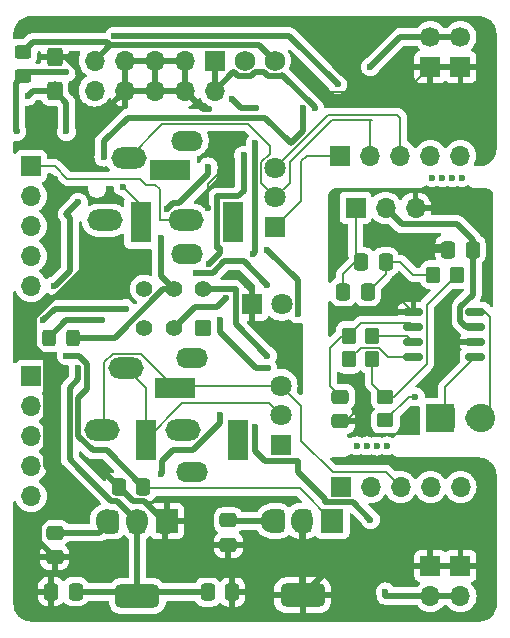
<source format=gbr>
%TF.GenerationSoftware,KiCad,Pcbnew,8.0.4*%
%TF.CreationDate,2024-08-25T20:19:00-07:00*%
%TF.ProjectId,Croissant,43726f69-7373-4616-9e74-2e6b69636164,rev?*%
%TF.SameCoordinates,Original*%
%TF.FileFunction,Copper,L1,Top*%
%TF.FilePolarity,Positive*%
%FSLAX46Y46*%
G04 Gerber Fmt 4.6, Leading zero omitted, Abs format (unit mm)*
G04 Created by KiCad (PCBNEW 8.0.4) date 2024-08-25 20:19:00*
%MOMM*%
%LPD*%
G01*
G04 APERTURE LIST*
G04 Aperture macros list*
%AMRoundRect*
0 Rectangle with rounded corners*
0 $1 Rounding radius*
0 $2 $3 $4 $5 $6 $7 $8 $9 X,Y pos of 4 corners*
0 Add a 4 corners polygon primitive as box body*
4,1,4,$2,$3,$4,$5,$6,$7,$8,$9,$2,$3,0*
0 Add four circle primitives for the rounded corners*
1,1,$1+$1,$2,$3*
1,1,$1+$1,$4,$5*
1,1,$1+$1,$6,$7*
1,1,$1+$1,$8,$9*
0 Add four rect primitives between the rounded corners*
20,1,$1+$1,$2,$3,$4,$5,0*
20,1,$1+$1,$4,$5,$6,$7,0*
20,1,$1+$1,$6,$7,$8,$9,0*
20,1,$1+$1,$8,$9,$2,$3,0*%
G04 Aperture macros list end*
%TA.AperFunction,SMDPad,CuDef*%
%ADD10RoundRect,0.250000X-0.337500X-0.475000X0.337500X-0.475000X0.337500X0.475000X-0.337500X0.475000X0*%
%TD*%
%TA.AperFunction,ComponentPad*%
%ADD11R,1.700000X1.700000*%
%TD*%
%TA.AperFunction,ComponentPad*%
%ADD12O,1.700000X1.700000*%
%TD*%
%TA.AperFunction,SMDPad,CuDef*%
%ADD13RoundRect,0.250000X0.337500X0.475000X-0.337500X0.475000X-0.337500X-0.475000X0.337500X-0.475000X0*%
%TD*%
%TA.AperFunction,SMDPad,CuDef*%
%ADD14RoundRect,0.250000X0.350000X0.450000X-0.350000X0.450000X-0.350000X-0.450000X0.350000X-0.450000X0*%
%TD*%
%TA.AperFunction,ComponentPad*%
%ADD15R,1.800000X1.800000*%
%TD*%
%TA.AperFunction,ComponentPad*%
%ADD16C,1.800000*%
%TD*%
%TA.AperFunction,ComponentPad*%
%ADD17R,1.905000X2.000000*%
%TD*%
%TA.AperFunction,ComponentPad*%
%ADD18O,1.905000X2.000000*%
%TD*%
%TA.AperFunction,SMDPad,CuDef*%
%ADD19RoundRect,0.250000X-0.350000X-0.450000X0.350000X-0.450000X0.350000X0.450000X-0.350000X0.450000X0*%
%TD*%
%TA.AperFunction,ComponentPad*%
%ADD20RoundRect,0.250000X-0.620000X-0.620000X0.620000X-0.620000X0.620000X0.620000X-0.620000X0.620000X0*%
%TD*%
%TA.AperFunction,ComponentPad*%
%ADD21C,1.740000*%
%TD*%
%TA.AperFunction,ComponentPad*%
%ADD22R,1.800000X3.500000*%
%TD*%
%TA.AperFunction,ComponentPad*%
%ADD23R,3.500000X1.800000*%
%TD*%
%TA.AperFunction,SMDPad,CuDef*%
%ADD24RoundRect,0.250000X0.475000X-0.337500X0.475000X0.337500X-0.475000X0.337500X-0.475000X-0.337500X0*%
%TD*%
%TA.AperFunction,ComponentPad*%
%ADD25O,2.700000X1.700000*%
%TD*%
%TA.AperFunction,SMDPad,CuDef*%
%ADD26RoundRect,0.250000X-0.325000X-0.450000X0.325000X-0.450000X0.325000X0.450000X-0.325000X0.450000X0*%
%TD*%
%TA.AperFunction,SMDPad,CuDef*%
%ADD27RoundRect,0.250000X-0.425000X0.537500X-0.425000X-0.537500X0.425000X-0.537500X0.425000X0.537500X0*%
%TD*%
%TA.AperFunction,SMDPad,CuDef*%
%ADD28RoundRect,0.375000X-0.375000X0.625000X-0.375000X-0.625000X0.375000X-0.625000X0.375000X0.625000X0*%
%TD*%
%TA.AperFunction,SMDPad,CuDef*%
%ADD29RoundRect,0.500000X-1.400000X0.500000X-1.400000X-0.500000X1.400000X-0.500000X1.400000X0.500000X0*%
%TD*%
%TA.AperFunction,ComponentPad*%
%ADD30C,1.700000*%
%TD*%
%TA.AperFunction,ComponentPad*%
%ADD31R,2.400000X2.400000*%
%TD*%
%TA.AperFunction,ComponentPad*%
%ADD32C,2.400000*%
%TD*%
%TA.AperFunction,SMDPad,CuDef*%
%ADD33RoundRect,0.250000X-0.475000X0.337500X-0.475000X-0.337500X0.475000X-0.337500X0.475000X0.337500X0*%
%TD*%
%TA.AperFunction,SMDPad,CuDef*%
%ADD34RoundRect,0.250000X-0.450000X0.350000X-0.450000X-0.350000X0.450000X-0.350000X0.450000X0.350000X0*%
%TD*%
%TA.AperFunction,ComponentPad*%
%ADD35RoundRect,0.250000X0.450000X0.450000X-0.450000X0.450000X-0.450000X-0.450000X0.450000X-0.450000X0*%
%TD*%
%TA.AperFunction,ComponentPad*%
%ADD36C,1.400000*%
%TD*%
%TA.AperFunction,SMDPad,CuDef*%
%ADD37RoundRect,0.150000X-0.675000X-0.150000X0.675000X-0.150000X0.675000X0.150000X-0.675000X0.150000X0*%
%TD*%
%TA.AperFunction,ComponentPad*%
%ADD38O,3.000000X1.800000*%
%TD*%
%TA.AperFunction,SMDPad,CuDef*%
%ADD39RoundRect,0.250000X0.450000X-0.325000X0.450000X0.325000X-0.450000X0.325000X-0.450000X-0.325000X0*%
%TD*%
%TA.AperFunction,ViaPad*%
%ADD40C,0.600000*%
%TD*%
%TA.AperFunction,Conductor*%
%ADD41C,0.500000*%
%TD*%
%TA.AperFunction,Conductor*%
%ADD42C,0.200000*%
%TD*%
G04 APERTURE END LIST*
D10*
%TO.P,C10,1*%
%TO.N,AudioIn*%
X77966275Y-66040000D03*
%TO.P,C10,2*%
%TO.N,Net-(C10-Pad2)*%
X80041275Y-66040000D03*
%TD*%
D11*
%TO.P,P2,+12V,+12V*%
%TO.N,+12v bypass*%
X65540000Y-49000000D03*
D12*
X65540000Y-51540000D03*
%TO.P,P2,-12V,-12V*%
%TO.N,-12v bypass*%
X55380000Y-49000000D03*
X55380000Y-51540000D03*
%TO.P,P2,GND,GND*%
%TO.N,Gnd*%
X63000000Y-49000000D03*
X60460000Y-49000000D03*
X57920000Y-49000000D03*
X63000000Y-51540000D03*
X60460000Y-51540000D03*
X57920000Y-51540000D03*
%TD*%
D13*
%TO.P,C5,1*%
%TO.N,Net-(D5-K)*%
X59518449Y-85100156D03*
%TO.P,C5,2*%
%TO.N,Gnd*%
X57443449Y-85100156D03*
%TD*%
D14*
%TO.P,R6,1*%
%TO.N,Net-(U5-+In)*%
X78908606Y-72278105D03*
%TO.P,R6,2*%
%TO.N,Net-(U5-Bypass)*%
X76908606Y-72278105D03*
%TD*%
D13*
%TO.P,C14,1*%
%TO.N,VCC*%
X87397500Y-65000000D03*
%TO.P,C14,2*%
%TO.N,AGnd*%
X85322500Y-65000000D03*
%TD*%
D15*
%TO.P,D6,1,K*%
%TO.N,Gnd*%
X68671500Y-69634025D03*
D16*
%TO.P,D6,2,A*%
%TO.N,Net-(D6-A)*%
X71211500Y-69634025D03*
%TD*%
D17*
%TO.P,U1,1,VI*%
%TO.N,Net-(D5-K)*%
X75510324Y-87983999D03*
D18*
%TO.P,U1,2,GND*%
%TO.N,Gnd*%
X72970324Y-87983999D03*
%TO.P,U1,3,VO*%
%TO.N,+5v*%
X70430324Y-87983999D03*
%TD*%
D14*
%TO.P,R5,1*%
%TO.N,Net-(R4-Pad2)*%
X78895578Y-74299061D03*
%TO.P,R5,2*%
%TO.N,Net-(U5--In)*%
X76895578Y-74299061D03*
%TD*%
D19*
%TO.P,R4,1*%
%TO.N,Net-(C10-Pad2)*%
X84067497Y-67121656D03*
%TO.P,R4,2*%
%TO.N,Net-(R4-Pad2)*%
X86067497Y-67121656D03*
%TD*%
D11*
%TO.P,J5,1,Pin_1*%
%TO.N,AudioIn*%
X77472723Y-61460000D03*
D12*
%TO.P,J5,2,Pin_2*%
%TO.N,VCC*%
X80012723Y-61460000D03*
%TO.P,J5,3,Pin_3*%
%TO.N,AGnd*%
X82552723Y-61460000D03*
%TD*%
D20*
%TO.P,P1,1,Pin_1*%
%TO.N,+12v bypass*%
X65540000Y-49000000D03*
D21*
%TO.P,P1,2,Pin_2*%
%TO.N,Gnd*%
X68080000Y-49000000D03*
%TO.P,P1,3,Pin_3*%
%TO.N,-12v bypass*%
X70620000Y-49000000D03*
%TD*%
D22*
%TO.P,J4,R*%
%TO.N,Net-(A2-Pin_2)*%
X59718449Y-81100156D03*
D23*
%TO.P,J4,S*%
%TO.N,Net-(A2-Pin_3)*%
X62218449Y-76700156D03*
D22*
%TO.P,J4,T*%
%TO.N,Net-(A2-Pin_1)*%
X67518449Y-81100156D03*
%TD*%
D24*
%TO.P,C12,1*%
%TO.N,AGnd*%
X76200000Y-79545000D03*
%TO.P,C12,2*%
%TO.N,Net-(U5-Bypass)*%
X76200000Y-77470000D03*
%TD*%
D25*
%TO.P,RV1,*%
%TO.N,*%
X63188260Y-65385027D03*
X63188260Y-55785027D03*
D15*
%TO.P,RV1,1,1*%
%TO.N,Net-(A1-Pin_1)*%
X70688260Y-63085027D03*
D16*
%TO.P,RV1,2,2*%
%TO.N,Net-(A1-Pin_2)*%
X70688260Y-60585027D03*
%TO.P,RV1,3,3*%
%TO.N,Net-(A1-Pin_3)*%
X70688260Y-58085027D03*
%TD*%
D13*
%TO.P,C9,1*%
%TO.N,+3.3v*%
X53772843Y-93968688D03*
%TO.P,C9,2*%
%TO.N,Gnd*%
X51697843Y-93968688D03*
%TD*%
D26*
%TO.P,D1,1,K*%
%TO.N,+12v bypass*%
X51519020Y-72460861D03*
%TO.P,D1,2,A*%
%TO.N,-12v clean*%
X53569020Y-72460861D03*
%TD*%
D27*
%TO.P,C3,1*%
%TO.N,Gnd*%
X51995534Y-48684028D03*
%TO.P,C3,2*%
%TO.N,-12v clean*%
X51995534Y-51559028D03*
%TD*%
D28*
%TO.P,U3,1,GND*%
%TO.N,Gnd*%
X61306548Y-88028448D03*
%TO.P,U3,2,VO*%
%TO.N,+3.3v*%
X59006548Y-88028448D03*
D29*
X59006548Y-94328448D03*
D28*
%TO.P,U3,3,VI*%
%TO.N,+12v*%
X56706548Y-88028448D03*
%TD*%
D30*
%TO.P,P9,1,Pin_1*%
%TO.N,+12v*%
X86357855Y-46990000D03*
D11*
%TO.P,P9,2,Pin_2*%
%TO.N,Gnd*%
X86357855Y-49530000D03*
%TD*%
D31*
%TO.P,J7,1,Pin_1*%
%TO.N,Out+*%
X84597376Y-79246295D03*
D32*
%TO.P,J7,2,Pin_2*%
%TO.N,Out-*%
X88097376Y-79246295D03*
%TD*%
D11*
%TO.P,P8,1,Pin_1*%
%TO.N,Gnd*%
X83814110Y-91788250D03*
D12*
%TO.P,P8,2,Pin_2*%
%TO.N,-12v*%
X83814110Y-94328250D03*
%TD*%
D11*
%TO.P,P10,1,Pin_1*%
%TO.N,Gnd*%
X86360000Y-91794963D03*
D12*
%TO.P,P10,2,Pin_2*%
%TO.N,-12v*%
X86360000Y-94334963D03*
%TD*%
D33*
%TO.P,C7,1*%
%TO.N,+12v*%
X52000000Y-88962500D03*
%TO.P,C7,2*%
%TO.N,Gnd*%
X52000000Y-91037500D03*
%TD*%
D11*
%TO.P,A1,1,Pin_1*%
%TO.N,Net-(A1-Pin_1)*%
X76191276Y-57069118D03*
D12*
%TO.P,A1,2,Pin_2*%
%TO.N,Net-(A1-Pin_2)*%
X78731276Y-57069118D03*
%TO.P,A1,3,Pin_3*%
%TO.N,Net-(A1-Pin_3)*%
X81271276Y-57069118D03*
%TO.P,A1,4,Pin_4*%
%TO.N,unconnected-(A1-Pin_4-Pad4)*%
X83811276Y-57069118D03*
%TO.P,A1,5,Pin_5*%
%TO.N,+3.3v*%
X86351276Y-57069118D03*
%TD*%
D30*
%TO.P,P7,1,Pin_1*%
%TO.N,+12v*%
X83811276Y-47000868D03*
D11*
%TO.P,P7,2,Pin_2*%
%TO.N,Gnd*%
X83811276Y-49540868D03*
%TD*%
%TO.P,A4,1,Pin_1*%
%TO.N,Net-(A2-Pin_1)*%
X50000000Y-75714262D03*
D12*
%TO.P,A4,2,Pin_2*%
%TO.N,Net-(A2-Pin_2)*%
X50000000Y-78254262D03*
%TO.P,A4,3,Pin_3*%
%TO.N,Net-(A2-Pin_3)*%
X50000000Y-80794262D03*
%TO.P,A4,4,Pin_4*%
%TO.N,unconnected-(A4-Pin_4-Pad4)*%
X50000000Y-83334262D03*
%TO.P,A4,5,Pin_5*%
%TO.N,+5v*%
X50000000Y-85874262D03*
%TD*%
D11*
%TO.P,A2,1,Pin_1*%
%TO.N,Net-(A2-Pin_1)*%
X76208801Y-85090000D03*
D12*
%TO.P,A2,2,Pin_2*%
%TO.N,Net-(A2-Pin_2)*%
X78748801Y-85090000D03*
%TO.P,A2,3,Pin_3*%
%TO.N,Net-(A2-Pin_3)*%
X81288801Y-85090000D03*
%TO.P,A2,4,Pin_4*%
%TO.N,unconnected-(A2-Pin_4-Pad4)*%
X83828801Y-85090000D03*
%TO.P,A2,5,Pin_5*%
%TO.N,+5v*%
X86368801Y-85090000D03*
%TD*%
D11*
%TO.P,A3,1,Pin_1*%
%TO.N,Net-(A1-Pin_1)*%
X50013691Y-57939292D03*
D12*
%TO.P,A3,2,Pin_2*%
%TO.N,Net-(A1-Pin_2)*%
X50013691Y-60479292D03*
%TO.P,A3,3,Pin_3*%
%TO.N,Net-(A1-Pin_3)*%
X50013691Y-63019292D03*
%TO.P,A3,4,Pin_4*%
%TO.N,unconnected-(A3-Pin_4-Pad4)*%
X50013691Y-65559292D03*
%TO.P,A3,5,Pin_5*%
%TO.N,+3.3v*%
X50013691Y-68099292D03*
%TD*%
D34*
%TO.P,R7,1*%
%TO.N,Net-(R4-Pad2)*%
X80010000Y-77470000D03*
%TO.P,R7,2*%
%TO.N,Out-*%
X80010000Y-79470000D03*
%TD*%
D35*
%TO.P,SW1,1,A*%
%TO.N,+12v*%
X64582831Y-71624680D03*
D36*
%TO.P,SW1,2,B*%
%TO.N,+12v clean*%
X62082831Y-71624680D03*
%TO.P,SW1,3,C*%
%TO.N,unconnected-(SW1-C-Pad3)*%
X59582831Y-71624680D03*
%TO.P,SW1,4,A*%
%TO.N,unconnected-(SW1-A-Pad4)*%
X59582831Y-68324680D03*
%TO.P,SW1,5,B*%
%TO.N,-12v clean*%
X62082831Y-68324680D03*
%TO.P,SW1,6,C*%
%TO.N,-12v*%
X64582831Y-68324680D03*
%TD*%
D28*
%TO.P,U4,1,VI*%
%TO.N,Net-(D5-K)*%
X75300000Y-87964264D03*
%TO.P,U4,2,GND*%
%TO.N,Gnd*%
X73000000Y-87964264D03*
D29*
X73000000Y-94264264D03*
D28*
%TO.P,U4,3,VO*%
%TO.N,+5v*%
X70700000Y-87964264D03*
%TD*%
D33*
%TO.P,C6,1*%
%TO.N,+5v*%
X66706548Y-87925000D03*
%TO.P,C6,2*%
%TO.N,Gnd*%
X66706548Y-90000000D03*
%TD*%
D10*
%TO.P,C8,1*%
%TO.N,+3.3v*%
X64962500Y-94000000D03*
%TO.P,C8,2*%
%TO.N,Gnd*%
X67037500Y-94000000D03*
%TD*%
D25*
%TO.P,RV2,*%
%TO.N,*%
X63656922Y-83813864D03*
X63656922Y-74213864D03*
D15*
%TO.P,RV2,1,1*%
%TO.N,Net-(A2-Pin_1)*%
X71156922Y-81513864D03*
D16*
%TO.P,RV2,2,2*%
%TO.N,Net-(A2-Pin_2)*%
X71156922Y-79013864D03*
%TO.P,RV2,3,3*%
%TO.N,Net-(A2-Pin_3)*%
X71156922Y-76513864D03*
%TD*%
D37*
%TO.P,U5,1,Shutdown*%
%TO.N,AGnd*%
X82380000Y-70257280D03*
%TO.P,U5,2,Bypass*%
%TO.N,Net-(U5-Bypass)*%
X82380000Y-71527280D03*
%TO.P,U5,3,+In*%
%TO.N,Net-(U5-+In)*%
X82380000Y-72797280D03*
%TO.P,U5,4,-In*%
%TO.N,Net-(U5--In)*%
X82380000Y-74067280D03*
%TO.P,U5,5,VO2*%
%TO.N,Out+*%
X87630000Y-74067280D03*
%TO.P,U5,6,Gnd*%
%TO.N,AGnd*%
X87630000Y-72797280D03*
%TO.P,U5,7,VDD*%
%TO.N,VCC*%
X87630000Y-71527280D03*
%TO.P,U5,8,VO1*%
%TO.N,Out-*%
X87630000Y-70257280D03*
%TD*%
D17*
%TO.P,U2,1,GND*%
%TO.N,Gnd*%
X61503159Y-87983999D03*
D18*
%TO.P,U2,2,VO*%
%TO.N,+3.3v*%
X58963159Y-87983999D03*
%TO.P,U2,3,VI*%
%TO.N,+12v*%
X56423159Y-87983999D03*
%TD*%
D38*
%TO.P,J1,R*%
%TO.N,Net-(A1-Pin_2)*%
X58251109Y-57209364D03*
%TO.P,J1,S*%
%TO.N,Net-(A1-Pin_3)*%
X56297109Y-62509364D03*
%TO.P,J1,T*%
%TO.N,Net-(A1-Pin_1)*%
X63155109Y-62509364D03*
%TD*%
D10*
%TO.P,C11,1*%
%TO.N,AudioIn*%
X76432500Y-68580000D03*
%TO.P,C11,2*%
%TO.N,Net-(C10-Pad2)*%
X78507500Y-68580000D03*
%TD*%
D22*
%TO.P,J3,R*%
%TO.N,Net-(A1-Pin_2)*%
X59292981Y-62697583D03*
D23*
%TO.P,J3,S*%
%TO.N,Net-(A1-Pin_3)*%
X61792981Y-58297583D03*
D22*
%TO.P,J3,T*%
%TO.N,Net-(A1-Pin_1)*%
X67092981Y-62697583D03*
%TD*%
D38*
%TO.P,J2,R*%
%TO.N,Net-(A2-Pin_2)*%
X58000000Y-75000000D03*
%TO.P,J2,S*%
%TO.N,Net-(A2-Pin_3)*%
X56046000Y-80300000D03*
%TO.P,J2,T*%
%TO.N,Net-(A2-Pin_1)*%
X62904000Y-80300000D03*
%TD*%
D11*
%TO.P,J6,1,Pin_1*%
%TO.N,Out+*%
X85090000Y-79240686D03*
D12*
%TO.P,J6,2,Pin_2*%
%TO.N,Out-*%
X87630000Y-79240686D03*
%TD*%
D39*
%TO.P,D4,1,K*%
%TO.N,+12v clean*%
X49342599Y-50298883D03*
%TO.P,D4,2,A*%
%TO.N,-12v bypass*%
X49342599Y-48248883D03*
%TD*%
D40*
%TO.N,*%
X84788701Y-58912857D03*
X77562583Y-81617045D03*
X86491374Y-58912857D03*
X80126801Y-81625211D03*
X78424128Y-81625211D03*
X79265257Y-81633378D03*
X85629830Y-58921024D03*
X83927156Y-58904691D03*
%TO.N,+12v*%
X65056171Y-66250001D03*
X51000000Y-71000000D03*
X68000000Y-57000000D03*
X78740000Y-49530000D03*
X58000000Y-70000000D03*
X66000000Y-79000000D03*
X61000000Y-84000000D03*
%TO.N,Gnd*%
X52000000Y-65000000D03*
X73000000Y-50000000D03*
X54000000Y-86000000D03*
X67000000Y-67000000D03*
X64992981Y-61520019D03*
X55000000Y-55000000D03*
X65070331Y-53070331D03*
X52000000Y-59000000D03*
X66986471Y-56666062D03*
X55000000Y-65000000D03*
X54000000Y-50000000D03*
X56000000Y-84000000D03*
%TO.N,-12v*%
X70000000Y-74000000D03*
X69000000Y-80000000D03*
X78740000Y-87860082D03*
X80010000Y-93980000D03*
%TO.N,Net-(A1-Pin_2)*%
X57785000Y-59690000D03*
%TO.N,Net-(D5-K)*%
X53000000Y-74000000D03*
%TO.N,+3.3v*%
X73000000Y-53000000D03*
X56168389Y-57168389D03*
X54000000Y-61000000D03*
X54000000Y-75000000D03*
X51973601Y-68063936D03*
%TO.N,+12v bypass*%
X70000000Y-68000000D03*
X64000000Y-67000000D03*
X74030331Y-53030331D03*
X56000000Y-71000000D03*
%TO.N,-12v bypass*%
X68775592Y-65347583D03*
X69030331Y-53030331D03*
X70000000Y-65000000D03*
X72561500Y-70438500D03*
X67000000Y-52290000D03*
X69000000Y-56000000D03*
%TO.N,+12v clean*%
X75950000Y-51020000D03*
X53000000Y-50000000D03*
X66482831Y-69074680D03*
X57043725Y-46930000D03*
X48800000Y-55000000D03*
%TO.N,-12v clean*%
X53000000Y-55000000D03*
X61523569Y-61562829D03*
X70030331Y-75030331D03*
X66000000Y-71000000D03*
X49742599Y-52000000D03*
X61000000Y-64000000D03*
X65000000Y-58000000D03*
%TO.N,AGnd*%
X81280000Y-68580000D03*
X83820000Y-64770000D03*
X85090000Y-73660000D03*
X77470000Y-78740000D03*
%TO.N,Out-*%
X82550000Y-77470000D03*
%TD*%
D41*
%TO.N,+12v*%
X61068449Y-83931551D02*
X61000000Y-84000000D01*
X66000000Y-65306172D02*
X66000000Y-64897583D01*
X65056171Y-66250001D02*
X66000000Y-65306172D01*
X55772496Y-88962500D02*
X56706548Y-88028448D01*
X52000000Y-88962500D02*
X55772496Y-88962500D01*
X86357855Y-46990000D02*
X83822144Y-46990000D01*
D42*
X83822144Y-46990000D02*
X83811276Y-47000868D01*
D41*
X51000000Y-71000000D02*
X52000000Y-70000000D01*
X66000000Y-79000000D02*
X66000000Y-79713188D01*
X65742981Y-64897583D02*
X65742981Y-60497583D01*
X66000000Y-64897583D02*
X65742981Y-64897583D01*
X81269132Y-47000868D02*
X83811276Y-47000868D01*
X65742981Y-60497583D02*
X67502417Y-60497583D01*
X66000000Y-79713188D02*
X63713188Y-82000000D01*
X63713188Y-82000000D02*
X62000000Y-82000000D01*
X67502417Y-60497583D02*
X68000000Y-60000000D01*
X62000000Y-82000000D02*
X61068449Y-82931551D01*
X61068449Y-82931551D02*
X61068449Y-83931551D01*
X78740000Y-49530000D02*
X81269132Y-47000868D01*
X52000000Y-70000000D02*
X58000000Y-70000000D01*
X68000000Y-60000000D02*
X68000000Y-57000000D01*
%TO.N,Gnd*%
X56000000Y-84000000D02*
X56343293Y-84000000D01*
X50695266Y-88304734D02*
X51825738Y-87174262D01*
D42*
X52684028Y-48684028D02*
X51995534Y-48684028D01*
X72970324Y-94234588D02*
X73000000Y-94264264D01*
D41*
X55000000Y-66098199D02*
X55000000Y-65000000D01*
X52098199Y-69000000D02*
X55000000Y-66098199D01*
X83814110Y-91788250D02*
X75476014Y-91788250D01*
X59553256Y-86275156D02*
X61306548Y-88028448D01*
D42*
X68671500Y-69634025D02*
X68671500Y-68671500D01*
X64992981Y-59425401D02*
X66986471Y-57431911D01*
D41*
X52000000Y-65000000D02*
X52000000Y-59000000D01*
D42*
X68671500Y-68671500D02*
X67000000Y-67000000D01*
X66986471Y-57431911D02*
X66986471Y-56666062D01*
X74670000Y-51670000D02*
X81682144Y-51670000D01*
D41*
X52825738Y-87174262D02*
X54000000Y-86000000D01*
X58618449Y-86275156D02*
X59553256Y-86275156D01*
X51825738Y-87174262D02*
X52825738Y-87174262D01*
X75476014Y-91788250D02*
X73000000Y-94264264D01*
X72970324Y-87983999D02*
X72970324Y-94234588D01*
X56343293Y-84000000D02*
X57443449Y-85100156D01*
X54000000Y-86000000D02*
X51300000Y-83300000D01*
X52000000Y-91037500D02*
X50695266Y-89732766D01*
X57443449Y-85100156D02*
X58618449Y-86275156D01*
X50250000Y-73250000D02*
X50250000Y-70689339D01*
X83814110Y-91788250D02*
X86353287Y-91788250D01*
X51300000Y-83300000D02*
X51300000Y-74300000D01*
X64530331Y-53070331D02*
X63000000Y-51540000D01*
X50695266Y-89732766D02*
X50695266Y-88304734D01*
D42*
X73000000Y-50000000D02*
X74670000Y-51670000D01*
D41*
X55000000Y-55000000D02*
X55000000Y-54460000D01*
X50250000Y-70689339D02*
X51939339Y-69000000D01*
X55000000Y-54460000D02*
X57920000Y-51540000D01*
X65070331Y-53070331D02*
X64530331Y-53070331D01*
D42*
X54000000Y-50000000D02*
X52684028Y-48684028D01*
D41*
X51939339Y-69000000D02*
X52098199Y-69000000D01*
X51300000Y-74300000D02*
X50250000Y-73250000D01*
D42*
X64992981Y-61520019D02*
X64992981Y-59425401D01*
X81682144Y-51670000D02*
X83811276Y-49540868D01*
D41*
%TO.N,-12v*%
X80010000Y-94328250D02*
X80010000Y-93980000D01*
X85096713Y-94334963D02*
X85090000Y-94328250D01*
X77269918Y-86390000D02*
X74908801Y-86390000D01*
X72637043Y-82863864D02*
X69806922Y-82863864D01*
X70000000Y-74000000D02*
X67321500Y-71321500D01*
X74908801Y-86090000D02*
X72637043Y-83818242D01*
X86360000Y-94334963D02*
X83820823Y-94334963D01*
X72637043Y-83818242D02*
X72637043Y-82863864D01*
X67321500Y-71321500D02*
X67321500Y-68324680D01*
X67321500Y-68324680D02*
X64582831Y-68324680D01*
X74908801Y-86390000D02*
X74908801Y-86090000D01*
X69806922Y-82863864D02*
X69000000Y-82056942D01*
X69000000Y-82056942D02*
X69000000Y-80000000D01*
X78740000Y-87860082D02*
X77269918Y-86390000D01*
X80010000Y-94328250D02*
X83814110Y-94328250D01*
D42*
%TO.N,Net-(A1-Pin_1)*%
X63155109Y-62509364D02*
X60891109Y-62509364D01*
X59742981Y-59497583D02*
X59245398Y-59000000D01*
X52008957Y-57939292D02*
X50013691Y-57939292D01*
X53069665Y-59000000D02*
X52008957Y-57939292D01*
X59245398Y-59000000D02*
X53069665Y-59000000D01*
X76191276Y-57069118D02*
X73349596Y-57069118D01*
X72894801Y-57523913D02*
X72894801Y-60878486D01*
X60891109Y-59868236D02*
X60520456Y-59497583D01*
X73349596Y-57069118D02*
X72894801Y-57523913D01*
X60520456Y-59497583D02*
X59742981Y-59497583D01*
X60891109Y-62509364D02*
X60891109Y-59868236D01*
X72894801Y-60878486D02*
X70688260Y-63085027D01*
%TO.N,Net-(A1-Pin_3)*%
X81008172Y-53600000D02*
X81271276Y-53863104D01*
X81271276Y-53863104D02*
X81271276Y-57069118D01*
X75177818Y-53600000D02*
X81008172Y-53600000D01*
X70688260Y-58085027D02*
X70692791Y-58085027D01*
X70692791Y-58085027D02*
X75177818Y-53600000D01*
%TO.N,Net-(A1-Pin_2)*%
X70191203Y-56191203D02*
X70191203Y-56885027D01*
X59292981Y-61197981D02*
X57785000Y-59690000D01*
X70191203Y-56885027D02*
X69488260Y-57587970D01*
X69488260Y-59385027D02*
X70688260Y-60585027D01*
X61085446Y-54375027D02*
X68375027Y-54375027D01*
X75476230Y-54000000D02*
X71888260Y-57587970D01*
X71888260Y-59385027D02*
X70688260Y-60585027D01*
X78731276Y-54136896D02*
X78731276Y-57069118D01*
X59292981Y-62697583D02*
X59292981Y-61197981D01*
X71888260Y-57587970D02*
X71888260Y-59385027D01*
X78868172Y-54000000D02*
X75476230Y-54000000D01*
X69488260Y-57587970D02*
X69488260Y-59385027D01*
X68375027Y-54375027D02*
X70191203Y-56191203D01*
X58251109Y-57209364D02*
X61085446Y-54375027D01*
X78868172Y-54000000D02*
X78731276Y-54136896D01*
%TO.N,Net-(A2-Pin_2)*%
X62818605Y-78000000D02*
X59718449Y-81100156D01*
X59718449Y-81100156D02*
X59718449Y-76718449D01*
X71156922Y-79013864D02*
X70143058Y-78000000D01*
X59718449Y-76718449D02*
X58000000Y-75000000D01*
X70143058Y-78000000D02*
X62818605Y-78000000D01*
%TO.N,Net-(A2-Pin_3)*%
X56190000Y-74512944D02*
X56190000Y-80156000D01*
X71156922Y-76513864D02*
X62404741Y-76513864D01*
X71156922Y-76513864D02*
X72894801Y-78251743D01*
X72894801Y-78251743D02*
X72894801Y-81185262D01*
X62218449Y-76700156D02*
X59318293Y-73800000D01*
X56190000Y-80156000D02*
X56046000Y-80300000D01*
X72894801Y-81185262D02*
X75529539Y-83820000D01*
X59318293Y-73800000D02*
X56902944Y-73800000D01*
X56902944Y-73800000D02*
X56190000Y-74512944D01*
X80018801Y-83820000D02*
X81288801Y-85090000D01*
X75529539Y-83820000D02*
X80018801Y-83820000D01*
X62404741Y-76513864D02*
X62218449Y-76700156D01*
D41*
%TO.N,Net-(D5-K)*%
X54750000Y-76825786D02*
X54750000Y-74689339D01*
X55236812Y-82000000D02*
X56418293Y-82000000D01*
X54750000Y-74689339D02*
X54060661Y-74000000D01*
D42*
X68000000Y-85223864D02*
X59642157Y-85223864D01*
D41*
X54000000Y-80763188D02*
X55236812Y-82000000D01*
X56418293Y-82000000D02*
X59518449Y-85100156D01*
D42*
X59642157Y-85223864D02*
X59518449Y-85100156D01*
D41*
X54060661Y-74000000D02*
X53000000Y-74000000D01*
D42*
X75510324Y-87983999D02*
X72750189Y-85223864D01*
D41*
X54000000Y-80763188D02*
X54000000Y-77575786D01*
X54000000Y-77575786D02*
X54750000Y-76825786D01*
D42*
X72750189Y-85223864D02*
X68000000Y-85223864D01*
D41*
%TO.N,+5v*%
X70430324Y-87983999D02*
X66765547Y-87983999D01*
X66765547Y-87983999D02*
X66706548Y-87925000D01*
%TO.N,+3.3v*%
X56168389Y-55831611D02*
X58174973Y-53825027D01*
X53300000Y-82766085D02*
X53300000Y-76700000D01*
X69825027Y-53825027D02*
X72000000Y-56000000D01*
X56168389Y-57168389D02*
X56168389Y-55831611D01*
X52044313Y-68063936D02*
X51973601Y-68063936D01*
X53000000Y-62000000D02*
X53308957Y-62308957D01*
X54096000Y-83562085D02*
X56809071Y-86275156D01*
X54000000Y-76000000D02*
X54000000Y-75000000D01*
X56809071Y-86275156D02*
X57254316Y-86275156D01*
X58646788Y-93968688D02*
X59006548Y-94328448D01*
X53308957Y-66799292D02*
X52044313Y-68063936D01*
X64962500Y-94000000D02*
X59334996Y-94000000D01*
X58174973Y-53825027D02*
X69825027Y-53825027D01*
X59334996Y-94000000D02*
X59006548Y-94328448D01*
X53772843Y-93968688D02*
X58646788Y-93968688D01*
X53308957Y-62308957D02*
X53308957Y-66799292D01*
D42*
X58730048Y-87983999D02*
X58963159Y-87983999D01*
D41*
X54096000Y-83562085D02*
X53300000Y-82766085D01*
X59006548Y-94328448D02*
X59006548Y-88028448D01*
X73000000Y-55000000D02*
X73000000Y-53000000D01*
X72000000Y-56000000D02*
X73000000Y-55000000D01*
X53300000Y-76700000D02*
X54000000Y-76000000D01*
X57254316Y-86275156D02*
X58963159Y-87983999D01*
X54000000Y-61000000D02*
X53000000Y-62000000D01*
%TO.N,+12v bypass*%
X74030331Y-52969670D02*
X74030331Y-53030331D01*
X71166762Y-50320000D02*
X71273712Y-50213051D01*
X69753238Y-50000000D02*
X70073238Y-50320000D01*
X67213238Y-50000000D02*
X67533238Y-50320000D01*
X67080000Y-50000000D02*
X67213238Y-50000000D01*
X68000000Y-66000000D02*
X70000000Y-68000000D01*
X67533238Y-50320000D02*
X68626762Y-50320000D01*
X64000000Y-67000000D02*
X65366833Y-67000000D01*
X68946762Y-50000000D02*
X69753238Y-50000000D01*
X70073238Y-50320000D02*
X71166762Y-50320000D01*
X71273712Y-50213051D02*
X74030331Y-52969670D01*
X68626762Y-50320000D02*
X68946762Y-50000000D01*
X56000000Y-71000000D02*
X52979881Y-71000000D01*
X65366833Y-67000000D02*
X66366833Y-66000000D01*
X65540000Y-51540000D02*
X67080000Y-50000000D01*
X52979881Y-71000000D02*
X51519020Y-72460861D01*
X65540000Y-51540000D02*
X65540000Y-49000000D01*
X66366833Y-66000000D02*
X68000000Y-66000000D01*
%TO.N,-12v bypass*%
X68938260Y-56061740D02*
X69000000Y-56000000D01*
X50144954Y-47446528D02*
X56466528Y-47446528D01*
X69030331Y-53030331D02*
X67740331Y-53030331D01*
X68775592Y-65347583D02*
X68938260Y-65184915D01*
X56466528Y-47446528D02*
X56700000Y-47680000D01*
X67740331Y-53030331D02*
X67000000Y-52290000D01*
X72561500Y-67561500D02*
X70000000Y-65000000D01*
X49342599Y-48248883D02*
X50144954Y-47446528D01*
X55380000Y-49000000D02*
X56700000Y-47680000D01*
X56700000Y-47680000D02*
X69300000Y-47680000D01*
X69300000Y-47680000D02*
X70620000Y-49000000D01*
X68938260Y-65184915D02*
X68938260Y-56061740D01*
X72561500Y-70438500D02*
X72561500Y-67561500D01*
%TO.N,+12v clean*%
X49641482Y-50000000D02*
X49342599Y-50298883D01*
X53000000Y-50000000D02*
X49641482Y-50000000D01*
X71860000Y-46930000D02*
X57043725Y-46930000D01*
X71860000Y-46930000D02*
X75950000Y-51020000D01*
X63886418Y-69821093D02*
X62082831Y-71624680D01*
X48800000Y-55000000D02*
X48750000Y-54950000D01*
X48750000Y-50891482D02*
X49342599Y-50298883D01*
X63886418Y-69821093D02*
X65736418Y-69821093D01*
X48750000Y-54950000D02*
X48750000Y-50891482D01*
X65736418Y-69821093D02*
X66482831Y-69074680D01*
%TO.N,-12v clean*%
X62554166Y-61086398D02*
X65000000Y-58640564D01*
X69030331Y-75030331D02*
X67000000Y-73000000D01*
X65000000Y-58640564D02*
X65000000Y-58000000D01*
X51995534Y-51559028D02*
X51995534Y-51004466D01*
X62082831Y-68324680D02*
X61000000Y-67241849D01*
X62000000Y-61086398D02*
X62554166Y-61086398D01*
X70030331Y-75030331D02*
X69030331Y-75030331D01*
X66000000Y-72000000D02*
X66000000Y-71000000D01*
X51995534Y-51559028D02*
X50183571Y-51559028D01*
X62082831Y-68324680D02*
X61209177Y-68324680D01*
X61000000Y-67241849D02*
X61000000Y-64000000D01*
X61209177Y-68324680D02*
X57072996Y-72460861D01*
X50183571Y-51559028D02*
X49742599Y-52000000D01*
X61523569Y-61562829D02*
X62000000Y-61086398D01*
X53000000Y-52563494D02*
X51995534Y-51559028D01*
X67000000Y-73000000D02*
X66000000Y-72000000D01*
X57072996Y-72460861D02*
X53569020Y-72460861D01*
X53000000Y-55000000D02*
X53000000Y-52563494D01*
D42*
%TO.N,Net-(C10-Pad2)*%
X80041275Y-67046225D02*
X78507500Y-68580000D01*
X82361656Y-67121656D02*
X84067497Y-67121656D01*
X81280000Y-66040000D02*
X82361656Y-67121656D01*
X80041275Y-66040000D02*
X81280000Y-66040000D01*
X80041275Y-66040000D02*
X80041275Y-67046225D01*
%TO.N,AudioIn*%
X77472723Y-61460000D02*
X77472723Y-65546448D01*
X77472723Y-65546448D02*
X77966275Y-66040000D01*
X77966275Y-66040000D02*
X77470000Y-66040000D01*
X76432500Y-67077500D02*
X76432500Y-68580000D01*
X77470000Y-66040000D02*
X76432500Y-67077500D01*
%TO.N,AGnd*%
X85090000Y-73660000D02*
X85952720Y-72797280D01*
X85952720Y-72797280D02*
X87630000Y-72797280D01*
X81280000Y-68580000D02*
X81280000Y-69157280D01*
X81280000Y-69157280D02*
X82380000Y-70257280D01*
D41*
X83820000Y-64770000D02*
X85092500Y-64770000D01*
D42*
X76200000Y-79545000D02*
X76665000Y-79545000D01*
X76665000Y-79545000D02*
X77470000Y-78740000D01*
X85092500Y-64770000D02*
X85322500Y-65000000D01*
%TO.N,Net-(U5-Bypass)*%
X82080001Y-71227281D02*
X77959430Y-71227281D01*
X75278376Y-76548376D02*
X75278376Y-73311624D01*
X75278376Y-73311624D02*
X76311895Y-72278105D01*
X82380000Y-71527280D02*
X82080001Y-71227281D01*
X76311895Y-72278105D02*
X76908606Y-72278105D01*
X76200000Y-77470000D02*
X75278376Y-76548376D01*
X77959430Y-71227281D02*
X76908606Y-72278105D01*
D41*
%TO.N,VCC*%
X86071076Y-62850000D02*
X87397500Y-64176424D01*
X86355000Y-69854596D02*
X86355000Y-71077279D01*
X87397500Y-65000000D02*
X87397500Y-68812096D01*
X86071076Y-62850000D02*
X81402723Y-62850000D01*
X87397500Y-64176424D02*
X87397500Y-65000000D01*
X86355000Y-71077279D02*
X86805001Y-71527280D01*
X86805001Y-71527280D02*
X87630000Y-71527280D01*
X81402723Y-62850000D02*
X80012723Y-61460000D01*
X87397500Y-68812096D02*
X86355000Y-69854596D01*
D42*
%TO.N,Out+*%
X87630000Y-74067280D02*
X85090000Y-76607280D01*
X85090000Y-76607280D02*
X85090000Y-79240686D01*
X84602985Y-79240686D02*
X84597376Y-79246295D01*
X85090000Y-79240686D02*
X84602985Y-79240686D01*
%TO.N,Out-*%
X87635609Y-79246295D02*
X87630000Y-79240686D01*
X87630000Y-70257280D02*
X88454999Y-70257280D01*
X82010000Y-77470000D02*
X82550000Y-77470000D01*
X80010000Y-79470000D02*
X82010000Y-77470000D01*
X88454999Y-70257280D02*
X88900000Y-70702281D01*
X88900000Y-78443671D02*
X88097376Y-79246295D01*
X88900000Y-70702281D02*
X88900000Y-78443671D01*
X88097376Y-79246295D02*
X87635609Y-79246295D01*
%TO.N,Net-(R4-Pad2)*%
X83505000Y-69684153D02*
X83505000Y-74675000D01*
X83505000Y-74675000D02*
X80710000Y-77470000D01*
X78895578Y-74299061D02*
X78895578Y-76355578D01*
X86067497Y-67121656D02*
X83505000Y-69684153D01*
X78895578Y-76355578D02*
X80010000Y-77470000D01*
X80710000Y-77470000D02*
X80010000Y-77470000D01*
X79370307Y-74208105D02*
X79178420Y-74016218D01*
%TO.N,Net-(U5--In)*%
X82380000Y-74067280D02*
X80248541Y-74067280D01*
X79480322Y-73299061D02*
X77895578Y-73299061D01*
X77895578Y-73299061D02*
X76895578Y-74299061D01*
X80248541Y-74067280D02*
X79480322Y-73299061D01*
%TO.N,Net-(U5-+In)*%
X78908606Y-72278105D02*
X81860825Y-72278105D01*
X81860825Y-72278105D02*
X82380000Y-72797280D01*
%TD*%
%TA.AperFunction,Conductor*%
%TO.N,AGnd*%
G36*
X77938912Y-75219609D02*
G01*
X77983259Y-75248110D01*
X78076922Y-75341773D01*
X78226244Y-75433875D01*
X78226245Y-75433875D01*
X78232391Y-75437666D01*
X78231284Y-75439460D01*
X78275915Y-75478748D01*
X78295078Y-75544969D01*
X78295078Y-76268908D01*
X78295077Y-76268926D01*
X78295077Y-76434632D01*
X78295076Y-76434632D01*
X78317954Y-76520010D01*
X78336001Y-76587363D01*
X78359136Y-76627433D01*
X78393144Y-76686337D01*
X78415057Y-76724293D01*
X78533927Y-76843163D01*
X78533933Y-76843168D01*
X78773181Y-77082416D01*
X78806666Y-77143739D01*
X78809500Y-77170097D01*
X78809500Y-77870001D01*
X78809501Y-77870019D01*
X78820000Y-77972796D01*
X78820001Y-77972799D01*
X78875185Y-78139331D01*
X78875187Y-78139336D01*
X78894053Y-78169922D01*
X78959213Y-78275565D01*
X78967289Y-78288657D01*
X79060951Y-78382319D01*
X79094436Y-78443642D01*
X79089452Y-78513334D01*
X79060951Y-78557681D01*
X78967289Y-78651342D01*
X78875187Y-78800663D01*
X78875186Y-78800666D01*
X78820001Y-78967203D01*
X78820001Y-78967204D01*
X78820000Y-78967204D01*
X78809500Y-79069983D01*
X78809500Y-79870001D01*
X78809501Y-79870019D01*
X78820000Y-79972796D01*
X78820001Y-79972799D01*
X78866157Y-80112087D01*
X78875186Y-80139334D01*
X78967288Y-80288656D01*
X79091344Y-80412712D01*
X79240666Y-80504814D01*
X79407203Y-80559999D01*
X79509991Y-80570500D01*
X80510008Y-80570499D01*
X80510016Y-80570498D01*
X80510019Y-80570498D01*
X80595254Y-80561791D01*
X80612797Y-80559999D01*
X80779334Y-80504814D01*
X80928656Y-80412712D01*
X81052712Y-80288656D01*
X81144814Y-80139334D01*
X81199999Y-79972797D01*
X81210500Y-79870009D01*
X81210499Y-79170095D01*
X81230183Y-79103057D01*
X81246813Y-79082420D01*
X82095729Y-78233504D01*
X82157050Y-78200021D01*
X82224360Y-78204145D01*
X82308267Y-78233506D01*
X82370740Y-78255367D01*
X82370750Y-78255369D01*
X82549996Y-78275565D01*
X82550000Y-78275565D01*
X82550004Y-78275565D01*
X82729249Y-78255369D01*
X82729250Y-78255368D01*
X82729255Y-78255368D01*
X82731921Y-78254434D01*
X82733753Y-78254341D01*
X82736037Y-78253820D01*
X82736128Y-78254220D01*
X82801699Y-78250872D01*
X82862326Y-78285600D01*
X82894554Y-78347593D01*
X82896876Y-78371476D01*
X82896876Y-80494165D01*
X82896877Y-80494171D01*
X82904114Y-80561491D01*
X82901317Y-80561791D01*
X82898282Y-80618252D01*
X82857407Y-80674917D01*
X82792384Y-80700488D01*
X82781383Y-80700980D01*
X81288919Y-80701359D01*
X81186565Y-80701359D01*
X81003298Y-80737813D01*
X81003290Y-80737815D01*
X80830656Y-80809321D01*
X80830643Y-80809328D01*
X80675280Y-80913139D01*
X80670573Y-80917003D01*
X80669437Y-80915619D01*
X80615509Y-80945054D01*
X80545818Y-80940057D01*
X80523201Y-80928877D01*
X80476324Y-80899422D01*
X80306055Y-80839842D01*
X80306050Y-80839841D01*
X80126805Y-80819646D01*
X80126797Y-80819646D01*
X79947551Y-80839841D01*
X79947538Y-80839844D01*
X79777281Y-80899420D01*
X79755500Y-80913106D01*
X79688263Y-80932105D01*
X79623558Y-80913105D01*
X79614779Y-80907588D01*
X79614775Y-80907587D01*
X79444519Y-80848011D01*
X79444506Y-80848008D01*
X79265261Y-80827813D01*
X79265253Y-80827813D01*
X79086007Y-80848008D01*
X79085994Y-80848011D01*
X78915735Y-80907588D01*
X78909463Y-80910609D01*
X78908726Y-80909079D01*
X78849905Y-80925690D01*
X78785222Y-80906692D01*
X78773651Y-80899422D01*
X78773649Y-80899421D01*
X78603390Y-80839844D01*
X78603377Y-80839841D01*
X78424132Y-80819646D01*
X78424124Y-80819646D01*
X78244878Y-80839841D01*
X78244865Y-80839844D01*
X78074606Y-80899421D01*
X78065821Y-80904941D01*
X77998583Y-80923939D01*
X77933880Y-80904938D01*
X77912107Y-80891256D01*
X77741837Y-80831676D01*
X77741832Y-80831675D01*
X77562587Y-80811480D01*
X77562579Y-80811480D01*
X77383333Y-80831675D01*
X77383328Y-80831676D01*
X77213057Y-80891257D01*
X77110017Y-80956001D01*
X77042780Y-80975001D01*
X76975945Y-80954633D01*
X76956366Y-80938690D01*
X76946553Y-80928877D01*
X76930822Y-80913146D01*
X76930816Y-80913142D01*
X76833337Y-80848008D01*
X76816361Y-80836665D01*
X76771557Y-80783054D01*
X76762850Y-80713729D01*
X76793004Y-80650702D01*
X76846249Y-80615858D01*
X76994119Y-80566858D01*
X76994124Y-80566856D01*
X77143345Y-80474815D01*
X77267315Y-80350845D01*
X77359356Y-80201624D01*
X77359358Y-80201619D01*
X77414505Y-80035197D01*
X77414506Y-80035190D01*
X77424999Y-79932486D01*
X77425000Y-79932473D01*
X77425000Y-79795000D01*
X76074000Y-79795000D01*
X76006961Y-79775315D01*
X75961206Y-79722511D01*
X75950000Y-79671000D01*
X75950000Y-79419000D01*
X75969685Y-79351961D01*
X76022489Y-79306206D01*
X76074000Y-79295000D01*
X77424999Y-79295000D01*
X77424999Y-79157528D01*
X77424998Y-79157513D01*
X77414505Y-79054802D01*
X77359358Y-78888380D01*
X77359356Y-78888375D01*
X77267315Y-78739154D01*
X77143344Y-78615183D01*
X77143341Y-78615181D01*
X77140339Y-78613329D01*
X77138713Y-78611521D01*
X77137677Y-78610702D01*
X77137817Y-78610524D01*
X77093617Y-78561380D01*
X77082397Y-78492417D01*
X77110243Y-78428336D01*
X77140344Y-78402254D01*
X77143656Y-78400212D01*
X77267712Y-78276156D01*
X77359814Y-78126834D01*
X77414999Y-77960297D01*
X77425500Y-77857509D01*
X77425499Y-77082492D01*
X77414999Y-76979703D01*
X77359814Y-76813166D01*
X77267712Y-76663844D01*
X77143656Y-76539788D01*
X76994334Y-76447686D01*
X76827797Y-76392501D01*
X76827795Y-76392500D01*
X76725016Y-76382000D01*
X76725009Y-76382000D01*
X76012597Y-76382000D01*
X75945558Y-76362315D01*
X75924916Y-76345681D01*
X75915195Y-76335960D01*
X75881710Y-76274637D01*
X75878876Y-76248279D01*
X75878876Y-75441304D01*
X75898561Y-75374265D01*
X75951365Y-75328510D01*
X76020523Y-75318566D01*
X76069709Y-75339708D01*
X76070775Y-75337981D01*
X76076920Y-75341771D01*
X76076922Y-75341773D01*
X76226244Y-75433875D01*
X76392781Y-75489060D01*
X76495569Y-75499561D01*
X77295586Y-75499560D01*
X77295594Y-75499559D01*
X77295597Y-75499559D01*
X77351880Y-75493809D01*
X77398375Y-75489060D01*
X77564912Y-75433875D01*
X77714234Y-75341773D01*
X77807897Y-75248110D01*
X77869220Y-75214625D01*
X77938912Y-75219609D01*
G37*
%TD.AperFunction*%
%TA.AperFunction,Conductor*%
G36*
X86579090Y-68330542D02*
G01*
X86629975Y-68378422D01*
X86647000Y-68441131D01*
X86647000Y-68449865D01*
X86627315Y-68516904D01*
X86610681Y-68537546D01*
X85772050Y-69376176D01*
X85772044Y-69376184D01*
X85722812Y-69449864D01*
X85722813Y-69449865D01*
X85689921Y-69499092D01*
X85689914Y-69499104D01*
X85633342Y-69635682D01*
X85633340Y-69635688D01*
X85604500Y-69780675D01*
X85604500Y-69780678D01*
X85604500Y-71151197D01*
X85604500Y-71151199D01*
X85604499Y-71151199D01*
X85633340Y-71296186D01*
X85633343Y-71296196D01*
X85689914Y-71432772D01*
X85689915Y-71432774D01*
X85703672Y-71453363D01*
X85772046Y-71555693D01*
X85772052Y-71555700D01*
X86222050Y-72005696D01*
X86326585Y-72110231D01*
X86365804Y-72136436D01*
X86410608Y-72190047D01*
X86419317Y-72259372D01*
X86403645Y-72302658D01*
X86353719Y-72387079D01*
X86307899Y-72544793D01*
X86307704Y-72547278D01*
X86307705Y-72547280D01*
X87756000Y-72547280D01*
X87823039Y-72566965D01*
X87868794Y-72619769D01*
X87880000Y-72671280D01*
X87880000Y-72923280D01*
X87860315Y-72990319D01*
X87807511Y-73036074D01*
X87756000Y-73047280D01*
X86307705Y-73047280D01*
X86307704Y-73047281D01*
X86307899Y-73049766D01*
X86353718Y-73207478D01*
X86437314Y-73348832D01*
X86442100Y-73355002D01*
X86439640Y-73356909D01*
X86466210Y-73405568D01*
X86461226Y-73475260D01*
X86440162Y-73508061D01*
X86441699Y-73509254D01*
X86436915Y-73515420D01*
X86353255Y-73656883D01*
X86353254Y-73656886D01*
X86307402Y-73814706D01*
X86307401Y-73814712D01*
X86304500Y-73851578D01*
X86304500Y-74282981D01*
X86307401Y-74319847D01*
X86307402Y-74319853D01*
X86336648Y-74420514D01*
X86336449Y-74490383D01*
X86305253Y-74542790D01*
X84721286Y-76126758D01*
X84609481Y-76238562D01*
X84609477Y-76238567D01*
X84587568Y-76276517D01*
X84587566Y-76276521D01*
X84574218Y-76299641D01*
X84538033Y-76362315D01*
X84530423Y-76375495D01*
X84489499Y-76528223D01*
X84489499Y-76528225D01*
X84489499Y-76696326D01*
X84489500Y-76696339D01*
X84489500Y-77421795D01*
X84469815Y-77488834D01*
X84417011Y-77534589D01*
X84365500Y-77545795D01*
X83474918Y-77545795D01*
X83407879Y-77526110D01*
X83362124Y-77473306D01*
X83351698Y-77435678D01*
X83335369Y-77290750D01*
X83335368Y-77290745D01*
X83275788Y-77120476D01*
X83179815Y-76967737D01*
X83052262Y-76840184D01*
X82899523Y-76744211D01*
X82729254Y-76684631D01*
X82729250Y-76684630D01*
X82639422Y-76674509D01*
X82575008Y-76647442D01*
X82535453Y-76589847D01*
X82533316Y-76520010D01*
X82565623Y-76463610D01*
X83873713Y-75155521D01*
X83873716Y-75155520D01*
X83985520Y-75043716D01*
X84035639Y-74956904D01*
X84064577Y-74906785D01*
X84105501Y-74754057D01*
X84105501Y-74595943D01*
X84105501Y-74588348D01*
X84105500Y-74588330D01*
X84105500Y-69984249D01*
X84125185Y-69917210D01*
X84141814Y-69896573D01*
X85679913Y-68358473D01*
X85741236Y-68324989D01*
X85767594Y-68322155D01*
X86467499Y-68322155D01*
X86467505Y-68322155D01*
X86510398Y-68317773D01*
X86579090Y-68330542D01*
G37*
%TD.AperFunction*%
%TA.AperFunction,Conductor*%
G36*
X81227867Y-66837810D02*
G01*
X81236093Y-66845328D01*
X81992940Y-67602176D01*
X81992942Y-67602177D01*
X81992946Y-67602180D01*
X82109172Y-67669282D01*
X82129872Y-67681233D01*
X82282599Y-67722157D01*
X82282601Y-67722157D01*
X82448310Y-67722157D01*
X82448326Y-67722156D01*
X82887196Y-67722156D01*
X82954235Y-67741841D01*
X82999990Y-67794645D01*
X83004900Y-67807148D01*
X83032683Y-67890990D01*
X83124785Y-68040312D01*
X83248841Y-68164368D01*
X83398163Y-68256470D01*
X83564700Y-68311655D01*
X83667488Y-68322156D01*
X83718399Y-68322155D01*
X83785437Y-68341838D01*
X83831192Y-68394641D01*
X83841137Y-68463800D01*
X83812113Y-68527356D01*
X83806080Y-68533836D01*
X83136286Y-69203631D01*
X83024481Y-69315435D01*
X83024479Y-69315438D01*
X82978519Y-69395045D01*
X82978403Y-69395246D01*
X82927851Y-69443477D01*
X82870996Y-69457280D01*
X82630000Y-69457280D01*
X82630000Y-70383280D01*
X82610315Y-70450319D01*
X82557511Y-70496074D01*
X82506000Y-70507280D01*
X81057705Y-70507280D01*
X81052387Y-70513032D01*
X81042219Y-70561432D01*
X80993167Y-70611187D01*
X80932967Y-70626781D01*
X78046100Y-70626781D01*
X78046084Y-70626780D01*
X78038488Y-70626780D01*
X77880373Y-70626780D01*
X77804009Y-70647242D01*
X77727644Y-70667704D01*
X77727639Y-70667707D01*
X77590720Y-70746756D01*
X77590712Y-70746762D01*
X77296188Y-71041286D01*
X77234865Y-71074771D01*
X77208507Y-71077605D01*
X76508604Y-71077605D01*
X76508586Y-71077606D01*
X76405809Y-71088105D01*
X76405806Y-71088106D01*
X76239274Y-71143290D01*
X76239269Y-71143292D01*
X76089948Y-71235394D01*
X75965895Y-71359447D01*
X75873793Y-71508768D01*
X75873791Y-71508773D01*
X75858243Y-71555695D01*
X75818607Y-71675308D01*
X75818607Y-71675309D01*
X75818606Y-71675309D01*
X75808106Y-71778088D01*
X75808106Y-71881295D01*
X75788421Y-71948334D01*
X75771787Y-71968976D01*
X75390557Y-72350206D01*
X75329234Y-72383691D01*
X75259542Y-72378707D01*
X75203609Y-72336835D01*
X75179192Y-72271371D01*
X75178876Y-72262525D01*
X75178876Y-70007278D01*
X81057704Y-70007278D01*
X81057705Y-70007280D01*
X82130000Y-70007280D01*
X82130000Y-69457280D01*
X81639350Y-69457280D01*
X81602510Y-69460179D01*
X81602504Y-69460180D01*
X81444806Y-69505996D01*
X81444803Y-69505997D01*
X81303447Y-69589594D01*
X81303438Y-69589601D01*
X81187321Y-69705718D01*
X81187314Y-69705727D01*
X81103718Y-69847081D01*
X81057899Y-70004793D01*
X81057704Y-70007278D01*
X75178876Y-70007278D01*
X75178876Y-69436558D01*
X75198561Y-69369519D01*
X75251365Y-69323764D01*
X75320523Y-69313820D01*
X75384079Y-69342845D01*
X75408415Y-69371462D01*
X75410185Y-69374331D01*
X75410186Y-69374334D01*
X75456773Y-69449864D01*
X75499590Y-69519283D01*
X75502288Y-69523656D01*
X75626344Y-69647712D01*
X75775666Y-69739814D01*
X75942203Y-69794999D01*
X76044991Y-69805500D01*
X76820008Y-69805499D01*
X76820016Y-69805498D01*
X76820019Y-69805498D01*
X76876302Y-69799748D01*
X76922797Y-69794999D01*
X77089334Y-69739814D01*
X77238656Y-69647712D01*
X77362712Y-69523656D01*
X77364461Y-69520819D01*
X77366169Y-69519283D01*
X77367193Y-69517989D01*
X77367414Y-69518163D01*
X77416406Y-69474096D01*
X77485368Y-69462872D01*
X77549451Y-69490713D01*
X77575537Y-69520817D01*
X77577288Y-69523656D01*
X77701344Y-69647712D01*
X77850666Y-69739814D01*
X78017203Y-69794999D01*
X78119991Y-69805500D01*
X78895008Y-69805499D01*
X78895016Y-69805498D01*
X78895019Y-69805498D01*
X78951302Y-69799748D01*
X78997797Y-69794999D01*
X79164334Y-69739814D01*
X79313656Y-69647712D01*
X79437712Y-69523656D01*
X79529814Y-69374334D01*
X79584999Y-69207797D01*
X79595500Y-69105009D01*
X79595499Y-68392595D01*
X79615183Y-68325557D01*
X79631813Y-68304920D01*
X80399781Y-67536953D01*
X80399786Y-67536949D01*
X80409989Y-67526745D01*
X80409991Y-67526745D01*
X80521795Y-67414941D01*
X80600852Y-67278009D01*
X80600854Y-67277998D01*
X80601209Y-67277146D01*
X80601709Y-67276524D01*
X80604916Y-67270971D01*
X80605781Y-67271470D01*
X80645046Y-67222740D01*
X80676770Y-67206884D01*
X80698109Y-67199814D01*
X80847431Y-67107712D01*
X80971487Y-66983656D01*
X81042877Y-66867912D01*
X81094822Y-66821190D01*
X81163784Y-66809967D01*
X81227867Y-66837810D01*
G37*
%TD.AperFunction*%
%TA.AperFunction,Conductor*%
G36*
X87085312Y-59570678D02*
G01*
X87104893Y-59586624D01*
X87130743Y-59612477D01*
X87130746Y-59612479D01*
X87130745Y-59612479D01*
X87246828Y-59690057D01*
X87286087Y-59716294D01*
X87458698Y-59787814D01*
X87641939Y-59824287D01*
X87641938Y-59824287D01*
X87641944Y-59824288D01*
X87735237Y-59824298D01*
X87735348Y-59824331D01*
X87735349Y-59824299D01*
X88549099Y-59825146D01*
X88550301Y-59825225D01*
X88557691Y-59825224D01*
X88557696Y-59825226D01*
X88616622Y-59825224D01*
X88630502Y-59826002D01*
X88720855Y-59836181D01*
X88747926Y-59842360D01*
X88827120Y-59870070D01*
X88852138Y-59882118D01*
X88923188Y-59926761D01*
X88944898Y-59944074D01*
X89004225Y-60003401D01*
X89021538Y-60025111D01*
X89066181Y-60096161D01*
X89078229Y-60121179D01*
X89105939Y-60200373D01*
X89112118Y-60227445D01*
X89122296Y-60317795D01*
X89123075Y-60331678D01*
X89123074Y-60399227D01*
X89123076Y-60399256D01*
X89123076Y-69759410D01*
X89103391Y-69826449D01*
X89050587Y-69872204D01*
X88981429Y-69882148D01*
X88917873Y-69853123D01*
X88892344Y-69822531D01*
X88823083Y-69705418D01*
X88823076Y-69705409D01*
X88706870Y-69589203D01*
X88706862Y-69589197D01*
X88586455Y-69517989D01*
X88565398Y-69505536D01*
X88565397Y-69505535D01*
X88565396Y-69505535D01*
X88565393Y-69505534D01*
X88407573Y-69459682D01*
X88407567Y-69459681D01*
X88370701Y-69456780D01*
X88370694Y-69456780D01*
X88101342Y-69456780D01*
X88034303Y-69437095D01*
X87988548Y-69384291D01*
X87978604Y-69315133D01*
X87998240Y-69263889D01*
X88035719Y-69207797D01*
X88062584Y-69167591D01*
X88097352Y-69083653D01*
X88119159Y-69031008D01*
X88148000Y-68886013D01*
X88148000Y-68738178D01*
X88148000Y-66171248D01*
X88167685Y-66104209D01*
X88198996Y-66073471D01*
X88197987Y-66072195D01*
X88203654Y-66067713D01*
X88203653Y-66067713D01*
X88203656Y-66067712D01*
X88327712Y-65943656D01*
X88419814Y-65794334D01*
X88474999Y-65627797D01*
X88485500Y-65525009D01*
X88485499Y-64474992D01*
X88474999Y-64372203D01*
X88419814Y-64205666D01*
X88327712Y-64056344D01*
X88203656Y-63932288D01*
X88110251Y-63874676D01*
X88066325Y-63825839D01*
X88065457Y-63826304D01*
X88063574Y-63822781D01*
X88063527Y-63822729D01*
X88063430Y-63822513D01*
X88062583Y-63820928D01*
X88029686Y-63771694D01*
X88029685Y-63771692D01*
X87980456Y-63698013D01*
X87980452Y-63698008D01*
X86549497Y-62267052D01*
X86549490Y-62267046D01*
X86475805Y-62217812D01*
X86475805Y-62217813D01*
X86426567Y-62184913D01*
X86289993Y-62128343D01*
X86289983Y-62128340D01*
X86144996Y-62099500D01*
X86144994Y-62099500D01*
X83938720Y-62099500D01*
X83871681Y-62079815D01*
X83825926Y-62027011D01*
X83815982Y-61957853D01*
X83824667Y-61928704D01*
X83824304Y-61928572D01*
X83826155Y-61923486D01*
X83883359Y-61710000D01*
X82985735Y-61710000D01*
X83018648Y-61652993D01*
X83052723Y-61525826D01*
X83052723Y-61394174D01*
X83018648Y-61267007D01*
X82985735Y-61210000D01*
X83883359Y-61210000D01*
X83883358Y-61209999D01*
X83826155Y-60996513D01*
X83826152Y-60996507D01*
X83726323Y-60782422D01*
X83726322Y-60782420D01*
X83590836Y-60588926D01*
X83590831Y-60588920D01*
X83423805Y-60421894D01*
X83230301Y-60286399D01*
X83016215Y-60186570D01*
X83016209Y-60186567D01*
X82802723Y-60129364D01*
X82802723Y-61026988D01*
X82745716Y-60994075D01*
X82618549Y-60960000D01*
X82486897Y-60960000D01*
X82359730Y-60994075D01*
X82302723Y-61026988D01*
X82302723Y-60129364D01*
X82302722Y-60129364D01*
X82089236Y-60186567D01*
X82089230Y-60186570D01*
X81875145Y-60286399D01*
X81875143Y-60286400D01*
X81681649Y-60421886D01*
X81681643Y-60421891D01*
X81514614Y-60588920D01*
X81514613Y-60588922D01*
X81384603Y-60774595D01*
X81330026Y-60818219D01*
X81260527Y-60825412D01*
X81198173Y-60793890D01*
X81181453Y-60774594D01*
X81051217Y-60588597D01*
X80884125Y-60421506D01*
X80884118Y-60421501D01*
X80690557Y-60285967D01*
X80690553Y-60285965D01*
X80690551Y-60285964D01*
X80476386Y-60186097D01*
X80476382Y-60186096D01*
X80476378Y-60186094D01*
X80248136Y-60124938D01*
X80248126Y-60124936D01*
X80012724Y-60104341D01*
X80012722Y-60104341D01*
X79777319Y-60124936D01*
X79777309Y-60124938D01*
X79549067Y-60186094D01*
X79549058Y-60186098D01*
X79334894Y-60285964D01*
X79334892Y-60285965D01*
X79141323Y-60421503D01*
X79019396Y-60543430D01*
X78958073Y-60576914D01*
X78888381Y-60571930D01*
X78832448Y-60530058D01*
X78815533Y-60499081D01*
X78766520Y-60367671D01*
X78766516Y-60367664D01*
X78680270Y-60252455D01*
X78680267Y-60252452D01*
X78565058Y-60166206D01*
X78565051Y-60166202D01*
X78430205Y-60115908D01*
X78430206Y-60115908D01*
X78370606Y-60109501D01*
X78370604Y-60109500D01*
X78370596Y-60109500D01*
X78370587Y-60109500D01*
X76574852Y-60109500D01*
X76574846Y-60109501D01*
X76515239Y-60115908D01*
X76380394Y-60166202D01*
X76380387Y-60166206D01*
X76265178Y-60252452D01*
X76265175Y-60252455D01*
X76178929Y-60367664D01*
X76178925Y-60367671D01*
X76128631Y-60502517D01*
X76122224Y-60562116D01*
X76122223Y-60562135D01*
X76122223Y-62357870D01*
X76122224Y-62357876D01*
X76128631Y-62417483D01*
X76178925Y-62552328D01*
X76178929Y-62552335D01*
X76265175Y-62667544D01*
X76265178Y-62667547D01*
X76380387Y-62753793D01*
X76380394Y-62753797D01*
X76425341Y-62770561D01*
X76515240Y-62804091D01*
X76574850Y-62810500D01*
X76748223Y-62810499D01*
X76815262Y-62830183D01*
X76861017Y-62882987D01*
X76872223Y-62934499D01*
X76872223Y-65459778D01*
X76872222Y-65459796D01*
X76872222Y-65467391D01*
X76872222Y-65625505D01*
X76872809Y-65627697D01*
X76874050Y-65632326D01*
X76878275Y-65664419D01*
X76878275Y-65731126D01*
X76858590Y-65798165D01*
X76841956Y-65818807D01*
X76063786Y-66596978D01*
X75951981Y-66708782D01*
X75951979Y-66708784D01*
X75934061Y-66739820D01*
X75926487Y-66752940D01*
X75872923Y-66845715D01*
X75831999Y-66998443D01*
X75831999Y-66998445D01*
X75831999Y-67166546D01*
X75832000Y-67166559D01*
X75832000Y-67316232D01*
X75812315Y-67383271D01*
X75773098Y-67421769D01*
X75693768Y-67470701D01*
X75626342Y-67512289D01*
X75502289Y-67636342D01*
X75481972Y-67669282D01*
X75425664Y-67760573D01*
X75408415Y-67788538D01*
X75356467Y-67835262D01*
X75287505Y-67846485D01*
X75223422Y-67818641D01*
X75184566Y-67760573D01*
X75178876Y-67723441D01*
X75178876Y-60403210D01*
X75178878Y-60403181D01*
X75178877Y-60390606D01*
X75178879Y-60390604D01*
X75178877Y-60331673D01*
X75179656Y-60317794D01*
X75180675Y-60308748D01*
X75189834Y-60227434D01*
X75196013Y-60200366D01*
X75200841Y-60186570D01*
X75223725Y-60121162D01*
X75235772Y-60096147D01*
X75280419Y-60025088D01*
X75297722Y-60003388D01*
X75357071Y-59944035D01*
X75378767Y-59926734D01*
X75449826Y-59882083D01*
X75474839Y-59870036D01*
X75554050Y-59842317D01*
X75581115Y-59836139D01*
X75671056Y-59826003D01*
X75684943Y-59825223D01*
X75753146Y-59825223D01*
X75753262Y-59825213D01*
X82683908Y-59824304D01*
X82684138Y-59824372D01*
X82735365Y-59824378D01*
X82735365Y-59824379D01*
X82828629Y-59824390D01*
X82828806Y-59824391D01*
X82828806Y-59824390D01*
X82828810Y-59824391D01*
X83012114Y-59787954D01*
X83184785Y-59716452D01*
X83340188Y-59612635D01*
X83346862Y-59605962D01*
X83350938Y-59601887D01*
X83412263Y-59568406D01*
X83481954Y-59573395D01*
X83504586Y-59584581D01*
X83577631Y-59630479D01*
X83747901Y-59690059D01*
X83747906Y-59690060D01*
X83927152Y-59710256D01*
X83927156Y-59710256D01*
X83927160Y-59710256D01*
X84106405Y-59690060D01*
X84106407Y-59690059D01*
X84106411Y-59690059D01*
X84106414Y-59690057D01*
X84106418Y-59690057D01*
X84157456Y-59672197D01*
X84276678Y-59630480D01*
X84285454Y-59624965D01*
X84352688Y-59605962D01*
X84417400Y-59624961D01*
X84439179Y-59638646D01*
X84586103Y-59690057D01*
X84609446Y-59698225D01*
X84609451Y-59698226D01*
X84788697Y-59718422D01*
X84788701Y-59718422D01*
X84788705Y-59718422D01*
X84967950Y-59698226D01*
X84967952Y-59698225D01*
X84967956Y-59698225D01*
X84967959Y-59698223D01*
X84967963Y-59698223D01*
X85019001Y-59680363D01*
X85138223Y-59638646D01*
X85138232Y-59638639D01*
X85144500Y-59635623D01*
X85145240Y-59637160D01*
X85204014Y-59620543D01*
X85268739Y-59639543D01*
X85280306Y-59646812D01*
X85280308Y-59646813D01*
X85450575Y-59706392D01*
X85450580Y-59706393D01*
X85629826Y-59726589D01*
X85629830Y-59726589D01*
X85629834Y-59726589D01*
X85809079Y-59706393D01*
X85809081Y-59706392D01*
X85809085Y-59706392D01*
X85809088Y-59706390D01*
X85809092Y-59706390D01*
X85860130Y-59688530D01*
X85979352Y-59646813D01*
X86001127Y-59633130D01*
X86068361Y-59614129D01*
X86133074Y-59633131D01*
X86141848Y-59638644D01*
X86141849Y-59638644D01*
X86141852Y-59638646D01*
X86288776Y-59690057D01*
X86312119Y-59698225D01*
X86312124Y-59698226D01*
X86491370Y-59718422D01*
X86491374Y-59718422D01*
X86491378Y-59718422D01*
X86670623Y-59698226D01*
X86670626Y-59698225D01*
X86670629Y-59698225D01*
X86840896Y-59638646D01*
X86840900Y-59638644D01*
X86951240Y-59569312D01*
X87018477Y-59550311D01*
X87085312Y-59570678D01*
G37*
%TD.AperFunction*%
%TA.AperFunction,Conductor*%
G36*
X78991141Y-62355417D02*
G01*
X79019396Y-62376569D01*
X79141322Y-62498495D01*
X79238107Y-62566265D01*
X79334888Y-62634032D01*
X79334890Y-62634033D01*
X79334893Y-62634035D01*
X79549060Y-62733903D01*
X79777315Y-62795063D01*
X79965641Y-62811539D01*
X80012722Y-62815659D01*
X80012723Y-62815659D01*
X80012724Y-62815659D01*
X80048007Y-62812571D01*
X80225736Y-62797022D01*
X80294235Y-62810788D01*
X80324224Y-62832869D01*
X80924309Y-63432954D01*
X80953781Y-63452645D01*
X80997993Y-63482186D01*
X81047228Y-63515084D01*
X81047229Y-63515084D01*
X81047230Y-63515085D01*
X81047232Y-63515086D01*
X81183805Y-63571656D01*
X81183810Y-63571658D01*
X81183814Y-63571658D01*
X81183815Y-63571659D01*
X81328802Y-63600500D01*
X81328805Y-63600500D01*
X81328806Y-63600500D01*
X81476641Y-63600500D01*
X84622156Y-63600500D01*
X84689195Y-63620185D01*
X84734950Y-63672989D01*
X84744894Y-63742147D01*
X84715869Y-63805703D01*
X84671389Y-63835378D01*
X84672421Y-63837592D01*
X84665875Y-63840643D01*
X84516654Y-63932684D01*
X84392684Y-64056654D01*
X84300643Y-64205875D01*
X84300641Y-64205880D01*
X84245494Y-64372302D01*
X84245493Y-64372309D01*
X84235000Y-64475013D01*
X84235000Y-64750000D01*
X85448500Y-64750000D01*
X85515539Y-64769685D01*
X85561294Y-64822489D01*
X85572500Y-64874000D01*
X85572500Y-65126000D01*
X85552815Y-65193039D01*
X85500011Y-65238794D01*
X85448500Y-65250000D01*
X84235001Y-65250000D01*
X84235001Y-65524986D01*
X84245494Y-65627697D01*
X84288723Y-65758152D01*
X84291125Y-65827980D01*
X84255393Y-65888022D01*
X84192873Y-65919215D01*
X84171017Y-65921156D01*
X83667495Y-65921156D01*
X83667477Y-65921157D01*
X83564700Y-65931656D01*
X83564697Y-65931657D01*
X83398165Y-65986841D01*
X83398160Y-65986843D01*
X83248839Y-66078945D01*
X83124786Y-66202998D01*
X83032684Y-66352319D01*
X83032682Y-66352324D01*
X83004902Y-66436160D01*
X82965129Y-66493605D01*
X82900613Y-66520428D01*
X82887196Y-66521156D01*
X82661754Y-66521156D01*
X82594715Y-66501471D01*
X82574073Y-66484837D01*
X81767590Y-65678355D01*
X81767588Y-65678352D01*
X81648717Y-65559481D01*
X81648716Y-65559480D01*
X81561904Y-65509360D01*
X81561904Y-65509359D01*
X81561900Y-65509358D01*
X81511785Y-65480423D01*
X81359057Y-65439499D01*
X81217360Y-65439499D01*
X81150321Y-65419814D01*
X81104566Y-65367010D01*
X81099654Y-65354503D01*
X81065025Y-65250000D01*
X81063589Y-65245666D01*
X80971487Y-65096344D01*
X80847431Y-64972288D01*
X80698109Y-64880186D01*
X80531572Y-64825001D01*
X80531570Y-64825000D01*
X80428785Y-64814500D01*
X79653773Y-64814500D01*
X79653755Y-64814501D01*
X79550978Y-64825000D01*
X79550975Y-64825001D01*
X79384443Y-64880185D01*
X79384438Y-64880187D01*
X79235117Y-64972289D01*
X79111060Y-65096346D01*
X79109312Y-65099182D01*
X79107604Y-65100717D01*
X79106582Y-65102011D01*
X79106360Y-65101836D01*
X79057364Y-65145905D01*
X78988401Y-65157126D01*
X78924319Y-65129282D01*
X78898238Y-65099182D01*
X78896489Y-65096346D01*
X78772432Y-64972289D01*
X78772431Y-64972288D01*
X78623109Y-64880186D01*
X78456572Y-64825001D01*
X78456570Y-64825000D01*
X78353791Y-64814500D01*
X78353784Y-64814500D01*
X78197223Y-64814500D01*
X78130184Y-64794815D01*
X78084429Y-64742011D01*
X78073223Y-64690500D01*
X78073223Y-62934499D01*
X78092908Y-62867460D01*
X78145712Y-62821705D01*
X78197223Y-62810499D01*
X78370594Y-62810499D01*
X78370595Y-62810499D01*
X78430206Y-62804091D01*
X78565054Y-62753796D01*
X78680269Y-62667546D01*
X78766519Y-62552331D01*
X78815533Y-62420916D01*
X78857404Y-62364984D01*
X78922868Y-62340566D01*
X78991141Y-62355417D01*
G37*
%TD.AperFunction*%
%TD*%
%TA.AperFunction,Conductor*%
%TO.N,Gnd*%
G36*
X85171897Y-91544963D02*
G01*
X85926988Y-91544963D01*
X85894075Y-91601970D01*
X85860000Y-91729137D01*
X85860000Y-91860789D01*
X85894075Y-91987956D01*
X85926988Y-92044963D01*
X85025075Y-92044963D01*
X85002213Y-92038250D01*
X84247122Y-92038250D01*
X84280035Y-91981243D01*
X84314110Y-91854076D01*
X84314110Y-91722424D01*
X84280035Y-91595257D01*
X84247122Y-91538250D01*
X85149035Y-91538250D01*
X85171897Y-91544963D01*
G37*
%TD.AperFunction*%
%TA.AperFunction,Conductor*%
G36*
X54264660Y-62604120D02*
G01*
X54302434Y-62662898D01*
X54305930Y-62678435D01*
X54331094Y-62837316D01*
X54399212Y-63046967D01*
X54399213Y-63046970D01*
X54499296Y-63243389D01*
X54628861Y-63421722D01*
X54628865Y-63421727D01*
X54784745Y-63577607D01*
X54784750Y-63577611D01*
X54940301Y-63690624D01*
X54963087Y-63707179D01*
X55090522Y-63772111D01*
X55159502Y-63807259D01*
X55159505Y-63807260D01*
X55201009Y-63820745D01*
X55369158Y-63875379D01*
X55586887Y-63909864D01*
X55586888Y-63909864D01*
X57007330Y-63909864D01*
X57007331Y-63909864D01*
X57225060Y-63875379D01*
X57434715Y-63807259D01*
X57631131Y-63707179D01*
X57695596Y-63660342D01*
X57761401Y-63636862D01*
X57829455Y-63652687D01*
X57878150Y-63702792D01*
X57892481Y-63760660D01*
X57892481Y-64495453D01*
X57892482Y-64495459D01*
X57898889Y-64555066D01*
X57949183Y-64689911D01*
X57949187Y-64689918D01*
X58035433Y-64805127D01*
X58035436Y-64805130D01*
X58150645Y-64891376D01*
X58150652Y-64891380D01*
X58285498Y-64941674D01*
X58285497Y-64941674D01*
X58292425Y-64942418D01*
X58345108Y-64948083D01*
X60125500Y-64948082D01*
X60192539Y-64967767D01*
X60238294Y-65020570D01*
X60249500Y-65072082D01*
X60249500Y-67114493D01*
X60229815Y-67181532D01*
X60177011Y-67227287D01*
X60107853Y-67237231D01*
X60080707Y-67230120D01*
X59946411Y-67178094D01*
X59912771Y-67165062D01*
X59694074Y-67124180D01*
X59471588Y-67124180D01*
X59252891Y-67165062D01*
X59177084Y-67194430D01*
X59045432Y-67245432D01*
X59045426Y-67245434D01*
X58856270Y-67362554D01*
X58856268Y-67362556D01*
X58691851Y-67512441D01*
X58557774Y-67689988D01*
X58557769Y-67689996D01*
X58458606Y-67889141D01*
X58458600Y-67889156D01*
X58397716Y-68103142D01*
X58397715Y-68103144D01*
X58377188Y-68324679D01*
X58377188Y-68324680D01*
X58397715Y-68546215D01*
X58397716Y-68546217D01*
X58458600Y-68760203D01*
X58458606Y-68760218D01*
X58557769Y-68959363D01*
X58557774Y-68959371D01*
X58691851Y-69136918D01*
X58821641Y-69255236D01*
X58856269Y-69286804D01*
X58910223Y-69320211D01*
X58926616Y-69330361D01*
X58973251Y-69382389D01*
X58984355Y-69451371D01*
X58956402Y-69515405D01*
X58949019Y-69523469D01*
X58872867Y-69599621D01*
X58811544Y-69633106D01*
X58741852Y-69628122D01*
X58685919Y-69586250D01*
X58680200Y-69577924D01*
X58629816Y-69497738D01*
X58502262Y-69370184D01*
X58446138Y-69334919D01*
X58349523Y-69274211D01*
X58179254Y-69214631D01*
X58179249Y-69214630D01*
X58000004Y-69194435D01*
X57999996Y-69194435D01*
X57820750Y-69214630D01*
X57820745Y-69214631D01*
X57740983Y-69242542D01*
X57700028Y-69249500D01*
X51926076Y-69249500D01*
X51897242Y-69255234D01*
X51897243Y-69255235D01*
X51781092Y-69278339D01*
X51781086Y-69278341D01*
X51742941Y-69294142D01*
X51644508Y-69334914D01*
X51644499Y-69334919D01*
X51585513Y-69374333D01*
X51521586Y-69417047D01*
X51521582Y-69417050D01*
X50691937Y-70246693D01*
X50655873Y-70269370D01*
X50656750Y-70271191D01*
X50650475Y-70274212D01*
X50497737Y-70370184D01*
X50370184Y-70497737D01*
X50274211Y-70650476D01*
X50214631Y-70820745D01*
X50214630Y-70820750D01*
X50194435Y-70999996D01*
X50194435Y-71000003D01*
X50214630Y-71179249D01*
X50214631Y-71179254D01*
X50274211Y-71349523D01*
X50370184Y-71502262D01*
X50467627Y-71599705D01*
X50501112Y-71661028D01*
X50497652Y-71726389D01*
X50454021Y-71858061D01*
X50454020Y-71858065D01*
X50443520Y-71960844D01*
X50443520Y-72960862D01*
X50443521Y-72960880D01*
X50454020Y-73063657D01*
X50454021Y-73063660D01*
X50509205Y-73230192D01*
X50509207Y-73230197D01*
X50536353Y-73274207D01*
X50601308Y-73379517D01*
X50725364Y-73503573D01*
X50874686Y-73595675D01*
X51041223Y-73650860D01*
X51144011Y-73661361D01*
X51894028Y-73661360D01*
X51894036Y-73661359D01*
X51894039Y-73661359D01*
X51950322Y-73655609D01*
X51996817Y-73650860D01*
X52071130Y-73626234D01*
X52140957Y-73623832D01*
X52200999Y-73659563D01*
X52232192Y-73722082D01*
X52227176Y-73784893D01*
X52214633Y-73820739D01*
X52214630Y-73820750D01*
X52194435Y-73999996D01*
X52194435Y-74000003D01*
X52214630Y-74179249D01*
X52214631Y-74179254D01*
X52274211Y-74349523D01*
X52327221Y-74433887D01*
X52370184Y-74502262D01*
X52497738Y-74629816D01*
X52650478Y-74725789D01*
X52820745Y-74785368D01*
X52820750Y-74785369D01*
X52999996Y-74805565D01*
X53000000Y-74805565D01*
X53000002Y-74805565D01*
X53029449Y-74802246D01*
X53064610Y-74798285D01*
X53133432Y-74810339D01*
X53184811Y-74857688D01*
X53202436Y-74925298D01*
X53201714Y-74935388D01*
X53194435Y-74999995D01*
X53194435Y-75000003D01*
X53214630Y-75179249D01*
X53214631Y-75179254D01*
X53242542Y-75259017D01*
X53249500Y-75299972D01*
X53249500Y-75637770D01*
X53229815Y-75704809D01*
X53213181Y-75725451D01*
X52717048Y-76221583D01*
X52696770Y-76251932D01*
X52676627Y-76282080D01*
X52634919Y-76344499D01*
X52634912Y-76344511D01*
X52578343Y-76481082D01*
X52578340Y-76481092D01*
X52549500Y-76626079D01*
X52549500Y-76626082D01*
X52549500Y-82840003D01*
X52549500Y-82840005D01*
X52549499Y-82840005D01*
X52578340Y-82984992D01*
X52578343Y-82985002D01*
X52634912Y-83121573D01*
X52634916Y-83121580D01*
X52654213Y-83150460D01*
X52654214Y-83150463D01*
X52717046Y-83244499D01*
X52717052Y-83244506D01*
X53513048Y-84040501D01*
X55875286Y-86402739D01*
X55908771Y-86464062D01*
X55903787Y-86533754D01*
X55861915Y-86589687D01*
X55843900Y-86600904D01*
X55661625Y-86693778D01*
X55567785Y-86761958D01*
X55476593Y-86828213D01*
X55476591Y-86828215D01*
X55476590Y-86828215D01*
X55314875Y-86989930D01*
X55314875Y-86989931D01*
X55314873Y-86989933D01*
X55311346Y-86994788D01*
X55180442Y-87174960D01*
X55076609Y-87378743D01*
X55005937Y-87596249D01*
X55005937Y-87596252D01*
X54970159Y-87822145D01*
X54970159Y-88088000D01*
X54950474Y-88155039D01*
X54897670Y-88200794D01*
X54846159Y-88212000D01*
X53171248Y-88212000D01*
X53104209Y-88192315D01*
X53073468Y-88161002D01*
X53072193Y-88162011D01*
X53067711Y-88156343D01*
X52943657Y-88032289D01*
X52943656Y-88032288D01*
X52794334Y-87940186D01*
X52627797Y-87885001D01*
X52627795Y-87885000D01*
X52525010Y-87874500D01*
X51474998Y-87874500D01*
X51474980Y-87874501D01*
X51372203Y-87885000D01*
X51372200Y-87885001D01*
X51205668Y-87940185D01*
X51205663Y-87940187D01*
X51056342Y-88032289D01*
X50932289Y-88156342D01*
X50840187Y-88305663D01*
X50840185Y-88305668D01*
X50821405Y-88362344D01*
X50785001Y-88472203D01*
X50785001Y-88472204D01*
X50785000Y-88472204D01*
X50774500Y-88574983D01*
X50774500Y-89350001D01*
X50774501Y-89350019D01*
X50785000Y-89452796D01*
X50785001Y-89452799D01*
X50840185Y-89619331D01*
X50840187Y-89619336D01*
X50845276Y-89627586D01*
X50932288Y-89768656D01*
X51056344Y-89892712D01*
X51059628Y-89894737D01*
X51059653Y-89894753D01*
X51061445Y-89896746D01*
X51062011Y-89897193D01*
X51061934Y-89897289D01*
X51106379Y-89946699D01*
X51117603Y-90015661D01*
X51089761Y-90079744D01*
X51059665Y-90105826D01*
X51056660Y-90107679D01*
X51056655Y-90107683D01*
X50932684Y-90231654D01*
X50840643Y-90380875D01*
X50840641Y-90380880D01*
X50785494Y-90547302D01*
X50785493Y-90547309D01*
X50775000Y-90650013D01*
X50775000Y-90787500D01*
X53224999Y-90787500D01*
X53224999Y-90650028D01*
X53224998Y-90650013D01*
X53214505Y-90547302D01*
X53159358Y-90380880D01*
X53159356Y-90380875D01*
X53067315Y-90231654D01*
X52943344Y-90107683D01*
X52943341Y-90107681D01*
X52940339Y-90105829D01*
X52938713Y-90104021D01*
X52937677Y-90103202D01*
X52937817Y-90103024D01*
X52893617Y-90053880D01*
X52882397Y-89984917D01*
X52910243Y-89920836D01*
X52940344Y-89894754D01*
X52943656Y-89892712D01*
X53067712Y-89768656D01*
X53067715Y-89768650D01*
X53072193Y-89762989D01*
X53074015Y-89764430D01*
X53117665Y-89725175D01*
X53171248Y-89713000D01*
X55846416Y-89713000D01*
X55943958Y-89693596D01*
X55991409Y-89684158D01*
X56127991Y-89627584D01*
X56177225Y-89594686D01*
X56244339Y-89549844D01*
X56311016Y-89528967D01*
X56313228Y-89528947D01*
X57157671Y-89528947D01*
X57157671Y-89528946D01*
X57200437Y-89526048D01*
X57385241Y-89480089D01*
X57555844Y-89395478D01*
X57704270Y-89276170D01*
X57755861Y-89211988D01*
X57759901Y-89206962D01*
X57817244Y-89167043D01*
X57887066Y-89164463D01*
X57947199Y-89200042D01*
X57953195Y-89206962D01*
X58008825Y-89276169D01*
X58008826Y-89276170D01*
X58157252Y-89395478D01*
X58187142Y-89410302D01*
X58238455Y-89457723D01*
X58256048Y-89521390D01*
X58256048Y-92703948D01*
X58236363Y-92770987D01*
X58183559Y-92816742D01*
X58132048Y-92827948D01*
X57548519Y-92827948D01*
X57548513Y-92827948D01*
X57548512Y-92827949D01*
X57536864Y-92828984D01*
X57429132Y-92838561D01*
X57233502Y-92894537D01*
X57175213Y-92924985D01*
X57053141Y-92988750D01*
X57053139Y-92988751D01*
X57053138Y-92988752D01*
X56895436Y-93117341D01*
X56850421Y-93172549D01*
X56792800Y-93212066D01*
X56754319Y-93218188D01*
X54891401Y-93218188D01*
X54824362Y-93198503D01*
X54785862Y-93159285D01*
X54703055Y-93025032D01*
X54578999Y-92900976D01*
X54429677Y-92808874D01*
X54263140Y-92753689D01*
X54263138Y-92753688D01*
X54160353Y-92743188D01*
X53385341Y-92743188D01*
X53385323Y-92743189D01*
X53282546Y-92753688D01*
X53282543Y-92753689D01*
X53116011Y-92808873D01*
X53116006Y-92808875D01*
X52966685Y-92900977D01*
X52842631Y-93025031D01*
X52842626Y-93025037D01*
X52840584Y-93028349D01*
X52838590Y-93030141D01*
X52838150Y-93030699D01*
X52838054Y-93030623D01*
X52788634Y-93075071D01*
X52719671Y-93086290D01*
X52655590Y-93058443D01*
X52629511Y-93028344D01*
X52627662Y-93025347D01*
X52627659Y-93025343D01*
X52503688Y-92901372D01*
X52354467Y-92809331D01*
X52354462Y-92809329D01*
X52188040Y-92754182D01*
X52188033Y-92754181D01*
X52085329Y-92743688D01*
X51947843Y-92743688D01*
X51947843Y-95193687D01*
X52085315Y-95193687D01*
X52085329Y-95193686D01*
X52188040Y-95183193D01*
X52354462Y-95128046D01*
X52354467Y-95128044D01*
X52503688Y-95036003D01*
X52627661Y-94912030D01*
X52629508Y-94909036D01*
X52631312Y-94907412D01*
X52632141Y-94906365D01*
X52632319Y-94906506D01*
X52681453Y-94862309D01*
X52750416Y-94851084D01*
X52814499Y-94878924D01*
X52840586Y-94909029D01*
X52842631Y-94912344D01*
X52966687Y-95036400D01*
X53116009Y-95128502D01*
X53282546Y-95183687D01*
X53385334Y-95194188D01*
X54160351Y-95194187D01*
X54160359Y-95194186D01*
X54160362Y-95194186D01*
X54216645Y-95188436D01*
X54263140Y-95183687D01*
X54429677Y-95128502D01*
X54578999Y-95036400D01*
X54703055Y-94912344D01*
X54785862Y-94778090D01*
X54837810Y-94731367D01*
X54891401Y-94719188D01*
X56482049Y-94719188D01*
X56549088Y-94738873D01*
X56594843Y-94791677D01*
X56606049Y-94843188D01*
X56606049Y-94886484D01*
X56608053Y-94909031D01*
X56616661Y-95005863D01*
X56672637Y-95201493D01*
X56672638Y-95201496D01*
X56672639Y-95201497D01*
X56766850Y-95381855D01*
X56792887Y-95413787D01*
X56895438Y-95539557D01*
X56972207Y-95602153D01*
X57053141Y-95668146D01*
X57233499Y-95762357D01*
X57233501Y-95762357D01*
X57233502Y-95762358D01*
X57252903Y-95767909D01*
X57429130Y-95818334D01*
X57548511Y-95828948D01*
X60464584Y-95828947D01*
X60583966Y-95818334D01*
X60779597Y-95762357D01*
X60959955Y-95668146D01*
X61117657Y-95539557D01*
X61246246Y-95381855D01*
X61340457Y-95201497D01*
X61396434Y-95005866D01*
X61407048Y-94886485D01*
X61407048Y-94874500D01*
X61426733Y-94807461D01*
X61479537Y-94761706D01*
X61531048Y-94750500D01*
X63843942Y-94750500D01*
X63910981Y-94770185D01*
X63949479Y-94809401D01*
X64032288Y-94943656D01*
X64156344Y-95067712D01*
X64305666Y-95159814D01*
X64472203Y-95214999D01*
X64574991Y-95225500D01*
X65350008Y-95225499D01*
X65350016Y-95225498D01*
X65350019Y-95225498D01*
X65406302Y-95219748D01*
X65452797Y-95214999D01*
X65619334Y-95159814D01*
X65768656Y-95067712D01*
X65892712Y-94943656D01*
X65894752Y-94940347D01*
X65896745Y-94938555D01*
X65897193Y-94937989D01*
X65897289Y-94938065D01*
X65946694Y-94893623D01*
X66015656Y-94882395D01*
X66079740Y-94910234D01*
X66105829Y-94940339D01*
X66107681Y-94943341D01*
X66107683Y-94943344D01*
X66231654Y-95067315D01*
X66380875Y-95159356D01*
X66380880Y-95159358D01*
X66547302Y-95214505D01*
X66547309Y-95214506D01*
X66650019Y-95224999D01*
X66787499Y-95224999D01*
X67287500Y-95224999D01*
X67424972Y-95224999D01*
X67424986Y-95224998D01*
X67527697Y-95214505D01*
X67694119Y-95159358D01*
X67694124Y-95159356D01*
X67843345Y-95067315D01*
X67967315Y-94943345D01*
X68041999Y-94822264D01*
X70600000Y-94822264D01*
X70610608Y-94941589D01*
X70610609Y-94941592D01*
X70666557Y-95137125D01*
X70760721Y-95317393D01*
X70889246Y-95475017D01*
X71046870Y-95603542D01*
X71227138Y-95697706D01*
X71422671Y-95753654D01*
X71422674Y-95753655D01*
X71541999Y-95764263D01*
X71542002Y-95764264D01*
X72750000Y-95764264D01*
X73250000Y-95764264D01*
X74457998Y-95764264D01*
X74458000Y-95764263D01*
X74577325Y-95753655D01*
X74577328Y-95753654D01*
X74772861Y-95697706D01*
X74953129Y-95603542D01*
X75110753Y-95475017D01*
X75239278Y-95317393D01*
X75333442Y-95137125D01*
X75389390Y-94941592D01*
X75389391Y-94941589D01*
X75399999Y-94822264D01*
X75400000Y-94822262D01*
X75400000Y-94514264D01*
X73250000Y-94514264D01*
X73250000Y-95764264D01*
X72750000Y-95764264D01*
X72750000Y-94514264D01*
X70600000Y-94514264D01*
X70600000Y-94822264D01*
X68041999Y-94822264D01*
X68059356Y-94794124D01*
X68059358Y-94794119D01*
X68114505Y-94627697D01*
X68114506Y-94627690D01*
X68124999Y-94524986D01*
X68125000Y-94524973D01*
X68125000Y-94250000D01*
X67287500Y-94250000D01*
X67287500Y-95224999D01*
X66787499Y-95224999D01*
X66787500Y-95224998D01*
X66787500Y-93750000D01*
X67287500Y-93750000D01*
X68124999Y-93750000D01*
X68124999Y-93706263D01*
X70600000Y-93706263D01*
X70600000Y-94014264D01*
X72750000Y-94014264D01*
X73250000Y-94014264D01*
X75400000Y-94014264D01*
X75400000Y-93979996D01*
X79204435Y-93979996D01*
X79204435Y-93980003D01*
X79224630Y-94159249D01*
X79224631Y-94159254D01*
X79252542Y-94239017D01*
X79259500Y-94279972D01*
X79259500Y-94402168D01*
X79259500Y-94402170D01*
X79259499Y-94402170D01*
X79288340Y-94547157D01*
X79288343Y-94547167D01*
X79344912Y-94683738D01*
X79344919Y-94683751D01*
X79427048Y-94806665D01*
X79427051Y-94806669D01*
X79531580Y-94911198D01*
X79531584Y-94911201D01*
X79654498Y-94993330D01*
X79654511Y-94993337D01*
X79791082Y-95049906D01*
X79791087Y-95049908D01*
X79791091Y-95049908D01*
X79791092Y-95049909D01*
X79936079Y-95078750D01*
X79936082Y-95078750D01*
X82626409Y-95078750D01*
X82693448Y-95098435D01*
X82727983Y-95131626D01*
X82747400Y-95159356D01*
X82775615Y-95199651D01*
X82942709Y-95366745D01*
X83022275Y-95422458D01*
X83136275Y-95502282D01*
X83136277Y-95502283D01*
X83136280Y-95502285D01*
X83350447Y-95602153D01*
X83350453Y-95602154D01*
X83350454Y-95602155D01*
X83375508Y-95608868D01*
X83578702Y-95663313D01*
X83767028Y-95679789D01*
X83814109Y-95683909D01*
X83814110Y-95683909D01*
X83814111Y-95683909D01*
X83853344Y-95680476D01*
X84049518Y-95663313D01*
X84277773Y-95602153D01*
X84491940Y-95502285D01*
X84685511Y-95366745D01*
X84852605Y-95199651D01*
X84895535Y-95138339D01*
X84950111Y-95094715D01*
X84997110Y-95085463D01*
X85022796Y-95085463D01*
X85170631Y-95085463D01*
X85172299Y-95085463D01*
X85239338Y-95105148D01*
X85273873Y-95138339D01*
X85288591Y-95159358D01*
X85321505Y-95206364D01*
X85488599Y-95373458D01*
X85558578Y-95422458D01*
X85682165Y-95508995D01*
X85682167Y-95508996D01*
X85682170Y-95508998D01*
X85896337Y-95608866D01*
X86124592Y-95670026D01*
X86283272Y-95683909D01*
X86359999Y-95690622D01*
X86360000Y-95690622D01*
X86360001Y-95690622D01*
X86399234Y-95687189D01*
X86595408Y-95670026D01*
X86823663Y-95608866D01*
X87037830Y-95508998D01*
X87231401Y-95373458D01*
X87398495Y-95206364D01*
X87534035Y-95012793D01*
X87633903Y-94798626D01*
X87695063Y-94570371D01*
X87715659Y-94334963D01*
X87695063Y-94099555D01*
X87633903Y-93871300D01*
X87534035Y-93657134D01*
X87515370Y-93630478D01*
X87398496Y-93463563D01*
X87378612Y-93443679D01*
X87276179Y-93341246D01*
X87242696Y-93279926D01*
X87247680Y-93210234D01*
X87289551Y-93154300D01*
X87320529Y-93137385D01*
X87452086Y-93088317D01*
X87452093Y-93088313D01*
X87567187Y-93002153D01*
X87567190Y-93002150D01*
X87653350Y-92887056D01*
X87653354Y-92887049D01*
X87703596Y-92752342D01*
X87703598Y-92752335D01*
X87709999Y-92692807D01*
X87710000Y-92692790D01*
X87710000Y-92044963D01*
X86793012Y-92044963D01*
X86825925Y-91987956D01*
X86860000Y-91860789D01*
X86860000Y-91729137D01*
X86825925Y-91601970D01*
X86793012Y-91544963D01*
X87710000Y-91544963D01*
X87710000Y-90897135D01*
X87709999Y-90897118D01*
X87703598Y-90837590D01*
X87703596Y-90837583D01*
X87653354Y-90702876D01*
X87653350Y-90702869D01*
X87567190Y-90587775D01*
X87567187Y-90587772D01*
X87452093Y-90501612D01*
X87452086Y-90501608D01*
X87317379Y-90451366D01*
X87317372Y-90451364D01*
X87257844Y-90444963D01*
X86610000Y-90444963D01*
X86610000Y-91361951D01*
X86552993Y-91329038D01*
X86425826Y-91294963D01*
X86294174Y-91294963D01*
X86167007Y-91329038D01*
X86110000Y-91361951D01*
X86110000Y-90444963D01*
X85462155Y-90444963D01*
X85402627Y-90451364D01*
X85402620Y-90451366D01*
X85267913Y-90501608D01*
X85267910Y-90501610D01*
X85165849Y-90578013D01*
X85100384Y-90602430D01*
X85032111Y-90587578D01*
X85017227Y-90578013D01*
X84906198Y-90494896D01*
X84906196Y-90494895D01*
X84771489Y-90444653D01*
X84771482Y-90444651D01*
X84711954Y-90438250D01*
X84064110Y-90438250D01*
X84064110Y-91355238D01*
X84007103Y-91322325D01*
X83879936Y-91288250D01*
X83748284Y-91288250D01*
X83621117Y-91322325D01*
X83564110Y-91355238D01*
X83564110Y-90438250D01*
X82916265Y-90438250D01*
X82856737Y-90444651D01*
X82856730Y-90444653D01*
X82722023Y-90494895D01*
X82722016Y-90494899D01*
X82606922Y-90581059D01*
X82606919Y-90581062D01*
X82520759Y-90696156D01*
X82520755Y-90696163D01*
X82470513Y-90830870D01*
X82470511Y-90830877D01*
X82464110Y-90890405D01*
X82464110Y-91538250D01*
X83381098Y-91538250D01*
X83348185Y-91595257D01*
X83314110Y-91722424D01*
X83314110Y-91854076D01*
X83348185Y-91981243D01*
X83381098Y-92038250D01*
X82464110Y-92038250D01*
X82464110Y-92686094D01*
X82470511Y-92745622D01*
X82470513Y-92745629D01*
X82520755Y-92880336D01*
X82520759Y-92880343D01*
X82606919Y-92995437D01*
X82606922Y-92995440D01*
X82722016Y-93081600D01*
X82722023Y-93081604D01*
X82853580Y-93130671D01*
X82909513Y-93172542D01*
X82933931Y-93238006D01*
X82919080Y-93306279D01*
X82897929Y-93334534D01*
X82775613Y-93456850D01*
X82727984Y-93524873D01*
X82673407Y-93568498D01*
X82626409Y-93577750D01*
X80771190Y-93577750D01*
X80704151Y-93558065D01*
X80666196Y-93519722D01*
X80639815Y-93477737D01*
X80512262Y-93350184D01*
X80359523Y-93254211D01*
X80189254Y-93194631D01*
X80189249Y-93194630D01*
X80010004Y-93174435D01*
X80009996Y-93174435D01*
X79830750Y-93194630D01*
X79830745Y-93194631D01*
X79660476Y-93254211D01*
X79507737Y-93350184D01*
X79380184Y-93477737D01*
X79284211Y-93630476D01*
X79224631Y-93800745D01*
X79224630Y-93800750D01*
X79204435Y-93979996D01*
X75400000Y-93979996D01*
X75400000Y-93706266D01*
X75399999Y-93706263D01*
X75389391Y-93586938D01*
X75389390Y-93586935D01*
X75333442Y-93391402D01*
X75239278Y-93211134D01*
X75110753Y-93053510D01*
X74953129Y-92924985D01*
X74772861Y-92830821D01*
X74577328Y-92774873D01*
X74577325Y-92774872D01*
X74458000Y-92764264D01*
X73250000Y-92764264D01*
X73250000Y-94014264D01*
X72750000Y-94014264D01*
X72750000Y-92764264D01*
X71541999Y-92764264D01*
X71422674Y-92774872D01*
X71422671Y-92774873D01*
X71227138Y-92830821D01*
X71046870Y-92924985D01*
X70889246Y-93053510D01*
X70760721Y-93211134D01*
X70666557Y-93391402D01*
X70610609Y-93586935D01*
X70610608Y-93586938D01*
X70600000Y-93706263D01*
X68124999Y-93706263D01*
X68124999Y-93475028D01*
X68124998Y-93475013D01*
X68114505Y-93372302D01*
X68059358Y-93205880D01*
X68059356Y-93205875D01*
X67967315Y-93056654D01*
X67843345Y-92932684D01*
X67694124Y-92840643D01*
X67694119Y-92840641D01*
X67527697Y-92785494D01*
X67527690Y-92785493D01*
X67424986Y-92775000D01*
X67287500Y-92775000D01*
X67287500Y-93750000D01*
X66787500Y-93750000D01*
X66787500Y-92775000D01*
X66650027Y-92775000D01*
X66650012Y-92775001D01*
X66547302Y-92785494D01*
X66380880Y-92840641D01*
X66380875Y-92840643D01*
X66231654Y-92932684D01*
X66107683Y-93056655D01*
X66107679Y-93056660D01*
X66105826Y-93059665D01*
X66104018Y-93061290D01*
X66103202Y-93062323D01*
X66103025Y-93062183D01*
X66053874Y-93106385D01*
X65984911Y-93117601D01*
X65920831Y-93089752D01*
X65894753Y-93059653D01*
X65894737Y-93059628D01*
X65892712Y-93056344D01*
X65768656Y-92932288D01*
X65619334Y-92840186D01*
X65452797Y-92785001D01*
X65452795Y-92785000D01*
X65350010Y-92774500D01*
X64574998Y-92774500D01*
X64574980Y-92774501D01*
X64472203Y-92785000D01*
X64472200Y-92785001D01*
X64305668Y-92840185D01*
X64305663Y-92840187D01*
X64156342Y-92932289D01*
X64032289Y-93056342D01*
X64013817Y-93086290D01*
X63956477Y-93179255D01*
X63949481Y-93190597D01*
X63897533Y-93237321D01*
X63843942Y-93249500D01*
X61284308Y-93249500D01*
X61217269Y-93229815D01*
X61188206Y-93203860D01*
X61117659Y-93117340D01*
X61004833Y-93025343D01*
X60959955Y-92988750D01*
X60779597Y-92894539D01*
X60779596Y-92894538D01*
X60779593Y-92894537D01*
X60662377Y-92860998D01*
X60583966Y-92838562D01*
X60583963Y-92838561D01*
X60583961Y-92838561D01*
X60511179Y-92832090D01*
X60464585Y-92827948D01*
X60464581Y-92827948D01*
X59881048Y-92827948D01*
X59814009Y-92808263D01*
X59768254Y-92755459D01*
X59757048Y-92703948D01*
X59757048Y-90387486D01*
X65481549Y-90387486D01*
X65492042Y-90490197D01*
X65547189Y-90656619D01*
X65547191Y-90656624D01*
X65639232Y-90805845D01*
X65763202Y-90929815D01*
X65912423Y-91021856D01*
X65912428Y-91021858D01*
X66078850Y-91077005D01*
X66078857Y-91077006D01*
X66181567Y-91087499D01*
X66456547Y-91087499D01*
X66956548Y-91087499D01*
X67231520Y-91087499D01*
X67231534Y-91087498D01*
X67334245Y-91077005D01*
X67500667Y-91021858D01*
X67500672Y-91021856D01*
X67649893Y-90929815D01*
X67773863Y-90805845D01*
X67865904Y-90656624D01*
X67865906Y-90656619D01*
X67921053Y-90490197D01*
X67921054Y-90490190D01*
X67931547Y-90387486D01*
X67931548Y-90387473D01*
X67931548Y-90250000D01*
X66956548Y-90250000D01*
X66956548Y-91087499D01*
X66456547Y-91087499D01*
X66456548Y-91087498D01*
X66456548Y-90250000D01*
X65481549Y-90250000D01*
X65481549Y-90387486D01*
X59757048Y-90387486D01*
X59757048Y-89521390D01*
X59776733Y-89454351D01*
X59825954Y-89410302D01*
X59826462Y-89410049D01*
X59855844Y-89395478D01*
X59991971Y-89286055D01*
X60056550Y-89259399D01*
X60125294Y-89271889D01*
X60168921Y-89308394D01*
X60193472Y-89341189D01*
X60308565Y-89427349D01*
X60308572Y-89427353D01*
X60443279Y-89477595D01*
X60443286Y-89477597D01*
X60502814Y-89483998D01*
X60502831Y-89483999D01*
X60630455Y-89483999D01*
X60660381Y-89487664D01*
X60812721Y-89525550D01*
X60855451Y-89528448D01*
X61056548Y-89528448D01*
X61056548Y-88310446D01*
X61063049Y-88321707D01*
X61165451Y-88424109D01*
X61290867Y-88496517D01*
X61430750Y-88533999D01*
X61556548Y-88533999D01*
X61556548Y-89528448D01*
X61757645Y-89528448D01*
X61800374Y-89525550D01*
X61952715Y-89487664D01*
X61982641Y-89483999D01*
X62503487Y-89483999D01*
X62503503Y-89483998D01*
X62563031Y-89477597D01*
X62563038Y-89477595D01*
X62697745Y-89427353D01*
X62697752Y-89427349D01*
X62812846Y-89341189D01*
X62812849Y-89341186D01*
X62899009Y-89226092D01*
X62899013Y-89226085D01*
X62949255Y-89091378D01*
X62949257Y-89091371D01*
X62955658Y-89031843D01*
X62955659Y-89031826D01*
X62955659Y-88233999D01*
X61993907Y-88233999D01*
X62015677Y-88196291D01*
X62053159Y-88056408D01*
X62053159Y-87911590D01*
X62015677Y-87771707D01*
X61993907Y-87733999D01*
X62955659Y-87733999D01*
X62955659Y-86936171D01*
X62955658Y-86936154D01*
X62949257Y-86876626D01*
X62949255Y-86876619D01*
X62899013Y-86741912D01*
X62899009Y-86741905D01*
X62812849Y-86626811D01*
X62812846Y-86626808D01*
X62697752Y-86540648D01*
X62697745Y-86540644D01*
X62563038Y-86490402D01*
X62563031Y-86490400D01*
X62503503Y-86483999D01*
X61753159Y-86483999D01*
X61753159Y-87493251D01*
X61715451Y-87471481D01*
X61575568Y-87433999D01*
X61430750Y-87433999D01*
X61290867Y-87471481D01*
X61253159Y-87493251D01*
X61253159Y-86483999D01*
X60502814Y-86483999D01*
X60443286Y-86490400D01*
X60443279Y-86490402D01*
X60308572Y-86540644D01*
X60308565Y-86540648D01*
X60193471Y-86626808D01*
X60127372Y-86715104D01*
X60071438Y-86756974D01*
X60001746Y-86761958D01*
X59950420Y-86737440D01*
X59855844Y-86661418D01*
X59855841Y-86661416D01*
X59855838Y-86661414D01*
X59685244Y-86576808D01*
X59685237Y-86576805D01*
X59657827Y-86569989D01*
X59597520Y-86534707D01*
X59565862Y-86472421D01*
X59572903Y-86402908D01*
X59616409Y-86348236D01*
X59682566Y-86325764D01*
X59687740Y-86325655D01*
X59905957Y-86325655D01*
X59905965Y-86325654D01*
X59905968Y-86325654D01*
X59962251Y-86319904D01*
X60008746Y-86315155D01*
X60175283Y-86259970D01*
X60324605Y-86167868D01*
X60448661Y-86043812D01*
X60540763Y-85894490D01*
X60540763Y-85894488D01*
X60544554Y-85888343D01*
X60545999Y-85889234D01*
X60586251Y-85843520D01*
X60652460Y-85824364D01*
X67920943Y-85824364D01*
X72450092Y-85824364D01*
X72517131Y-85844049D01*
X72537773Y-85860683D01*
X72929673Y-86252583D01*
X72963158Y-86313906D01*
X72958174Y-86383598D01*
X72916302Y-86439531D01*
X72850838Y-86463948D01*
X72841992Y-86464264D01*
X72548903Y-86464264D01*
X72506175Y-86467161D01*
X72321476Y-86513095D01*
X72150977Y-86597654D01*
X72150974Y-86597656D01*
X72002635Y-86716895D01*
X71946967Y-86786149D01*
X71889624Y-86826067D01*
X71819801Y-86828647D01*
X71759669Y-86793068D01*
X71753673Y-86786148D01*
X71697722Y-86716542D01*
X71697721Y-86716541D01*
X71549295Y-86597233D01*
X71549292Y-86597231D01*
X71378697Y-86512624D01*
X71193892Y-86466664D01*
X71172506Y-86465214D01*
X71151123Y-86463764D01*
X71151120Y-86463764D01*
X70248877Y-86463764D01*
X70248874Y-86463765D01*
X70206113Y-86466663D01*
X70206112Y-86466663D01*
X70021303Y-86512624D01*
X70021302Y-86512624D01*
X69850705Y-86597232D01*
X69850700Y-86597235D01*
X69847576Y-86599747D01*
X69826193Y-86613577D01*
X69668788Y-86693780D01*
X69602541Y-86741912D01*
X69483758Y-86828213D01*
X69483756Y-86828215D01*
X69483755Y-86828215D01*
X69322040Y-86989930D01*
X69322040Y-86989931D01*
X69322038Y-86989933D01*
X69207074Y-87148167D01*
X69184743Y-87178903D01*
X69183732Y-87178168D01*
X69136201Y-87221167D01*
X69082291Y-87233499D01*
X67914186Y-87233499D01*
X67847147Y-87213814D01*
X67808648Y-87174598D01*
X67774260Y-87118844D01*
X67650204Y-86994788D01*
X67555143Y-86936154D01*
X67500884Y-86902687D01*
X67500879Y-86902685D01*
X67499410Y-86902198D01*
X67334345Y-86847501D01*
X67334343Y-86847500D01*
X67231558Y-86837000D01*
X66181546Y-86837000D01*
X66181528Y-86837001D01*
X66078751Y-86847500D01*
X66078748Y-86847501D01*
X65912216Y-86902685D01*
X65912211Y-86902687D01*
X65762890Y-86994789D01*
X65638837Y-87118842D01*
X65546735Y-87268163D01*
X65546734Y-87268166D01*
X65491549Y-87434703D01*
X65491549Y-87434704D01*
X65491548Y-87434704D01*
X65481048Y-87537483D01*
X65481048Y-88312501D01*
X65481049Y-88312519D01*
X65491548Y-88415296D01*
X65491549Y-88415299D01*
X65546733Y-88581831D01*
X65546735Y-88581836D01*
X65581617Y-88638388D01*
X65638836Y-88731156D01*
X65762892Y-88855212D01*
X65766176Y-88857237D01*
X65766201Y-88857253D01*
X65767993Y-88859246D01*
X65768559Y-88859693D01*
X65768482Y-88859789D01*
X65812927Y-88909199D01*
X65824151Y-88978161D01*
X65796309Y-89042244D01*
X65766213Y-89068326D01*
X65763208Y-89070179D01*
X65763203Y-89070183D01*
X65639232Y-89194154D01*
X65547191Y-89343375D01*
X65547189Y-89343380D01*
X65492042Y-89509802D01*
X65492041Y-89509809D01*
X65481548Y-89612513D01*
X65481548Y-89750000D01*
X67931547Y-89750000D01*
X67931547Y-89612528D01*
X67931546Y-89612513D01*
X67921053Y-89509802D01*
X67865906Y-89343380D01*
X67865904Y-89343375D01*
X67773863Y-89194154D01*
X67649892Y-89070183D01*
X67649889Y-89070181D01*
X67646887Y-89068329D01*
X67645261Y-89066521D01*
X67644225Y-89065702D01*
X67644365Y-89065524D01*
X67600165Y-89016380D01*
X67588945Y-88947417D01*
X67616791Y-88883336D01*
X67646892Y-88857254D01*
X67650204Y-88855212D01*
X67734598Y-88770818D01*
X67795921Y-88737333D01*
X67822279Y-88734499D01*
X69082291Y-88734499D01*
X69149330Y-88754184D01*
X69184018Y-88789621D01*
X69184743Y-88789095D01*
X69187606Y-88793036D01*
X69187607Y-88793037D01*
X69322038Y-88978065D01*
X69483758Y-89139785D01*
X69668786Y-89274216D01*
X69817558Y-89350019D01*
X69872568Y-89378048D01*
X70090075Y-89448720D01*
X70090076Y-89448720D01*
X70090079Y-89448721D01*
X70315970Y-89484499D01*
X70315971Y-89484499D01*
X70544677Y-89484499D01*
X70544678Y-89484499D01*
X70612452Y-89473764D01*
X70659641Y-89466290D01*
X70679039Y-89464763D01*
X71151123Y-89464763D01*
X71151123Y-89464762D01*
X71193889Y-89461864D01*
X71378693Y-89415905D01*
X71549296Y-89331294D01*
X71697722Y-89211986D01*
X71753675Y-89142376D01*
X71811015Y-89102460D01*
X71880837Y-89099880D01*
X71940970Y-89135458D01*
X71946967Y-89142379D01*
X72002632Y-89211630D01*
X72002633Y-89211631D01*
X72150974Y-89330871D01*
X72150977Y-89330873D01*
X72321476Y-89415432D01*
X72506175Y-89461366D01*
X72548903Y-89464264D01*
X72720324Y-89464264D01*
X72720324Y-88474746D01*
X72758032Y-88496517D01*
X72897915Y-88533999D01*
X73042733Y-88533999D01*
X73182616Y-88496517D01*
X73250000Y-88457613D01*
X73250000Y-89464264D01*
X73451097Y-89464264D01*
X73493824Y-89461366D01*
X73678523Y-89415432D01*
X73849021Y-89330874D01*
X73963293Y-89239019D01*
X74027877Y-89212360D01*
X74096622Y-89224850D01*
X74140247Y-89261355D01*
X74200276Y-89341543D01*
X74200279Y-89341546D01*
X74315488Y-89427792D01*
X74315495Y-89427796D01*
X74450341Y-89478090D01*
X74450340Y-89478090D01*
X74457268Y-89478834D01*
X74509951Y-89484499D01*
X76510696Y-89484498D01*
X76570307Y-89478090D01*
X76705155Y-89427795D01*
X76820370Y-89341545D01*
X76906620Y-89226330D01*
X76956915Y-89091482D01*
X76963324Y-89031872D01*
X76963323Y-87444134D01*
X76983008Y-87377096D01*
X77035811Y-87331341D01*
X77104970Y-87321397D01*
X77168526Y-87350422D01*
X77175004Y-87356454D01*
X77986692Y-88168142D01*
X78009356Y-88204211D01*
X78011188Y-88203329D01*
X78014207Y-88209598D01*
X78078870Y-88312508D01*
X78110184Y-88362344D01*
X78237738Y-88489898D01*
X78307924Y-88533999D01*
X78373162Y-88574991D01*
X78390478Y-88585871D01*
X78400155Y-88589257D01*
X78560745Y-88645450D01*
X78560750Y-88645451D01*
X78739996Y-88665647D01*
X78740000Y-88665647D01*
X78740004Y-88665647D01*
X78919249Y-88645451D01*
X78919252Y-88645450D01*
X78919255Y-88645450D01*
X79089522Y-88585871D01*
X79242262Y-88489898D01*
X79369816Y-88362344D01*
X79465789Y-88209604D01*
X79525368Y-88039337D01*
X79526162Y-88032289D01*
X79545565Y-87860085D01*
X79545565Y-87860078D01*
X79525369Y-87680832D01*
X79525368Y-87680827D01*
X79513283Y-87646291D01*
X79465789Y-87510560D01*
X79369816Y-87357820D01*
X79242262Y-87230266D01*
X79208935Y-87209325D01*
X79089516Y-87134289D01*
X79083247Y-87131270D01*
X79084129Y-87129438D01*
X79048060Y-87106774D01*
X78593153Y-86651867D01*
X78559668Y-86590544D01*
X78564652Y-86520852D01*
X78606524Y-86464919D01*
X78671988Y-86440502D01*
X78691640Y-86440657D01*
X78724892Y-86443567D01*
X78748800Y-86445659D01*
X78748801Y-86445659D01*
X78748802Y-86445659D01*
X78807744Y-86440502D01*
X78984209Y-86425063D01*
X79212464Y-86363903D01*
X79426631Y-86264035D01*
X79620202Y-86128495D01*
X79787296Y-85961401D01*
X79917226Y-85775842D01*
X79971803Y-85732217D01*
X80041301Y-85725023D01*
X80103656Y-85756546D01*
X80120376Y-85775842D01*
X80250301Y-85961395D01*
X80250306Y-85961401D01*
X80417400Y-86128495D01*
X80514185Y-86196265D01*
X80610966Y-86264032D01*
X80610968Y-86264033D01*
X80610971Y-86264035D01*
X80825138Y-86363903D01*
X81053393Y-86425063D01*
X81229858Y-86440502D01*
X81288800Y-86445659D01*
X81288801Y-86445659D01*
X81288802Y-86445659D01*
X81347744Y-86440502D01*
X81524209Y-86425063D01*
X81752464Y-86363903D01*
X81966631Y-86264035D01*
X82160202Y-86128495D01*
X82327296Y-85961401D01*
X82457226Y-85775842D01*
X82511803Y-85732217D01*
X82581301Y-85725023D01*
X82643656Y-85756546D01*
X82660376Y-85775842D01*
X82790301Y-85961395D01*
X82790306Y-85961401D01*
X82957400Y-86128495D01*
X83054185Y-86196265D01*
X83150966Y-86264032D01*
X83150968Y-86264033D01*
X83150971Y-86264035D01*
X83365138Y-86363903D01*
X83593393Y-86425063D01*
X83769858Y-86440502D01*
X83828800Y-86445659D01*
X83828801Y-86445659D01*
X83828802Y-86445659D01*
X83887744Y-86440502D01*
X84064209Y-86425063D01*
X84292464Y-86363903D01*
X84506631Y-86264035D01*
X84700202Y-86128495D01*
X84867296Y-85961401D01*
X84997226Y-85775842D01*
X85051803Y-85732217D01*
X85121301Y-85725023D01*
X85183656Y-85756546D01*
X85200376Y-85775842D01*
X85330301Y-85961395D01*
X85330306Y-85961401D01*
X85497400Y-86128495D01*
X85594185Y-86196265D01*
X85690966Y-86264032D01*
X85690968Y-86264033D01*
X85690971Y-86264035D01*
X85905138Y-86363903D01*
X86133393Y-86425063D01*
X86309858Y-86440502D01*
X86368800Y-86445659D01*
X86368801Y-86445659D01*
X86368802Y-86445659D01*
X86427744Y-86440502D01*
X86604209Y-86425063D01*
X86832464Y-86363903D01*
X87046631Y-86264035D01*
X87240202Y-86128495D01*
X87407296Y-85961401D01*
X87542836Y-85767830D01*
X87642704Y-85553663D01*
X87703864Y-85325408D01*
X87724460Y-85090000D01*
X87703864Y-84854592D01*
X87642704Y-84626337D01*
X87542836Y-84412171D01*
X87542495Y-84411683D01*
X87407295Y-84218597D01*
X87240203Y-84051506D01*
X87240196Y-84051501D01*
X87222638Y-84039207D01*
X87183920Y-84012096D01*
X87046635Y-83915967D01*
X87046631Y-83915965D01*
X86995581Y-83892160D01*
X86832464Y-83816097D01*
X86832460Y-83816096D01*
X86832456Y-83816094D01*
X86604214Y-83754938D01*
X86604204Y-83754936D01*
X86368802Y-83734341D01*
X86368800Y-83734341D01*
X86133397Y-83754936D01*
X86133387Y-83754938D01*
X85905145Y-83816094D01*
X85905136Y-83816098D01*
X85690972Y-83915964D01*
X85690970Y-83915965D01*
X85497398Y-84051505D01*
X85330306Y-84218597D01*
X85200376Y-84404158D01*
X85145799Y-84447783D01*
X85076301Y-84454977D01*
X85013946Y-84423454D01*
X84997226Y-84404158D01*
X84867295Y-84218597D01*
X84700203Y-84051506D01*
X84700196Y-84051501D01*
X84682638Y-84039207D01*
X84643920Y-84012096D01*
X84506635Y-83915967D01*
X84506631Y-83915965D01*
X84455581Y-83892160D01*
X84292464Y-83816097D01*
X84292460Y-83816096D01*
X84292456Y-83816094D01*
X84064214Y-83754938D01*
X84064204Y-83754936D01*
X83828802Y-83734341D01*
X83828800Y-83734341D01*
X83593397Y-83754936D01*
X83593387Y-83754938D01*
X83365145Y-83816094D01*
X83365136Y-83816098D01*
X83150972Y-83915964D01*
X83150970Y-83915965D01*
X82957398Y-84051505D01*
X82790306Y-84218597D01*
X82660376Y-84404158D01*
X82605799Y-84447783D01*
X82536301Y-84454977D01*
X82473946Y-84423454D01*
X82457226Y-84404158D01*
X82327295Y-84218597D01*
X82160203Y-84051506D01*
X82160196Y-84051501D01*
X82142638Y-84039207D01*
X82103920Y-84012096D01*
X81966635Y-83915967D01*
X81966631Y-83915965D01*
X81915581Y-83892160D01*
X81752464Y-83816097D01*
X81752460Y-83816096D01*
X81752456Y-83816094D01*
X81524214Y-83754938D01*
X81524204Y-83754936D01*
X81288802Y-83734341D01*
X81288800Y-83734341D01*
X81053397Y-83754936D01*
X81053384Y-83754939D01*
X80925042Y-83789327D01*
X80855193Y-83787664D01*
X80805269Y-83757233D01*
X80506391Y-83458355D01*
X80506389Y-83458352D01*
X80387518Y-83339481D01*
X80387510Y-83339475D01*
X80261055Y-83266467D01*
X80261052Y-83266466D01*
X80250586Y-83260423D01*
X80097858Y-83219499D01*
X79939744Y-83219499D01*
X79932148Y-83219499D01*
X79932132Y-83219500D01*
X75829636Y-83219500D01*
X75762597Y-83199815D01*
X75741955Y-83183181D01*
X75366231Y-82807457D01*
X75332746Y-82746134D01*
X75337730Y-82676442D01*
X75379602Y-82620509D01*
X75445066Y-82596092D01*
X75453912Y-82595776D01*
X75493808Y-82595776D01*
X75494235Y-82595777D01*
X76250563Y-82598382D01*
X76254384Y-82598640D01*
X76260210Y-82598640D01*
X76325113Y-82598640D01*
X76325540Y-82598641D01*
X76390268Y-82598864D01*
X76390268Y-82598863D01*
X76396088Y-82598884D01*
X76399944Y-82598638D01*
X76419537Y-82598638D01*
X76565240Y-82569655D01*
X76602809Y-82562182D01*
X76775450Y-82490671D01*
X76930822Y-82386854D01*
X76996844Y-82320832D01*
X77058164Y-82287349D01*
X77127856Y-82292333D01*
X77150495Y-82303522D01*
X77213056Y-82342832D01*
X77213060Y-82342833D01*
X77213061Y-82342834D01*
X77383322Y-82402411D01*
X77383328Y-82402413D01*
X77383333Y-82402414D01*
X77562579Y-82422610D01*
X77562583Y-82422610D01*
X77562587Y-82422610D01*
X77741832Y-82402414D01*
X77741834Y-82402413D01*
X77741838Y-82402413D01*
X77741841Y-82402411D01*
X77741845Y-82402411D01*
X77792883Y-82384551D01*
X77912105Y-82342834D01*
X77920881Y-82337319D01*
X77988115Y-82318316D01*
X78052827Y-82337315D01*
X78074606Y-82351000D01*
X78244867Y-82410577D01*
X78244873Y-82410579D01*
X78244878Y-82410580D01*
X78424124Y-82430776D01*
X78424128Y-82430776D01*
X78424132Y-82430776D01*
X78603377Y-82410580D01*
X78603379Y-82410579D01*
X78603383Y-82410579D01*
X78603386Y-82410577D01*
X78603390Y-82410577D01*
X78654428Y-82392717D01*
X78773650Y-82351000D01*
X78773659Y-82350993D01*
X78779927Y-82347977D01*
X78780667Y-82349514D01*
X78839441Y-82332897D01*
X78904166Y-82351897D01*
X78913859Y-82357988D01*
X78915735Y-82359167D01*
X79086002Y-82418746D01*
X79086007Y-82418747D01*
X79265253Y-82438943D01*
X79265257Y-82438943D01*
X79265261Y-82438943D01*
X79444506Y-82418747D01*
X79444508Y-82418746D01*
X79444512Y-82418746D01*
X79444515Y-82418744D01*
X79444519Y-82418744D01*
X79495557Y-82400884D01*
X79614779Y-82359167D01*
X79636554Y-82345484D01*
X79703788Y-82326483D01*
X79768501Y-82345485D01*
X79777275Y-82350998D01*
X79777276Y-82350998D01*
X79777279Y-82351000D01*
X79947540Y-82410577D01*
X79947546Y-82410579D01*
X79947551Y-82410580D01*
X80126797Y-82430776D01*
X80126801Y-82430776D01*
X80126805Y-82430776D01*
X80306050Y-82410580D01*
X80306052Y-82410579D01*
X80306056Y-82410579D01*
X80306059Y-82410577D01*
X80306063Y-82410577D01*
X80401788Y-82377080D01*
X80476323Y-82351000D01*
X80492752Y-82340676D01*
X80559987Y-82321675D01*
X80626823Y-82342041D01*
X80646406Y-82357988D01*
X80675273Y-82386855D01*
X80675277Y-82386858D01*
X80830643Y-82490671D01*
X80830656Y-82490678D01*
X80947139Y-82538926D01*
X81003292Y-82562185D01*
X81040846Y-82569655D01*
X81186564Y-82598641D01*
X81186567Y-82598641D01*
X81206037Y-82598641D01*
X81206511Y-82598671D01*
X81214319Y-82598667D01*
X81214324Y-82598669D01*
X81279135Y-82598641D01*
X81279158Y-82598641D01*
X81353810Y-82598641D01*
X81354292Y-82598608D01*
X87909551Y-82595777D01*
X87918426Y-82596092D01*
X88118563Y-82610406D01*
X88136065Y-82612923D01*
X88314415Y-82651720D01*
X88327792Y-82654630D01*
X88344768Y-82659614D01*
X88528614Y-82728185D01*
X88544707Y-82735535D01*
X88716911Y-82829565D01*
X88731794Y-82839129D01*
X88773831Y-82870597D01*
X88811566Y-82898845D01*
X88888873Y-82956715D01*
X88902244Y-82968301D01*
X89040991Y-83107046D01*
X89052576Y-83120417D01*
X89170155Y-83277481D01*
X89179721Y-83292364D01*
X89273761Y-83464582D01*
X89281110Y-83480675D01*
X89287431Y-83497621D01*
X89344445Y-83650478D01*
X89349679Y-83664509D01*
X89354664Y-83681485D01*
X89396373Y-83873213D01*
X89398891Y-83890724D01*
X89413184Y-84090529D01*
X89413500Y-84099375D01*
X89413500Y-84167708D01*
X89413676Y-84170335D01*
X89439273Y-94995451D01*
X89438957Y-95004590D01*
X89424655Y-95204555D01*
X89422137Y-95222067D01*
X89380432Y-95413785D01*
X89375448Y-95430761D01*
X89306877Y-95614605D01*
X89299527Y-95630698D01*
X89205497Y-95802900D01*
X89195932Y-95817784D01*
X89078348Y-95974857D01*
X89066762Y-95988228D01*
X88928017Y-96126972D01*
X88914646Y-96138557D01*
X88757581Y-96256134D01*
X88742697Y-96265700D01*
X88570483Y-96359734D01*
X88554390Y-96367083D01*
X88370552Y-96435650D01*
X88353577Y-96440634D01*
X88161858Y-96482339D01*
X88144345Y-96484857D01*
X87944012Y-96499183D01*
X87935167Y-96499499D01*
X87866303Y-96499499D01*
X87866287Y-96499500D01*
X50004428Y-96499500D01*
X49995582Y-96499184D01*
X49973622Y-96497613D01*
X49795442Y-96484869D01*
X49777931Y-96482351D01*
X49586212Y-96440646D01*
X49569236Y-96435662D01*
X49385390Y-96367090D01*
X49369298Y-96359740D01*
X49197095Y-96265711D01*
X49182210Y-96256146D01*
X49025132Y-96138558D01*
X49011762Y-96126972D01*
X48873027Y-95988237D01*
X48861441Y-95974867D01*
X48752206Y-95828947D01*
X48743849Y-95817784D01*
X48734288Y-95802904D01*
X48640259Y-95630701D01*
X48632909Y-95614609D01*
X48593518Y-95508998D01*
X48564334Y-95430755D01*
X48559355Y-95413797D01*
X48517647Y-95222063D01*
X48515130Y-95204556D01*
X48514911Y-95201497D01*
X48500816Y-95004418D01*
X48500500Y-94995572D01*
X48500500Y-94493674D01*
X50610344Y-94493674D01*
X50620837Y-94596385D01*
X50675984Y-94762807D01*
X50675986Y-94762812D01*
X50768027Y-94912033D01*
X50891997Y-95036003D01*
X51041218Y-95128044D01*
X51041223Y-95128046D01*
X51207645Y-95183193D01*
X51207652Y-95183194D01*
X51310362Y-95193687D01*
X51447842Y-95193687D01*
X51447843Y-95193686D01*
X51447843Y-94218688D01*
X50610344Y-94218688D01*
X50610344Y-94493674D01*
X48500500Y-94493674D01*
X48500500Y-93443701D01*
X50610343Y-93443701D01*
X50610343Y-93718688D01*
X51447843Y-93718688D01*
X51447843Y-92743688D01*
X51310370Y-92743688D01*
X51310355Y-92743689D01*
X51207645Y-92754182D01*
X51041223Y-92809329D01*
X51041218Y-92809331D01*
X50891997Y-92901372D01*
X50768027Y-93025342D01*
X50675986Y-93174563D01*
X50675984Y-93174568D01*
X50620837Y-93340990D01*
X50620836Y-93340997D01*
X50610343Y-93443701D01*
X48500500Y-93443701D01*
X48500500Y-91424986D01*
X50775001Y-91424986D01*
X50785494Y-91527697D01*
X50840641Y-91694119D01*
X50840643Y-91694124D01*
X50932684Y-91843345D01*
X51056654Y-91967315D01*
X51205875Y-92059356D01*
X51205880Y-92059358D01*
X51372302Y-92114505D01*
X51372309Y-92114506D01*
X51475019Y-92124999D01*
X51749999Y-92124999D01*
X52250000Y-92124999D01*
X52524972Y-92124999D01*
X52524986Y-92124998D01*
X52627697Y-92114505D01*
X52794119Y-92059358D01*
X52794124Y-92059356D01*
X52943345Y-91967315D01*
X53067315Y-91843345D01*
X53159356Y-91694124D01*
X53159358Y-91694119D01*
X53214505Y-91527697D01*
X53214506Y-91527690D01*
X53224999Y-91424986D01*
X53225000Y-91424973D01*
X53225000Y-91287500D01*
X52250000Y-91287500D01*
X52250000Y-92124999D01*
X51749999Y-92124999D01*
X51750000Y-92124998D01*
X51750000Y-91287500D01*
X50775001Y-91287500D01*
X50775001Y-91424986D01*
X48500500Y-91424986D01*
X48500500Y-86413458D01*
X48520185Y-86346419D01*
X48572989Y-86300664D01*
X48642147Y-86290720D01*
X48705703Y-86319745D01*
X48736881Y-86361052D01*
X48797198Y-86490402D01*
X48825965Y-86552092D01*
X48825967Y-86552096D01*
X48895828Y-86651867D01*
X48961505Y-86745663D01*
X49128599Y-86912757D01*
X49162038Y-86936171D01*
X49322165Y-87048294D01*
X49322167Y-87048295D01*
X49322170Y-87048297D01*
X49536337Y-87148165D01*
X49764592Y-87209325D01*
X49952918Y-87225801D01*
X49999999Y-87229921D01*
X50000000Y-87229921D01*
X50000001Y-87229921D01*
X50039234Y-87226488D01*
X50235408Y-87209325D01*
X50463663Y-87148165D01*
X50677830Y-87048297D01*
X50871401Y-86912757D01*
X51038495Y-86745663D01*
X51174035Y-86552092D01*
X51273903Y-86337925D01*
X51335063Y-86109670D01*
X51355659Y-85874262D01*
X51335063Y-85638854D01*
X51286888Y-85459061D01*
X51273905Y-85410606D01*
X51273904Y-85410605D01*
X51273903Y-85410599D01*
X51174035Y-85196433D01*
X51099511Y-85090000D01*
X51038494Y-85002859D01*
X50871402Y-84835768D01*
X50871396Y-84835763D01*
X50685842Y-84705837D01*
X50642217Y-84651260D01*
X50635023Y-84581762D01*
X50666546Y-84519407D01*
X50685842Y-84502687D01*
X50815112Y-84412171D01*
X50871401Y-84372757D01*
X51038495Y-84205663D01*
X51174035Y-84012092D01*
X51273903Y-83797925D01*
X51335063Y-83569670D01*
X51355659Y-83334262D01*
X51352263Y-83295452D01*
X51347806Y-83244501D01*
X51335063Y-83098854D01*
X51286888Y-82919061D01*
X51273905Y-82870606D01*
X51273904Y-82870605D01*
X51273903Y-82870599D01*
X51174035Y-82656433D01*
X51165996Y-82644951D01*
X51038494Y-82462859D01*
X50871402Y-82295768D01*
X50871396Y-82295763D01*
X50685842Y-82165837D01*
X50642217Y-82111260D01*
X50635023Y-82041762D01*
X50666546Y-81979407D01*
X50685842Y-81962687D01*
X50810993Y-81875055D01*
X50871401Y-81832757D01*
X51038495Y-81665663D01*
X51174035Y-81472092D01*
X51273903Y-81257925D01*
X51335063Y-81029670D01*
X51355659Y-80794262D01*
X51335063Y-80558854D01*
X51284871Y-80371533D01*
X51273905Y-80330606D01*
X51273904Y-80330605D01*
X51273903Y-80330599D01*
X51174035Y-80116433D01*
X51113085Y-80029386D01*
X51038494Y-79922859D01*
X50871402Y-79755768D01*
X50871396Y-79755763D01*
X50685842Y-79625837D01*
X50642217Y-79571260D01*
X50635023Y-79501762D01*
X50666546Y-79439407D01*
X50685842Y-79422687D01*
X50788283Y-79350957D01*
X50871401Y-79292757D01*
X51038495Y-79125663D01*
X51174035Y-78932092D01*
X51273903Y-78717925D01*
X51335063Y-78489670D01*
X51355659Y-78254262D01*
X51353794Y-78232951D01*
X51335063Y-78018858D01*
X51335063Y-78018854D01*
X51286888Y-77839061D01*
X51273905Y-77790606D01*
X51273904Y-77790605D01*
X51273903Y-77790599D01*
X51174035Y-77576433D01*
X51121922Y-77502008D01*
X51038496Y-77382862D01*
X50981018Y-77325384D01*
X50916567Y-77260933D01*
X50883084Y-77199613D01*
X50888068Y-77129921D01*
X50929939Y-77073987D01*
X50960915Y-77057072D01*
X51092331Y-77008058D01*
X51207546Y-76921808D01*
X51293796Y-76806593D01*
X51344091Y-76671745D01*
X51350500Y-76612135D01*
X51350499Y-74816390D01*
X51344091Y-74756779D01*
X51332532Y-74725789D01*
X51293797Y-74621933D01*
X51293793Y-74621926D01*
X51207547Y-74506717D01*
X51207544Y-74506714D01*
X51092335Y-74420468D01*
X51092328Y-74420464D01*
X50957482Y-74370170D01*
X50957483Y-74370170D01*
X50897883Y-74363763D01*
X50897881Y-74363762D01*
X50897873Y-74363762D01*
X50897864Y-74363762D01*
X49102129Y-74363762D01*
X49102123Y-74363763D01*
X49042516Y-74370170D01*
X48907671Y-74420464D01*
X48907664Y-74420468D01*
X48792455Y-74506714D01*
X48792452Y-74506717D01*
X48723766Y-74598470D01*
X48667832Y-74640341D01*
X48598141Y-74645325D01*
X48536818Y-74611839D01*
X48503334Y-74550516D01*
X48500500Y-74524159D01*
X48500500Y-68608755D01*
X48520185Y-68541716D01*
X48572989Y-68495961D01*
X48642147Y-68486017D01*
X48705703Y-68515042D01*
X48735841Y-68558821D01*
X48737500Y-68558048D01*
X48739787Y-68562954D01*
X48739788Y-68562955D01*
X48784134Y-68658055D01*
X48839656Y-68777122D01*
X48839658Y-68777126D01*
X48947972Y-68931813D01*
X48975196Y-68970693D01*
X49142290Y-69137787D01*
X49208325Y-69184025D01*
X49335856Y-69273324D01*
X49335858Y-69273325D01*
X49335861Y-69273327D01*
X49550028Y-69373195D01*
X49550034Y-69373196D01*
X49550035Y-69373197D01*
X49584341Y-69382389D01*
X49778283Y-69434355D01*
X49966609Y-69450831D01*
X50013690Y-69454951D01*
X50013691Y-69454951D01*
X50013692Y-69454951D01*
X50054610Y-69451371D01*
X50249099Y-69434355D01*
X50477354Y-69373195D01*
X50691521Y-69273327D01*
X50885092Y-69137787D01*
X51052186Y-68970693D01*
X51187726Y-68777122D01*
X51229592Y-68687338D01*
X51275761Y-68634903D01*
X51342955Y-68615751D01*
X51409836Y-68635966D01*
X51429653Y-68652066D01*
X51471339Y-68693752D01*
X51624079Y-68789725D01*
X51720800Y-68823569D01*
X51794346Y-68849304D01*
X51794351Y-68849305D01*
X51973597Y-68869501D01*
X51973601Y-68869501D01*
X51973605Y-68869501D01*
X52152850Y-68849305D01*
X52152853Y-68849304D01*
X52152856Y-68849304D01*
X52323123Y-68789725D01*
X52475863Y-68693752D01*
X52516877Y-68652736D01*
X52516891Y-68652725D01*
X52522726Y-68646889D01*
X52522729Y-68646888D01*
X53891909Y-67277708D01*
X53947549Y-67194435D01*
X53974041Y-67154787D01*
X54007538Y-67073918D01*
X54030616Y-67018204D01*
X54056143Y-66889871D01*
X54059457Y-66873210D01*
X54059457Y-62697833D01*
X54079142Y-62630794D01*
X54131946Y-62585039D01*
X54201104Y-62575095D01*
X54264660Y-62604120D01*
G37*
%TD.AperFunction*%
%TA.AperFunction,Conductor*%
G36*
X58560105Y-86010392D02*
G01*
X58586192Y-86040497D01*
X58588237Y-86043812D01*
X58712293Y-86167868D01*
X58861615Y-86259970D01*
X58861616Y-86259970D01*
X58862551Y-86260547D01*
X58909276Y-86312495D01*
X58920499Y-86381457D01*
X58892656Y-86445539D01*
X58834587Y-86484396D01*
X58816853Y-86488559D01*
X58630837Y-86518022D01*
X58561544Y-86509068D01*
X58523758Y-86483230D01*
X58316328Y-86275800D01*
X58282843Y-86214477D01*
X58287827Y-86144785D01*
X58316328Y-86100438D01*
X58373265Y-86043500D01*
X58373267Y-86043498D01*
X58375114Y-86040504D01*
X58376918Y-86038880D01*
X58377747Y-86037833D01*
X58377925Y-86037974D01*
X58427059Y-85993777D01*
X58496022Y-85982552D01*
X58560105Y-86010392D01*
G37*
%TD.AperFunction*%
%TA.AperFunction,Conductor*%
G36*
X54255703Y-82080704D02*
G01*
X54262181Y-82086736D01*
X54758392Y-82582948D01*
X54758396Y-82582951D01*
X54881310Y-82665080D01*
X54881323Y-82665087D01*
X54998945Y-82713807D01*
X55017899Y-82721658D01*
X55017903Y-82721658D01*
X55017904Y-82721659D01*
X55162891Y-82750500D01*
X55162894Y-82750500D01*
X55310729Y-82750500D01*
X56056063Y-82750500D01*
X56123102Y-82770185D01*
X56143744Y-82786819D01*
X57031239Y-83674314D01*
X57064724Y-83735636D01*
X57059740Y-83805327D01*
X57017868Y-83861261D01*
X56959805Y-83883932D01*
X56959870Y-83884233D01*
X56958024Y-83884628D01*
X56956173Y-83885351D01*
X56953253Y-83885649D01*
X56786829Y-83940797D01*
X56786824Y-83940799D01*
X56637603Y-84032840D01*
X56513633Y-84156810D01*
X56421592Y-84306031D01*
X56421590Y-84306036D01*
X56366443Y-84472458D01*
X56366440Y-84472473D01*
X56365275Y-84483880D01*
X56338877Y-84548571D01*
X56281695Y-84588720D01*
X56211884Y-84591581D01*
X56154237Y-84558954D01*
X54086819Y-82491536D01*
X54053334Y-82430213D01*
X54050500Y-82403855D01*
X54050500Y-82174417D01*
X54070185Y-82107378D01*
X54122989Y-82061623D01*
X54192147Y-82051679D01*
X54255703Y-82080704D01*
G37*
%TD.AperFunction*%
%TA.AperFunction,Conductor*%
G36*
X68921500Y-71034025D02*
G01*
X69619328Y-71034025D01*
X69619344Y-71034024D01*
X69678872Y-71027623D01*
X69678879Y-71027621D01*
X69813586Y-70977379D01*
X69813593Y-70977375D01*
X69928687Y-70891215D01*
X69928690Y-70891212D01*
X70014850Y-70776118D01*
X70014855Y-70776109D01*
X70043575Y-70699106D01*
X70085445Y-70643172D01*
X70150909Y-70618754D01*
X70219182Y-70633605D01*
X70250984Y-70658453D01*
X70259716Y-70667938D01*
X70259719Y-70667940D01*
X70259722Y-70667943D01*
X70442865Y-70810489D01*
X70442871Y-70810493D01*
X70442874Y-70810495D01*
X70646997Y-70920961D01*
X70748197Y-70955703D01*
X70866515Y-70996322D01*
X70866517Y-70996322D01*
X70866519Y-70996323D01*
X71095451Y-71034525D01*
X71095452Y-71034525D01*
X71327548Y-71034525D01*
X71327549Y-71034525D01*
X71556481Y-70996323D01*
X71776003Y-70920961D01*
X71782845Y-70917257D01*
X71851173Y-70902659D01*
X71916546Y-70927318D01*
X71929550Y-70938628D01*
X71931684Y-70940762D01*
X72059238Y-71068316D01*
X72211978Y-71164289D01*
X72293655Y-71192869D01*
X72382245Y-71223868D01*
X72382250Y-71223869D01*
X72561496Y-71244065D01*
X72561500Y-71244065D01*
X72561504Y-71244065D01*
X72740749Y-71223869D01*
X72740751Y-71223868D01*
X72740755Y-71223868D01*
X72740758Y-71223866D01*
X72740762Y-71223866D01*
X72829346Y-71192869D01*
X72899124Y-71189306D01*
X72959752Y-71224035D01*
X72991980Y-71286028D01*
X72994301Y-71309910D01*
X72994301Y-77202646D01*
X72974616Y-77269685D01*
X72921812Y-77315440D01*
X72852654Y-77325384D01*
X72789098Y-77296359D01*
X72782620Y-77290327D01*
X72531126Y-77038833D01*
X72497641Y-76977510D01*
X72498602Y-76920711D01*
X72499777Y-76916074D01*
X72543056Y-76745169D01*
X72552924Y-76626079D01*
X72562222Y-76513870D01*
X72562222Y-76513857D01*
X72543057Y-76282566D01*
X72543055Y-76282555D01*
X72486079Y-76057563D01*
X72392846Y-75845015D01*
X72265905Y-75650716D01*
X72265902Y-75650713D01*
X72265901Y-75650711D01*
X72108706Y-75479951D01*
X72108701Y-75479947D01*
X72108699Y-75479945D01*
X71925556Y-75337399D01*
X71925550Y-75337395D01*
X71721426Y-75226928D01*
X71721417Y-75226925D01*
X71501906Y-75151566D01*
X71285753Y-75115497D01*
X71272971Y-75113364D01*
X71040873Y-75113364D01*
X71040872Y-75113364D01*
X70977848Y-75123880D01*
X70908483Y-75115497D01*
X70854662Y-75070944D01*
X70834220Y-75015454D01*
X70815700Y-74851081D01*
X70815699Y-74851076D01*
X70803560Y-74816385D01*
X70756120Y-74680809D01*
X70733824Y-74645325D01*
X70678326Y-74557000D01*
X70659326Y-74489763D01*
X70678326Y-74425057D01*
X70725789Y-74349522D01*
X70785368Y-74179255D01*
X70805565Y-74000000D01*
X70794030Y-73897624D01*
X70785369Y-73820750D01*
X70785368Y-73820745D01*
X70729597Y-73661361D01*
X70725789Y-73650478D01*
X70629816Y-73497738D01*
X70502262Y-73370184D01*
X70369720Y-73286902D01*
X70349516Y-73274207D01*
X70343247Y-73271188D01*
X70344129Y-73269356D01*
X70308060Y-73246692D01*
X68307074Y-71245706D01*
X68273589Y-71184383D01*
X68278573Y-71114691D01*
X68320445Y-71058758D01*
X68385909Y-71034341D01*
X68394755Y-71034025D01*
X68421500Y-71034025D01*
X68421500Y-70009302D01*
X68497806Y-70053358D01*
X68612256Y-70084025D01*
X68730744Y-70084025D01*
X68845194Y-70053358D01*
X68921500Y-70009302D01*
X68921500Y-71034025D01*
G37*
%TD.AperFunction*%
%TA.AperFunction,Conductor*%
G36*
X67704809Y-66770185D02*
G01*
X67725451Y-66786819D01*
X68470409Y-67531777D01*
X68960977Y-68022344D01*
X68994462Y-68083667D01*
X68989478Y-68153359D01*
X68956938Y-68196825D01*
X68957819Y-68197706D01*
X68951694Y-68203830D01*
X68947606Y-68209292D01*
X68945416Y-68210108D01*
X68921500Y-68234025D01*
X68921500Y-69258747D01*
X68845194Y-69214692D01*
X68730744Y-69184025D01*
X68612256Y-69184025D01*
X68497806Y-69214692D01*
X68421500Y-69258747D01*
X68421500Y-68234025D01*
X68170435Y-68234025D01*
X68103396Y-68214340D01*
X68057641Y-68161536D01*
X68048818Y-68134218D01*
X68043159Y-68105771D01*
X68043156Y-68105762D01*
X67986587Y-67969191D01*
X67986580Y-67969178D01*
X67904451Y-67846264D01*
X67904448Y-67846260D01*
X67799919Y-67741731D01*
X67799915Y-67741728D01*
X67677001Y-67659599D01*
X67676988Y-67659592D01*
X67540417Y-67603023D01*
X67540407Y-67603020D01*
X67395420Y-67574180D01*
X67395418Y-67574180D01*
X66153383Y-67574180D01*
X66086344Y-67554495D01*
X66040589Y-67501691D01*
X66030645Y-67432533D01*
X66059670Y-67368977D01*
X66065702Y-67362499D01*
X66641381Y-66786819D01*
X66702704Y-66753334D01*
X66729062Y-66750500D01*
X67637770Y-66750500D01*
X67704809Y-66770185D01*
G37*
%TD.AperFunction*%
%TA.AperFunction,Conductor*%
G36*
X51775899Y-58559477D02*
G01*
X51796540Y-58576110D01*
X52700949Y-59480520D01*
X52700951Y-59480521D01*
X52700955Y-59480524D01*
X52837874Y-59559573D01*
X52837881Y-59559577D01*
X52990608Y-59600501D01*
X52990610Y-59600501D01*
X53156319Y-59600501D01*
X53156335Y-59600500D01*
X54726303Y-59600500D01*
X54793342Y-59620185D01*
X54839097Y-59672989D01*
X54849041Y-59742147D01*
X54847920Y-59748693D01*
X54842503Y-59775926D01*
X54840609Y-59785446D01*
X54840609Y-59933282D01*
X54840609Y-59933284D01*
X54840608Y-59933284D01*
X54869449Y-60078271D01*
X54869452Y-60078281D01*
X54926021Y-60214852D01*
X54926028Y-60214865D01*
X55008157Y-60337779D01*
X55008160Y-60337783D01*
X55112689Y-60442312D01*
X55112693Y-60442315D01*
X55235607Y-60524444D01*
X55235620Y-60524451D01*
X55372191Y-60581020D01*
X55372196Y-60581022D01*
X55372200Y-60581022D01*
X55372201Y-60581023D01*
X55517188Y-60609864D01*
X55517191Y-60609864D01*
X55665029Y-60609864D01*
X55762571Y-60590460D01*
X55810022Y-60581022D01*
X55946604Y-60524448D01*
X56069525Y-60442315D01*
X56174060Y-60337780D01*
X56256193Y-60214859D01*
X56256288Y-60214631D01*
X56286336Y-60142088D01*
X56312767Y-60078277D01*
X56332693Y-59978107D01*
X56341609Y-59933284D01*
X56341609Y-59785444D01*
X56334298Y-59748693D01*
X56340525Y-59679101D01*
X56383387Y-59623923D01*
X56449276Y-59600678D01*
X56455915Y-59600500D01*
X56858537Y-59600500D01*
X56925576Y-59620185D01*
X56971331Y-59672989D01*
X56981757Y-59710616D01*
X56999630Y-59869250D01*
X56999631Y-59869254D01*
X57059211Y-60039523D01*
X57123661Y-60142094D01*
X57155184Y-60192262D01*
X57282738Y-60319816D01*
X57435478Y-60415789D01*
X57605745Y-60475368D01*
X57692669Y-60485161D01*
X57757080Y-60512226D01*
X57766465Y-60520700D01*
X57893333Y-60647568D01*
X57926818Y-60708891D01*
X57921834Y-60778581D01*
X57898890Y-60840097D01*
X57898889Y-60840099D01*
X57892482Y-60899699D01*
X57892481Y-60899718D01*
X57892481Y-61258066D01*
X57872796Y-61325105D01*
X57819992Y-61370860D01*
X57750834Y-61380804D01*
X57695596Y-61358385D01*
X57631130Y-61311548D01*
X57434715Y-61211468D01*
X57434712Y-61211467D01*
X57225061Y-61143349D01*
X57116195Y-61126106D01*
X57007331Y-61108864D01*
X55586887Y-61108864D01*
X55514310Y-61120359D01*
X55369156Y-61143349D01*
X55159505Y-61211467D01*
X55159502Y-61211468D01*
X54963977Y-61311095D01*
X54895308Y-61323991D01*
X54830567Y-61297715D01*
X54790310Y-61240609D01*
X54787540Y-61186507D01*
X54784589Y-61186175D01*
X54805565Y-61000003D01*
X54805565Y-60999996D01*
X54785369Y-60820750D01*
X54785368Y-60820745D01*
X54748261Y-60714700D01*
X54725789Y-60650478D01*
X54712765Y-60629751D01*
X54646599Y-60524448D01*
X54629816Y-60497738D01*
X54502262Y-60370184D01*
X54450696Y-60337783D01*
X54349523Y-60274211D01*
X54179254Y-60214631D01*
X54179249Y-60214630D01*
X54000004Y-60194435D01*
X53999996Y-60194435D01*
X53820750Y-60214630D01*
X53820745Y-60214631D01*
X53650476Y-60274211D01*
X53497737Y-60370184D01*
X53370184Y-60497737D01*
X53299730Y-60609864D01*
X53276040Y-60647568D01*
X53274208Y-60650483D01*
X53271186Y-60656758D01*
X53269361Y-60655878D01*
X53246692Y-60691939D01*
X52417052Y-61521578D01*
X52417052Y-61521579D01*
X52417049Y-61521582D01*
X52417048Y-61521584D01*
X52391059Y-61560480D01*
X52334918Y-61644502D01*
X52334914Y-61644509D01*
X52278342Y-61781087D01*
X52278340Y-61781093D01*
X52249500Y-61926080D01*
X52249500Y-61926083D01*
X52249500Y-62073917D01*
X52249500Y-62073919D01*
X52249499Y-62073919D01*
X52278340Y-62218906D01*
X52278342Y-62218912D01*
X52334916Y-62355494D01*
X52417048Y-62478416D01*
X52472394Y-62533762D01*
X52522138Y-62583505D01*
X52555623Y-62644828D01*
X52558457Y-62671187D01*
X52558457Y-66437061D01*
X52538772Y-66504100D01*
X52522138Y-66524742D01*
X51774312Y-67272567D01*
X51727587Y-67301927D01*
X51624077Y-67338147D01*
X51624076Y-67338148D01*
X51471340Y-67434119D01*
X51407166Y-67498293D01*
X51345842Y-67531777D01*
X51276151Y-67526792D01*
X51220217Y-67484921D01*
X51207103Y-67463016D01*
X51187726Y-67421463D01*
X51187725Y-67421461D01*
X51052185Y-67227889D01*
X50885093Y-67060798D01*
X50885087Y-67060793D01*
X50699533Y-66930867D01*
X50655908Y-66876290D01*
X50648714Y-66806792D01*
X50680237Y-66744437D01*
X50699533Y-66727717D01*
X50858541Y-66616378D01*
X50885092Y-66597787D01*
X51052186Y-66430693D01*
X51187726Y-66237122D01*
X51287594Y-66022955D01*
X51348754Y-65794700D01*
X51369350Y-65559292D01*
X51348754Y-65323884D01*
X51288909Y-65100536D01*
X51287596Y-65095636D01*
X51287595Y-65095635D01*
X51287594Y-65095629D01*
X51187726Y-64881463D01*
X51177330Y-64866615D01*
X51052185Y-64687889D01*
X50885093Y-64520798D01*
X50885087Y-64520793D01*
X50699533Y-64390867D01*
X50655908Y-64336290D01*
X50648714Y-64266792D01*
X50680237Y-64204437D01*
X50699533Y-64187717D01*
X50777004Y-64133471D01*
X50885092Y-64057787D01*
X51052186Y-63890693D01*
X51187726Y-63697122D01*
X51287594Y-63482955D01*
X51348754Y-63254700D01*
X51369350Y-63019292D01*
X51348754Y-62783884D01*
X51288909Y-62560536D01*
X51287596Y-62555636D01*
X51287595Y-62555635D01*
X51287594Y-62555629D01*
X51187726Y-62341463D01*
X51173324Y-62320894D01*
X51052185Y-62147889D01*
X50885093Y-61980798D01*
X50885087Y-61980793D01*
X50699533Y-61850867D01*
X50655908Y-61796290D01*
X50648714Y-61726792D01*
X50680237Y-61664437D01*
X50699533Y-61647717D01*
X50740631Y-61618940D01*
X50885092Y-61517787D01*
X51052186Y-61350693D01*
X51187726Y-61157122D01*
X51287594Y-60942955D01*
X51348754Y-60714700D01*
X51369350Y-60479292D01*
X51348754Y-60243884D01*
X51293996Y-60039522D01*
X51287596Y-60015636D01*
X51287595Y-60015635D01*
X51287594Y-60015629D01*
X51187726Y-59801463D01*
X51176509Y-59785444D01*
X51052187Y-59607892D01*
X51003868Y-59559573D01*
X50930258Y-59485963D01*
X50896775Y-59424643D01*
X50901759Y-59354951D01*
X50943630Y-59299017D01*
X50974606Y-59282102D01*
X51106022Y-59233088D01*
X51221237Y-59146838D01*
X51307487Y-59031623D01*
X51357782Y-58896775D01*
X51364191Y-58837165D01*
X51364191Y-58663792D01*
X51383876Y-58596753D01*
X51436680Y-58550998D01*
X51488191Y-58539792D01*
X51708860Y-58539792D01*
X51775899Y-58559477D01*
G37*
%TD.AperFunction*%
%TA.AperFunction,Conductor*%
G36*
X68141969Y-54995212D02*
G01*
X68162611Y-55011846D01*
X68421662Y-55270897D01*
X68455147Y-55332220D01*
X68450163Y-55401912D01*
X68421663Y-55446258D01*
X68370184Y-55497737D01*
X68274210Y-55650478D01*
X68214632Y-55820744D01*
X68214631Y-55820748D01*
X68206904Y-55889322D01*
X68205302Y-55899625D01*
X68187760Y-55987822D01*
X68187760Y-56076834D01*
X68168075Y-56143873D01*
X68115271Y-56189628D01*
X68049877Y-56200054D01*
X68000004Y-56194435D01*
X67999996Y-56194435D01*
X67820750Y-56214630D01*
X67820745Y-56214631D01*
X67650476Y-56274211D01*
X67497737Y-56370184D01*
X67370184Y-56497737D01*
X67274211Y-56650476D01*
X67214631Y-56820745D01*
X67214630Y-56820750D01*
X67194435Y-56999996D01*
X67194435Y-57000003D01*
X67214630Y-57179249D01*
X67214631Y-57179254D01*
X67242542Y-57259017D01*
X67249500Y-57299972D01*
X67249500Y-59623083D01*
X67229815Y-59690122D01*
X67177011Y-59735877D01*
X67125500Y-59747083D01*
X65669061Y-59747083D01*
X65524073Y-59775923D01*
X65524063Y-59775926D01*
X65387492Y-59832495D01*
X65387479Y-59832502D01*
X65264565Y-59914631D01*
X65264561Y-59914634D01*
X65160032Y-60019163D01*
X65160029Y-60019167D01*
X65077900Y-60142081D01*
X65077893Y-60142094D01*
X65021324Y-60278665D01*
X65021321Y-60278675D01*
X64992481Y-60423662D01*
X64992481Y-61466767D01*
X64972796Y-61533806D01*
X64919992Y-61579561D01*
X64850834Y-61589505D01*
X64787278Y-61560480D01*
X64780800Y-61554448D01*
X64667472Y-61441120D01*
X64667467Y-61441116D01*
X64489134Y-61311551D01*
X64489133Y-61311550D01*
X64489131Y-61311549D01*
X64384166Y-61258066D01*
X64292715Y-61211468D01*
X64292712Y-61211467D01*
X64083061Y-61143349D01*
X63870660Y-61109708D01*
X63807525Y-61079779D01*
X63770594Y-61020467D01*
X63771592Y-60950605D01*
X63802375Y-60899556D01*
X65582952Y-59118979D01*
X65619556Y-59064196D01*
X65665084Y-58996059D01*
X65693941Y-58926392D01*
X65721659Y-58859476D01*
X65745710Y-58738566D01*
X65748582Y-58724129D01*
X65750499Y-58714485D01*
X65750500Y-58714483D01*
X65750500Y-58299972D01*
X65757458Y-58259017D01*
X65762221Y-58245405D01*
X65785368Y-58179255D01*
X65786614Y-58168197D01*
X65805565Y-58000003D01*
X65805565Y-57999996D01*
X65785369Y-57820750D01*
X65785368Y-57820745D01*
X65768538Y-57772648D01*
X65725789Y-57650478D01*
X65629816Y-57497738D01*
X65502262Y-57370184D01*
X65469681Y-57349712D01*
X65349523Y-57274211D01*
X65179254Y-57214631D01*
X65179249Y-57214630D01*
X65000004Y-57194435D01*
X64999996Y-57194435D01*
X64820750Y-57214630D01*
X64820745Y-57214631D01*
X64650476Y-57274211D01*
X64497737Y-57370184D01*
X64370182Y-57497739D01*
X64272473Y-57653242D01*
X64220139Y-57699532D01*
X64151085Y-57710180D01*
X64087237Y-57681805D01*
X64048865Y-57623415D01*
X64043480Y-57587269D01*
X64043480Y-57349712D01*
X64043479Y-57349706D01*
X64043257Y-57347644D01*
X64037072Y-57290100D01*
X64032895Y-57278902D01*
X64016299Y-57234404D01*
X64011315Y-57164712D01*
X64044800Y-57103389D01*
X64094161Y-57073141D01*
X64206672Y-57036584D01*
X64396076Y-56940078D01*
X64418049Y-56924113D01*
X64568046Y-56815136D01*
X64568048Y-56815133D01*
X64568052Y-56815131D01*
X64718364Y-56664819D01*
X64718366Y-56664815D01*
X64718369Y-56664813D01*
X64843308Y-56492847D01*
X64843307Y-56492847D01*
X64843311Y-56492843D01*
X64939817Y-56303439D01*
X65005506Y-56101270D01*
X65038760Y-55891314D01*
X65038760Y-55678740D01*
X65005506Y-55468784D01*
X64939817Y-55266615D01*
X64883364Y-55155821D01*
X64870469Y-55087153D01*
X64896745Y-55022412D01*
X64953852Y-54982155D01*
X64993850Y-54975527D01*
X68074930Y-54975527D01*
X68141969Y-54995212D01*
G37*
%TD.AperFunction*%
%TA.AperFunction,Conductor*%
G36*
X50763573Y-48216713D02*
G01*
X50809328Y-48269517D01*
X50820534Y-48321028D01*
X50820534Y-48434028D01*
X53170533Y-48434028D01*
X53170533Y-48321028D01*
X53190218Y-48253989D01*
X53243022Y-48208234D01*
X53294533Y-48197028D01*
X54069679Y-48197028D01*
X54136718Y-48216713D01*
X54182473Y-48269517D01*
X54192417Y-48338675D01*
X54182061Y-48373432D01*
X54151997Y-48437906D01*
X54106098Y-48536335D01*
X54106094Y-48536344D01*
X54044938Y-48764586D01*
X54044936Y-48764596D01*
X54024341Y-48999999D01*
X54024341Y-49000000D01*
X54044936Y-49235403D01*
X54044938Y-49235413D01*
X54106094Y-49463655D01*
X54106096Y-49463659D01*
X54106097Y-49463663D01*
X54188951Y-49641344D01*
X54205965Y-49677830D01*
X54205967Y-49677834D01*
X54277505Y-49780000D01*
X54341501Y-49871396D01*
X54341506Y-49871402D01*
X54508597Y-50038493D01*
X54508603Y-50038498D01*
X54694158Y-50168425D01*
X54737783Y-50223002D01*
X54744977Y-50292500D01*
X54713454Y-50354855D01*
X54694158Y-50371575D01*
X54508597Y-50501505D01*
X54341505Y-50668597D01*
X54205965Y-50862169D01*
X54205964Y-50862171D01*
X54106098Y-51076335D01*
X54106094Y-51076344D01*
X54044938Y-51304586D01*
X54044936Y-51304596D01*
X54024341Y-51539999D01*
X54024341Y-51540000D01*
X54044936Y-51775403D01*
X54044938Y-51775413D01*
X54106094Y-52003655D01*
X54106096Y-52003659D01*
X54106097Y-52003663D01*
X54185801Y-52174588D01*
X54205965Y-52217830D01*
X54205967Y-52217834D01*
X54298177Y-52349522D01*
X54341505Y-52411401D01*
X54508599Y-52578495D01*
X54581893Y-52629816D01*
X54702165Y-52714032D01*
X54702167Y-52714033D01*
X54702170Y-52714035D01*
X54916337Y-52813903D01*
X54916343Y-52813904D01*
X54916344Y-52813905D01*
X54971285Y-52828626D01*
X55144592Y-52875063D01*
X55332918Y-52891539D01*
X55379999Y-52895659D01*
X55380000Y-52895659D01*
X55380001Y-52895659D01*
X55419234Y-52892226D01*
X55615408Y-52875063D01*
X55843663Y-52813903D01*
X56057830Y-52714035D01*
X56251401Y-52578495D01*
X56418495Y-52411401D01*
X56548730Y-52225405D01*
X56603307Y-52181781D01*
X56672805Y-52174587D01*
X56735160Y-52206110D01*
X56751879Y-52225405D01*
X56881890Y-52411078D01*
X57048917Y-52578105D01*
X57242421Y-52713600D01*
X57456507Y-52813429D01*
X57456516Y-52813433D01*
X57670000Y-52870634D01*
X57670000Y-51973012D01*
X57727007Y-52005925D01*
X57854174Y-52040000D01*
X57985826Y-52040000D01*
X58112993Y-52005925D01*
X58170000Y-51973012D01*
X58170000Y-52882857D01*
X58190905Y-52911488D01*
X58195060Y-52981234D01*
X58160847Y-53042155D01*
X58099130Y-53074907D01*
X58098408Y-53075053D01*
X57956065Y-53103367D01*
X57956055Y-53103370D01*
X57819484Y-53159939D01*
X57819471Y-53159946D01*
X57696557Y-53242075D01*
X57696553Y-53242078D01*
X55585439Y-55353192D01*
X55585437Y-55353195D01*
X55574086Y-55370184D01*
X55574084Y-55370185D01*
X55574084Y-55370186D01*
X55503305Y-55476114D01*
X55503303Y-55476117D01*
X55446732Y-55612693D01*
X55446729Y-55612703D01*
X55417889Y-55757690D01*
X55417889Y-56868417D01*
X55410931Y-56909371D01*
X55383020Y-56989136D01*
X55362824Y-57168385D01*
X55362824Y-57168392D01*
X55383019Y-57347638D01*
X55383020Y-57347643D01*
X55442600Y-57517912D01*
X55525896Y-57650476D01*
X55538573Y-57670651D01*
X55666127Y-57798205D01*
X55818867Y-57894178D01*
X55961902Y-57944228D01*
X55989134Y-57953757D01*
X55989139Y-57953758D01*
X56168385Y-57973954D01*
X56168389Y-57973954D01*
X56168393Y-57973954D01*
X56347635Y-57953758D01*
X56347634Y-57953758D01*
X56347644Y-57953757D01*
X56350822Y-57952644D01*
X56353002Y-57952533D01*
X56354428Y-57952208D01*
X56354485Y-57952457D01*
X56420599Y-57949079D01*
X56481228Y-57983805D01*
X56492099Y-57996799D01*
X56582861Y-58121722D01*
X56582865Y-58121727D01*
X56648957Y-58187819D01*
X56682442Y-58249142D01*
X56677458Y-58318834D01*
X56635586Y-58374767D01*
X56570122Y-58399184D01*
X56561276Y-58399500D01*
X53369763Y-58399500D01*
X53302724Y-58379815D01*
X53282082Y-58363181D01*
X52496547Y-57577647D01*
X52496545Y-57577644D01*
X52377674Y-57458773D01*
X52377666Y-57458767D01*
X52253887Y-57387304D01*
X52253884Y-57387303D01*
X52240742Y-57379715D01*
X52205172Y-57370184D01*
X52088014Y-57338791D01*
X51929900Y-57338791D01*
X51922304Y-57338791D01*
X51922288Y-57338792D01*
X51488190Y-57338792D01*
X51421151Y-57319107D01*
X51375396Y-57266303D01*
X51364190Y-57214792D01*
X51364190Y-57041421D01*
X51364189Y-57041415D01*
X51357782Y-56981808D01*
X51307488Y-56846963D01*
X51307484Y-56846956D01*
X51221238Y-56731747D01*
X51221235Y-56731744D01*
X51106026Y-56645498D01*
X51106019Y-56645494D01*
X50971173Y-56595200D01*
X50971174Y-56595200D01*
X50911574Y-56588793D01*
X50911572Y-56588792D01*
X50911564Y-56588792D01*
X50911555Y-56588792D01*
X49115820Y-56588792D01*
X49115814Y-56588793D01*
X49056207Y-56595200D01*
X48921362Y-56645494D01*
X48921355Y-56645498D01*
X48806146Y-56731744D01*
X48723766Y-56841789D01*
X48667832Y-56883659D01*
X48598140Y-56888643D01*
X48536818Y-56855157D01*
X48503333Y-56793834D01*
X48500500Y-56767477D01*
X48500500Y-55910576D01*
X48520185Y-55843537D01*
X48572989Y-55797782D01*
X48638383Y-55787356D01*
X48799996Y-55805565D01*
X48800000Y-55805565D01*
X48800004Y-55805565D01*
X48979249Y-55785369D01*
X48979252Y-55785368D01*
X48979255Y-55785368D01*
X49149522Y-55725789D01*
X49302262Y-55629816D01*
X49429816Y-55502262D01*
X49525789Y-55349522D01*
X49585368Y-55179255D01*
X49585369Y-55179249D01*
X49605565Y-55000003D01*
X49605565Y-54999996D01*
X49585369Y-54820750D01*
X49585366Y-54820737D01*
X49525790Y-54650479D01*
X49519506Y-54640478D01*
X49500500Y-54574507D01*
X49500500Y-52917043D01*
X49520185Y-52850004D01*
X49572989Y-52804249D01*
X49638384Y-52793823D01*
X49742596Y-52805565D01*
X49742599Y-52805565D01*
X49742603Y-52805565D01*
X49921848Y-52785369D01*
X49921851Y-52785368D01*
X49921854Y-52785368D01*
X50092121Y-52725789D01*
X50244861Y-52629816D01*
X50372415Y-52502262D01*
X50457057Y-52367555D01*
X50509391Y-52321265D01*
X50562050Y-52309528D01*
X50760943Y-52309528D01*
X50827982Y-52329213D01*
X50873737Y-52382017D01*
X50878648Y-52394522D01*
X50885718Y-52415859D01*
X50885720Y-52415862D01*
X50977822Y-52565184D01*
X51101878Y-52689240D01*
X51251200Y-52781342D01*
X51417737Y-52836527D01*
X51520525Y-52847028D01*
X52125500Y-52847027D01*
X52192539Y-52866711D01*
X52238294Y-52919515D01*
X52249500Y-52971027D01*
X52249500Y-54700028D01*
X52242542Y-54740982D01*
X52214631Y-54820747D01*
X52194435Y-54999996D01*
X52194435Y-55000003D01*
X52214630Y-55179249D01*
X52214631Y-55179254D01*
X52274211Y-55349523D01*
X52334994Y-55446258D01*
X52370184Y-55502262D01*
X52497738Y-55629816D01*
X52557261Y-55667217D01*
X52649263Y-55725026D01*
X52650478Y-55725789D01*
X52820745Y-55785368D01*
X52820750Y-55785369D01*
X52999996Y-55805565D01*
X53000000Y-55805565D01*
X53000004Y-55805565D01*
X53179249Y-55785369D01*
X53179252Y-55785368D01*
X53179255Y-55785368D01*
X53349522Y-55725789D01*
X53502262Y-55629816D01*
X53629816Y-55502262D01*
X53725789Y-55349522D01*
X53785368Y-55179255D01*
X53785369Y-55179249D01*
X53805565Y-55000003D01*
X53805565Y-54999996D01*
X53788771Y-54850951D01*
X53785368Y-54820745D01*
X53757458Y-54740982D01*
X53750500Y-54700028D01*
X53750500Y-52489573D01*
X53721659Y-52344586D01*
X53721658Y-52344585D01*
X53721658Y-52344581D01*
X53721656Y-52344576D01*
X53665087Y-52208005D01*
X53665080Y-52207992D01*
X53582952Y-52085079D01*
X53537873Y-52040000D01*
X53478416Y-51980543D01*
X53207352Y-51709479D01*
X53173867Y-51648156D01*
X53171033Y-51621798D01*
X53171033Y-50971526D01*
X53171032Y-50971511D01*
X53168142Y-50943217D01*
X53162899Y-50891897D01*
X53175668Y-50823208D01*
X53223549Y-50772323D01*
X53245295Y-50762259D01*
X53349522Y-50725789D01*
X53502262Y-50629816D01*
X53629816Y-50502262D01*
X53725789Y-50349522D01*
X53785368Y-50179255D01*
X53785956Y-50174035D01*
X53805565Y-50000003D01*
X53805565Y-49999996D01*
X53785369Y-49820750D01*
X53785368Y-49820745D01*
X53746356Y-49709255D01*
X53725789Y-49650478D01*
X53720324Y-49641781D01*
X53650089Y-49530003D01*
X53629816Y-49497738D01*
X53502262Y-49370184D01*
X53471325Y-49350745D01*
X53349521Y-49274210D01*
X53253579Y-49240639D01*
X53196803Y-49199917D01*
X53171055Y-49134964D01*
X53170533Y-49123596D01*
X53170534Y-48934028D01*
X50820535Y-48934028D01*
X50820535Y-49125500D01*
X50800850Y-49192539D01*
X50748046Y-49238294D01*
X50696535Y-49249500D01*
X50477712Y-49249500D01*
X50410673Y-49229815D01*
X50364918Y-49177011D01*
X50354974Y-49107853D01*
X50381848Y-49049005D01*
X50380833Y-49048202D01*
X50385304Y-49042545D01*
X50385311Y-49042539D01*
X50477413Y-48893217D01*
X50532598Y-48726680D01*
X50543099Y-48623892D01*
X50543098Y-48321027D01*
X50562782Y-48253989D01*
X50615586Y-48208234D01*
X50667098Y-48197028D01*
X50696534Y-48197028D01*
X50763573Y-48216713D01*
G37*
%TD.AperFunction*%
%TA.AperFunction,Conductor*%
G36*
X85891930Y-49337007D02*
G01*
X85857855Y-49464174D01*
X85857855Y-49595826D01*
X85891930Y-49722993D01*
X85924843Y-49780000D01*
X85183117Y-49780000D01*
X85168404Y-49788034D01*
X85142046Y-49790868D01*
X84244288Y-49790868D01*
X84277201Y-49733861D01*
X84311276Y-49606694D01*
X84311276Y-49475042D01*
X84277201Y-49347875D01*
X84244288Y-49290868D01*
X84986014Y-49290868D01*
X85000727Y-49282834D01*
X85027085Y-49280000D01*
X85924843Y-49280000D01*
X85891930Y-49337007D01*
G37*
%TD.AperFunction*%
%TA.AperFunction,Conductor*%
G36*
X87917444Y-45221422D02*
G01*
X88117567Y-45235737D01*
X88135072Y-45238254D01*
X88326796Y-45279963D01*
X88343770Y-45284946D01*
X88527620Y-45353520D01*
X88543695Y-45360861D01*
X88715913Y-45454901D01*
X88730792Y-45464463D01*
X88887865Y-45582047D01*
X88901236Y-45593633D01*
X89039975Y-45732374D01*
X89051561Y-45745745D01*
X89169147Y-45902824D01*
X89178711Y-45917707D01*
X89272737Y-46089904D01*
X89280087Y-46105998D01*
X89348657Y-46289842D01*
X89353641Y-46306817D01*
X89395346Y-46498535D01*
X89397864Y-46516047D01*
X89412198Y-46716469D01*
X89412514Y-46725315D01*
X89412514Y-46794351D01*
X89412520Y-46794458D01*
X89413500Y-56454682D01*
X89413500Y-56455539D01*
X89413184Y-56464391D01*
X89398860Y-56664533D01*
X89396341Y-56682044D01*
X89354628Y-56873762D01*
X89349643Y-56890736D01*
X89281066Y-57074581D01*
X89273717Y-57090672D01*
X89179681Y-57262881D01*
X89170116Y-57277764D01*
X89052533Y-57434833D01*
X89040948Y-57448203D01*
X88902203Y-57586948D01*
X88888833Y-57598533D01*
X88731764Y-57716116D01*
X88716881Y-57725681D01*
X88544672Y-57819717D01*
X88528581Y-57827066D01*
X88344736Y-57895643D01*
X88327762Y-57900628D01*
X88136045Y-57942341D01*
X88118533Y-57944860D01*
X87962018Y-57956060D01*
X87930977Y-57954374D01*
X87850137Y-57939670D01*
X87840253Y-57937452D01*
X87801260Y-57927010D01*
X87801253Y-57927009D01*
X87791737Y-57927011D01*
X87769533Y-57925009D01*
X87760180Y-57923307D01*
X87718977Y-57926687D01*
X87708858Y-57927102D01*
X87635956Y-57927112D01*
X87568914Y-57907437D01*
X87523152Y-57854639D01*
X87513199Y-57785482D01*
X87523557Y-57750707D01*
X87525307Y-57746952D01*
X87525311Y-57746948D01*
X87625179Y-57532781D01*
X87686339Y-57304526D01*
X87706935Y-57069118D01*
X87686339Y-56833710D01*
X87625179Y-56605455D01*
X87525311Y-56391289D01*
X87519701Y-56383276D01*
X87389770Y-56197715D01*
X87222678Y-56030624D01*
X87222671Y-56030619D01*
X87221351Y-56029695D01*
X87145794Y-55976789D01*
X87029110Y-55895085D01*
X87029106Y-55895083D01*
X87021021Y-55891313D01*
X86814939Y-55795215D01*
X86814935Y-55795214D01*
X86814931Y-55795212D01*
X86586689Y-55734056D01*
X86586679Y-55734054D01*
X86351277Y-55713459D01*
X86351275Y-55713459D01*
X86115872Y-55734054D01*
X86115862Y-55734056D01*
X85887620Y-55795212D01*
X85887611Y-55795216D01*
X85673447Y-55895082D01*
X85673445Y-55895083D01*
X85479873Y-56030623D01*
X85312781Y-56197715D01*
X85182851Y-56383276D01*
X85128274Y-56426901D01*
X85058776Y-56434095D01*
X84996421Y-56402572D01*
X84979701Y-56383276D01*
X84849770Y-56197715D01*
X84682678Y-56030624D01*
X84682671Y-56030619D01*
X84681351Y-56029695D01*
X84605794Y-55976789D01*
X84489110Y-55895085D01*
X84489106Y-55895083D01*
X84481021Y-55891313D01*
X84274939Y-55795215D01*
X84274935Y-55795214D01*
X84274931Y-55795212D01*
X84046689Y-55734056D01*
X84046679Y-55734054D01*
X83811277Y-55713459D01*
X83811275Y-55713459D01*
X83575872Y-55734054D01*
X83575862Y-55734056D01*
X83347620Y-55795212D01*
X83347611Y-55795216D01*
X83133447Y-55895082D01*
X83133445Y-55895083D01*
X82939873Y-56030623D01*
X82772781Y-56197715D01*
X82642851Y-56383276D01*
X82588274Y-56426901D01*
X82518776Y-56434095D01*
X82456421Y-56402572D01*
X82439701Y-56383276D01*
X82309770Y-56197715D01*
X82142678Y-56030624D01*
X82142671Y-56030619D01*
X82141351Y-56029695D01*
X82065794Y-55976789D01*
X81949107Y-55895083D01*
X81949102Y-55895080D01*
X81943367Y-55892406D01*
X81890929Y-55846231D01*
X81871776Y-55780026D01*
X81871776Y-53784045D01*
X81870918Y-53780843D01*
X81870918Y-53780844D01*
X81870915Y-53780831D01*
X81830853Y-53631319D01*
X81785417Y-53552622D01*
X81751796Y-53494388D01*
X81639992Y-53382584D01*
X81639991Y-53382583D01*
X81635661Y-53378253D01*
X81635650Y-53378243D01*
X81495762Y-53238355D01*
X81495760Y-53238352D01*
X81376889Y-53119481D01*
X81376888Y-53119480D01*
X81290076Y-53069360D01*
X81290076Y-53069359D01*
X81290072Y-53069358D01*
X81239957Y-53040423D01*
X81087229Y-52999499D01*
X80929115Y-52999499D01*
X80921519Y-52999499D01*
X80921503Y-52999500D01*
X75264487Y-52999500D01*
X75264471Y-52999499D01*
X75256875Y-52999499D01*
X75098761Y-52999499D01*
X74979407Y-53031480D01*
X74909557Y-53029817D01*
X74851695Y-52990654D01*
X74824191Y-52926426D01*
X74824129Y-52925900D01*
X74815699Y-52851076D01*
X74756120Y-52680809D01*
X74737060Y-52650476D01*
X74691832Y-52578495D01*
X74660147Y-52528069D01*
X74532593Y-52400515D01*
X74529304Y-52398448D01*
X74517381Y-52390956D01*
X74495674Y-52373645D01*
X71873227Y-49751198D01*
X71839742Y-49689875D01*
X71844726Y-49620183D01*
X71847343Y-49613727D01*
X71920685Y-49446526D01*
X71976441Y-49226350D01*
X71989252Y-49071751D01*
X71995197Y-49000005D01*
X71995197Y-48999994D01*
X71978723Y-48801188D01*
X71976441Y-48773650D01*
X71920685Y-48553474D01*
X71829450Y-48345479D01*
X71758458Y-48236818D01*
X71738272Y-48169930D01*
X71757452Y-48102745D01*
X71809910Y-48056594D01*
X71878992Y-48046131D01*
X71942764Y-48074677D01*
X71949949Y-48081317D01*
X75196692Y-51328059D01*
X75219358Y-51364125D01*
X75221188Y-51363244D01*
X75224209Y-51369518D01*
X75224211Y-51369522D01*
X75320184Y-51522262D01*
X75447738Y-51649816D01*
X75464239Y-51660184D01*
X75580186Y-51733039D01*
X75600478Y-51745789D01*
X75726826Y-51790000D01*
X75770745Y-51805368D01*
X75770750Y-51805369D01*
X75949996Y-51825565D01*
X75950000Y-51825565D01*
X75950004Y-51825565D01*
X76129249Y-51805369D01*
X76129252Y-51805368D01*
X76129255Y-51805368D01*
X76299522Y-51745789D01*
X76452262Y-51649816D01*
X76579816Y-51522262D01*
X76675789Y-51369522D01*
X76735368Y-51199255D01*
X76749217Y-51076344D01*
X76755565Y-51020003D01*
X76755565Y-51019996D01*
X76735369Y-50840750D01*
X76735368Y-50840745D01*
X76675789Y-50670478D01*
X76674811Y-50668922D01*
X76579815Y-50517737D01*
X76452262Y-50390184D01*
X76422646Y-50371575D01*
X76299522Y-50294211D01*
X76299518Y-50294209D01*
X76293244Y-50291188D01*
X76294125Y-50289358D01*
X76258059Y-50266692D01*
X75521363Y-49529996D01*
X77934435Y-49529996D01*
X77934435Y-49530003D01*
X77954630Y-49709249D01*
X77954631Y-49709254D01*
X78014211Y-49879523D01*
X78052819Y-49940967D01*
X78110184Y-50032262D01*
X78237738Y-50159816D01*
X78268675Y-50179255D01*
X78377284Y-50247499D01*
X78390478Y-50255789D01*
X78499096Y-50293796D01*
X78560745Y-50315368D01*
X78560750Y-50315369D01*
X78739996Y-50335565D01*
X78740000Y-50335565D01*
X78740004Y-50335565D01*
X78919249Y-50315369D01*
X78919252Y-50315368D01*
X78919255Y-50315368D01*
X79089522Y-50255789D01*
X79242262Y-50159816D01*
X79369816Y-50032262D01*
X79465789Y-49879522D01*
X79465790Y-49879518D01*
X79468811Y-49873246D01*
X79470655Y-49874134D01*
X79493305Y-49838061D01*
X81543681Y-47787687D01*
X81605004Y-47754202D01*
X81631362Y-47751368D01*
X82623575Y-47751368D01*
X82690614Y-47771053D01*
X82725149Y-47804244D01*
X82772781Y-47872269D01*
X82895094Y-47994582D01*
X82928579Y-48055905D01*
X82923595Y-48125597D01*
X82881723Y-48181530D01*
X82850747Y-48198445D01*
X82719188Y-48247514D01*
X82719182Y-48247517D01*
X82604088Y-48333677D01*
X82604085Y-48333680D01*
X82517925Y-48448774D01*
X82517921Y-48448781D01*
X82467679Y-48583488D01*
X82467677Y-48583495D01*
X82461276Y-48643023D01*
X82461276Y-49290868D01*
X83378264Y-49290868D01*
X83345351Y-49347875D01*
X83311276Y-49475042D01*
X83311276Y-49606694D01*
X83345351Y-49733861D01*
X83378264Y-49790868D01*
X82461276Y-49790868D01*
X82461276Y-50438712D01*
X82467677Y-50498240D01*
X82467679Y-50498247D01*
X82517921Y-50632954D01*
X82517925Y-50632961D01*
X82604085Y-50748055D01*
X82604088Y-50748058D01*
X82719182Y-50834218D01*
X82719189Y-50834222D01*
X82853896Y-50884464D01*
X82853903Y-50884466D01*
X82913431Y-50890867D01*
X82913448Y-50890868D01*
X83561276Y-50890868D01*
X83561276Y-49973880D01*
X83618283Y-50006793D01*
X83745450Y-50040868D01*
X83877102Y-50040868D01*
X84004269Y-50006793D01*
X84061276Y-49973880D01*
X84061276Y-50890868D01*
X84709104Y-50890868D01*
X84709120Y-50890867D01*
X84768648Y-50884466D01*
X84768655Y-50884464D01*
X84903362Y-50834222D01*
X84903369Y-50834218D01*
X85017513Y-50748770D01*
X85082977Y-50724352D01*
X85151250Y-50739203D01*
X85166135Y-50748769D01*
X85265766Y-50823353D01*
X85265768Y-50823354D01*
X85400475Y-50873596D01*
X85400482Y-50873598D01*
X85460010Y-50879999D01*
X85460027Y-50880000D01*
X86107855Y-50880000D01*
X86107855Y-49963012D01*
X86164862Y-49995925D01*
X86292029Y-50030000D01*
X86423681Y-50030000D01*
X86550848Y-49995925D01*
X86607855Y-49963012D01*
X86607855Y-50880000D01*
X87255683Y-50880000D01*
X87255699Y-50879999D01*
X87315227Y-50873598D01*
X87315234Y-50873596D01*
X87449941Y-50823354D01*
X87449948Y-50823350D01*
X87565042Y-50737190D01*
X87565045Y-50737187D01*
X87651205Y-50622093D01*
X87651209Y-50622086D01*
X87701451Y-50487379D01*
X87701453Y-50487372D01*
X87707854Y-50427844D01*
X87707855Y-50427827D01*
X87707855Y-49780000D01*
X86790867Y-49780000D01*
X86823780Y-49722993D01*
X86857855Y-49595826D01*
X86857855Y-49464174D01*
X86823780Y-49337007D01*
X86790867Y-49280000D01*
X87707855Y-49280000D01*
X87707855Y-48632172D01*
X87707854Y-48632155D01*
X87701453Y-48572627D01*
X87701451Y-48572620D01*
X87651209Y-48437913D01*
X87651205Y-48437906D01*
X87565045Y-48322812D01*
X87565042Y-48322809D01*
X87449948Y-48236649D01*
X87449943Y-48236646D01*
X87318383Y-48187577D01*
X87262450Y-48145705D01*
X87238033Y-48080241D01*
X87252885Y-48011968D01*
X87274030Y-47983720D01*
X87396350Y-47861401D01*
X87531890Y-47667830D01*
X87631758Y-47453663D01*
X87692918Y-47225408D01*
X87713514Y-46990000D01*
X87692918Y-46754592D01*
X87631758Y-46526337D01*
X87531890Y-46312171D01*
X87528142Y-46306817D01*
X87396349Y-46118597D01*
X87229257Y-45951506D01*
X87229250Y-45951501D01*
X87035689Y-45815967D01*
X87035685Y-45815965D01*
X87035683Y-45815964D01*
X86821518Y-45716097D01*
X86821514Y-45716096D01*
X86821510Y-45716094D01*
X86593268Y-45654938D01*
X86593258Y-45654936D01*
X86357856Y-45634341D01*
X86357854Y-45634341D01*
X86122451Y-45654936D01*
X86122441Y-45654938D01*
X85894199Y-45716094D01*
X85894190Y-45716098D01*
X85680026Y-45815964D01*
X85680024Y-45815965D01*
X85486452Y-45951505D01*
X85319361Y-46118596D01*
X85271729Y-46186623D01*
X85217152Y-46230248D01*
X85170154Y-46239500D01*
X84991368Y-46239500D01*
X84924329Y-46219815D01*
X84889794Y-46186624D01*
X84849776Y-46129474D01*
X84849769Y-46129465D01*
X84682678Y-45962374D01*
X84682671Y-45962369D01*
X84489110Y-45826835D01*
X84489106Y-45826833D01*
X84465804Y-45815967D01*
X84274939Y-45726965D01*
X84274935Y-45726964D01*
X84274931Y-45726962D01*
X84046689Y-45665806D01*
X84046679Y-45665804D01*
X83811277Y-45645209D01*
X83811275Y-45645209D01*
X83575872Y-45665804D01*
X83575862Y-45665806D01*
X83347620Y-45726962D01*
X83347611Y-45726966D01*
X83133447Y-45826832D01*
X83133445Y-45826833D01*
X82939873Y-45962373D01*
X82772782Y-46129464D01*
X82725150Y-46197491D01*
X82670573Y-46241116D01*
X82623575Y-46250368D01*
X81195212Y-46250368D01*
X81050224Y-46279208D01*
X81050214Y-46279211D01*
X80913641Y-46335781D01*
X80913636Y-46335784D01*
X80896777Y-46347048D01*
X80896778Y-46347049D01*
X80790711Y-46417919D01*
X78431937Y-48776693D01*
X78395876Y-48799362D01*
X78396756Y-48801188D01*
X78390478Y-48804211D01*
X78237737Y-48900184D01*
X78110184Y-49027737D01*
X78014211Y-49180476D01*
X77954631Y-49350745D01*
X77954630Y-49350750D01*
X77934435Y-49529996D01*
X75521363Y-49529996D01*
X72338421Y-46347052D01*
X72338414Y-46347046D01*
X72264729Y-46297812D01*
X72264729Y-46297813D01*
X72215491Y-46264913D01*
X72078917Y-46208343D01*
X72078907Y-46208340D01*
X71933920Y-46179500D01*
X71933918Y-46179500D01*
X57343697Y-46179500D01*
X57302742Y-46172542D01*
X57222979Y-46144631D01*
X57222974Y-46144630D01*
X57043729Y-46124435D01*
X57043721Y-46124435D01*
X56864475Y-46144630D01*
X56864470Y-46144631D01*
X56694201Y-46204211D01*
X56541462Y-46300184D01*
X56413909Y-46427737D01*
X56317938Y-46580473D01*
X56317936Y-46580477D01*
X56317936Y-46580478D01*
X56306560Y-46612985D01*
X56265841Y-46669759D01*
X56200888Y-46695506D01*
X56189521Y-46696028D01*
X50071034Y-46696028D01*
X49926046Y-46724868D01*
X49926036Y-46724871D01*
X49789465Y-46781440D01*
X49789452Y-46781447D01*
X49666538Y-46863576D01*
X49666534Y-46863579D01*
X49393049Y-47137064D01*
X49331726Y-47170549D01*
X49305368Y-47173383D01*
X48842597Y-47173383D01*
X48842579Y-47173384D01*
X48739802Y-47183883D01*
X48739796Y-47183885D01*
X48663503Y-47209166D01*
X48593675Y-47211568D01*
X48533633Y-47175836D01*
X48502441Y-47113315D01*
X48500500Y-47091460D01*
X48500500Y-46734427D01*
X48500816Y-46725581D01*
X48502967Y-46695506D01*
X48515130Y-46525436D01*
X48517646Y-46507938D01*
X48559356Y-46316199D01*
X48564333Y-46299248D01*
X48632911Y-46115385D01*
X48640259Y-46099298D01*
X48707942Y-45975345D01*
X48734291Y-45927089D01*
X48743845Y-45912221D01*
X48861448Y-45755123D01*
X48873020Y-45741769D01*
X49011769Y-45603020D01*
X49025123Y-45591448D01*
X49182221Y-45473845D01*
X49197089Y-45464291D01*
X49369298Y-45370258D01*
X49385385Y-45362911D01*
X49569248Y-45294333D01*
X49586199Y-45289356D01*
X49777938Y-45247646D01*
X49795436Y-45245130D01*
X49995582Y-45230816D01*
X50004428Y-45230500D01*
X50074028Y-45230500D01*
X50074297Y-45230480D01*
X87908571Y-45221107D01*
X87917444Y-45221422D01*
G37*
%TD.AperFunction*%
%TA.AperFunction,Conductor*%
G36*
X64354549Y-52206110D02*
G01*
X64371269Y-52225405D01*
X64501505Y-52411401D01*
X64668599Y-52578495D01*
X64741893Y-52629816D01*
X64862165Y-52714032D01*
X64862167Y-52714033D01*
X64862170Y-52714035D01*
X65076337Y-52813903D01*
X65076343Y-52813904D01*
X65076344Y-52813905D01*
X65139218Y-52830752D01*
X65198879Y-52867117D01*
X65229408Y-52929964D01*
X65221113Y-52999339D01*
X65176628Y-53053217D01*
X65110076Y-53074492D01*
X65107125Y-53074527D01*
X63430942Y-53074527D01*
X63363903Y-53054842D01*
X63318148Y-53002038D01*
X63308204Y-52932880D01*
X63337229Y-52869324D01*
X63396007Y-52831550D01*
X63398849Y-52830752D01*
X63463483Y-52813433D01*
X63463492Y-52813429D01*
X63677578Y-52713600D01*
X63871082Y-52578105D01*
X64038105Y-52411082D01*
X64168119Y-52225405D01*
X64222696Y-52181781D01*
X64292195Y-52174588D01*
X64354549Y-52206110D01*
G37*
%TD.AperFunction*%
%TA.AperFunction,Conductor*%
G36*
X59994075Y-51347007D02*
G01*
X59960000Y-51474174D01*
X59960000Y-51605826D01*
X59994075Y-51732993D01*
X60026988Y-51790000D01*
X58353012Y-51790000D01*
X58385925Y-51732993D01*
X58420000Y-51605826D01*
X58420000Y-51474174D01*
X58385925Y-51347007D01*
X58353012Y-51290000D01*
X60026988Y-51290000D01*
X59994075Y-51347007D01*
G37*
%TD.AperFunction*%
%TA.AperFunction,Conductor*%
G36*
X62534075Y-51347007D02*
G01*
X62500000Y-51474174D01*
X62500000Y-51605826D01*
X62534075Y-51732993D01*
X62566988Y-51790000D01*
X60893012Y-51790000D01*
X60925925Y-51732993D01*
X60960000Y-51605826D01*
X60960000Y-51474174D01*
X60925925Y-51347007D01*
X60893012Y-51290000D01*
X62566988Y-51290000D01*
X62534075Y-51347007D01*
G37*
%TD.AperFunction*%
%TA.AperFunction,Conductor*%
G36*
X58170000Y-51106988D02*
G01*
X58112993Y-51074075D01*
X57985826Y-51040000D01*
X57854174Y-51040000D01*
X57727007Y-51074075D01*
X57670000Y-51106988D01*
X57670000Y-49433012D01*
X57727007Y-49465925D01*
X57854174Y-49500000D01*
X57985826Y-49500000D01*
X58112993Y-49465925D01*
X58170000Y-49433012D01*
X58170000Y-51106988D01*
G37*
%TD.AperFunction*%
%TA.AperFunction,Conductor*%
G36*
X60710000Y-51106988D02*
G01*
X60652993Y-51074075D01*
X60525826Y-51040000D01*
X60394174Y-51040000D01*
X60267007Y-51074075D01*
X60210000Y-51106988D01*
X60210000Y-49433012D01*
X60267007Y-49465925D01*
X60394174Y-49500000D01*
X60525826Y-49500000D01*
X60652993Y-49465925D01*
X60710000Y-49433012D01*
X60710000Y-51106988D01*
G37*
%TD.AperFunction*%
%TA.AperFunction,Conductor*%
G36*
X63250000Y-51106988D02*
G01*
X63192993Y-51074075D01*
X63065826Y-51040000D01*
X62934174Y-51040000D01*
X62807007Y-51074075D01*
X62750000Y-51106988D01*
X62750000Y-49433012D01*
X62807007Y-49465925D01*
X62934174Y-49500000D01*
X63065826Y-49500000D01*
X63192993Y-49465925D01*
X63250000Y-49433012D01*
X63250000Y-51106988D01*
G37*
%TD.AperFunction*%
%TA.AperFunction,Conductor*%
G36*
X59994075Y-48807007D02*
G01*
X59960000Y-48934174D01*
X59960000Y-49065826D01*
X59994075Y-49192993D01*
X60026988Y-49250000D01*
X58353012Y-49250000D01*
X58385925Y-49192993D01*
X58420000Y-49065826D01*
X58420000Y-48934174D01*
X58385925Y-48807007D01*
X58353012Y-48750000D01*
X60026988Y-48750000D01*
X59994075Y-48807007D01*
G37*
%TD.AperFunction*%
%TA.AperFunction,Conductor*%
G36*
X62534075Y-48807007D02*
G01*
X62500000Y-48934174D01*
X62500000Y-49065826D01*
X62534075Y-49192993D01*
X62566988Y-49250000D01*
X60893012Y-49250000D01*
X60925925Y-49192993D01*
X60960000Y-49065826D01*
X60960000Y-48934174D01*
X60925925Y-48807007D01*
X60893012Y-48750000D01*
X62566988Y-48750000D01*
X62534075Y-48807007D01*
G37*
%TD.AperFunction*%
%TD*%
M02*

</source>
